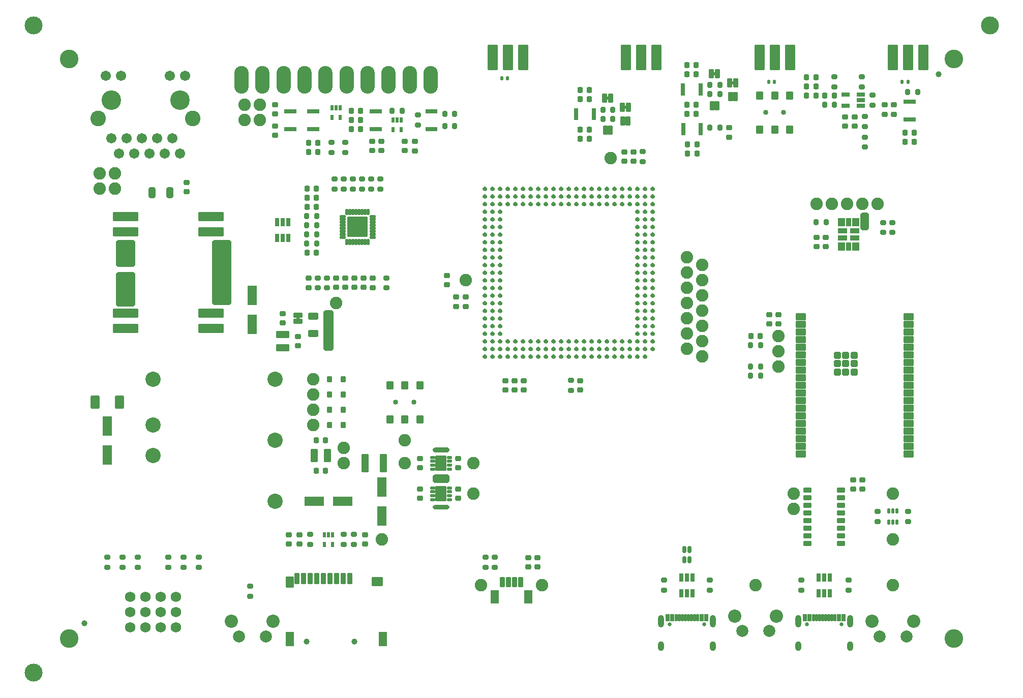
<source format=gts>
%TF.GenerationSoftware,KiCad,Pcbnew,8.0.5*%
%TF.CreationDate,2024-10-18T17:19:45+01:00*%
%TF.ProjectId,SparkFun_RTK_mosaic-T_panelized,53706172-6b46-4756-9e5f-52544b5f6d6f,rev?*%
%TF.SameCoordinates,Original*%
%TF.FileFunction,Soldermask,Top*%
%TF.FilePolarity,Negative*%
%FSLAX46Y46*%
G04 Gerber Fmt 4.6, Leading zero omitted, Abs format (unit mm)*
G04 Created by KiCad (PCBNEW 8.0.5) date 2024-10-18 17:19:45*
%MOMM*%
%LPD*%
G01*
G04 APERTURE LIST*
G04 Aperture macros list*
%AMRoundRect*
0 Rectangle with rounded corners*
0 $1 Rounding radius*
0 $2 $3 $4 $5 $6 $7 $8 $9 X,Y pos of 4 corners*
0 Add a 4 corners polygon primitive as box body*
4,1,4,$2,$3,$4,$5,$6,$7,$8,$9,$2,$3,0*
0 Add four circle primitives for the rounded corners*
1,1,$1+$1,$2,$3*
1,1,$1+$1,$4,$5*
1,1,$1+$1,$6,$7*
1,1,$1+$1,$8,$9*
0 Add four rect primitives between the rounded corners*
20,1,$1+$1,$2,$3,$4,$5,0*
20,1,$1+$1,$4,$5,$6,$7,0*
20,1,$1+$1,$6,$7,$8,$9,0*
20,1,$1+$1,$8,$9,$2,$3,0*%
G04 Aperture macros list end*
%ADD10C,0.200000*%
%ADD11C,0.000000*%
%ADD12RoundRect,0.200000X-0.200000X-0.275000X0.200000X-0.275000X0.200000X0.275000X-0.200000X0.275000X0*%
%ADD13RoundRect,0.140000X-0.140000X-0.170000X0.140000X-0.170000X0.140000X0.170000X-0.140000X0.170000X0*%
%ADD14RoundRect,0.225000X-0.250000X0.225000X-0.250000X-0.225000X0.250000X-0.225000X0.250000X0.225000X0*%
%ADD15RoundRect,0.200000X-0.275000X0.200000X-0.275000X-0.200000X0.275000X-0.200000X0.275000X0.200000X0*%
%ADD16C,2.003200*%
%ADD17C,2.203200*%
%ADD18RoundRect,0.101600X0.750000X-0.450000X0.750000X0.450000X-0.750000X0.450000X-0.750000X-0.450000X0*%
%ADD19RoundRect,0.101600X0.450000X-0.450000X0.450000X0.450000X-0.450000X0.450000X-0.450000X-0.450000X0*%
%ADD20RoundRect,0.225000X0.250000X-0.225000X0.250000X0.225000X-0.250000X0.225000X-0.250000X-0.225000X0*%
%ADD21RoundRect,0.225000X0.225000X0.250000X-0.225000X0.250000X-0.225000X-0.250000X0.225000X-0.250000X0*%
%ADD22RoundRect,0.101600X0.600000X-0.275000X0.600000X0.275000X-0.600000X0.275000X-0.600000X-0.275000X0*%
%ADD23C,2.082800*%
%ADD24RoundRect,0.050320X0.201280X-0.326280X0.201280X0.326280X-0.201280X0.326280X-0.201280X-0.326280X0*%
%ADD25RoundRect,0.101600X-0.635000X0.330200X-0.635000X-0.330200X0.635000X-0.330200X0.635000X0.330200X0*%
%ADD26C,1.000000*%
%ADD27RoundRect,0.200000X0.275000X-0.200000X0.275000X0.200000X-0.275000X0.200000X-0.275000X-0.200000X0*%
%ADD28RoundRect,0.101600X-0.400000X-0.142300X0.400000X-0.142300X0.400000X0.142300X-0.400000X0.142300X0*%
%ADD29RoundRect,0.101600X0.142300X-0.400000X0.142300X0.400000X-0.142300X0.400000X-0.142300X-0.400000X0*%
%ADD30RoundRect,0.101600X0.400000X0.142300X-0.400000X0.142300X-0.400000X-0.142300X0.400000X-0.142300X0*%
%ADD31RoundRect,0.101600X-0.142300X0.400000X-0.142300X-0.400000X0.142300X-0.400000X0.142300X0.400000X0*%
%ADD32RoundRect,0.101600X-1.575000X-1.575000X1.575000X-1.575000X1.575000X1.575000X-1.575000X1.575000X0*%
%ADD33RoundRect,0.101600X-0.330200X-0.635000X0.330200X-0.635000X0.330200X0.635000X-0.330200X0.635000X0*%
%ADD34RoundRect,0.200000X0.200000X0.275000X-0.200000X0.275000X-0.200000X-0.275000X0.200000X-0.275000X0*%
%ADD35C,3.000000*%
%ADD36RoundRect,0.101600X0.275000X0.600000X-0.275000X0.600000X-0.275000X-0.600000X0.275000X-0.600000X0*%
%ADD37C,3.100000*%
%ADD38RoundRect,0.101600X0.700000X-1.500000X0.700000X1.500000X-0.700000X1.500000X-0.700000X-1.500000X0*%
%ADD39RoundRect,0.250000X-0.375000X-0.850000X0.375000X-0.850000X0.375000X0.850000X-0.375000X0.850000X0*%
%ADD40RoundRect,0.101600X0.500000X1.400000X-0.500000X1.400000X-0.500000X-1.400000X0.500000X-1.400000X0*%
%ADD41RoundRect,0.085000X-0.317500X-0.635000X0.317500X-0.635000X0.317500X0.635000X-0.317500X0.635000X0*%
%ADD42RoundRect,0.101600X-0.750000X-2.000000X0.750000X-2.000000X0.750000X2.000000X-0.750000X2.000000X0*%
%ADD43RoundRect,0.101600X-0.700000X1.500000X-0.700000X-1.500000X0.700000X-1.500000X0.700000X1.500000X0*%
%ADD44RoundRect,0.225000X-0.225000X-0.250000X0.225000X-0.250000X0.225000X0.250000X-0.225000X0.250000X0*%
%ADD45RoundRect,0.250000X0.625000X-0.312500X0.625000X0.312500X-0.625000X0.312500X-0.625000X-0.312500X0*%
%ADD46RoundRect,0.101600X0.525000X-0.575000X0.525000X0.575000X-0.525000X0.575000X-0.525000X-0.575000X0*%
%ADD47RoundRect,0.101600X0.675000X0.350000X-0.675000X0.350000X-0.675000X-0.350000X0.675000X-0.350000X0*%
%ADD48RoundRect,0.101600X0.350000X-0.575000X0.350000X0.575000X-0.350000X0.575000X-0.350000X-0.575000X0*%
%ADD49O,2.403200X4.603200*%
%ADD50RoundRect,0.101600X-0.150000X-0.330000X0.150000X-0.330000X0.150000X0.330000X-0.150000X0.330000X0*%
%ADD51RoundRect,0.101600X1.500000X0.700000X-1.500000X0.700000X-1.500000X-0.700000X1.500000X-0.700000X0*%
%ADD52RoundRect,0.050320X-0.326280X-0.201280X0.326280X-0.201280X0.326280X0.201280X-0.326280X0.201280X0*%
%ADD53C,2.540000*%
%ADD54RoundRect,0.101600X0.325000X-0.150000X0.325000X0.150000X-0.325000X0.150000X-0.325000X-0.150000X0*%
%ADD55RoundRect,0.101600X-0.325000X0.150000X-0.325000X-0.150000X0.325000X-0.150000X0.325000X0.150000X0*%
%ADD56RoundRect,0.101600X0.800000X-1.175000X0.800000X1.175000X-0.800000X1.175000X-0.800000X-1.175000X0*%
%ADD57C,1.727200*%
%ADD58RoundRect,0.101600X0.350000X-0.800000X0.350000X0.800000X-0.350000X0.800000X-0.350000X-0.800000X0*%
%ADD59RoundRect,0.101600X-0.600000X-0.800000X0.600000X-0.800000X0.600000X0.800000X-0.600000X0.800000X0*%
%ADD60RoundRect,0.101600X-0.600000X-1.100000X0.600000X-1.100000X0.600000X1.100000X-0.600000X1.100000X0*%
%ADD61RoundRect,0.101600X-0.800000X-0.700000X0.800000X-0.700000X0.800000X0.700000X-0.800000X0.700000X0*%
%ADD62C,0.850000*%
%ADD63RoundRect,0.101600X0.500000X0.575000X-0.500000X0.575000X-0.500000X-0.575000X0.500000X-0.575000X0*%
%ADD64C,0.650000*%
%ADD65RoundRect,0.070000X0.150000X0.500000X-0.150000X0.500000X-0.150000X-0.500000X0.150000X-0.500000X0*%
%ADD66RoundRect,0.070000X-0.150000X-0.500000X0.150000X-0.500000X0.150000X0.500000X-0.150000X0.500000X0*%
%ADD67RoundRect,0.070000X0.300000X0.500000X-0.300000X0.500000X-0.300000X-0.500000X0.300000X-0.500000X0*%
%ADD68RoundRect,0.070000X-0.300000X-0.500000X0.300000X-0.500000X0.300000X0.500000X-0.300000X0.500000X0*%
%ADD69O,1.000000X1.600000*%
%ADD70O,1.000000X2.100000*%
%ADD71RoundRect,0.101600X-0.600000X0.300000X-0.600000X-0.300000X0.600000X-0.300000X0.600000X0.300000X0*%
%ADD72RoundRect,0.101600X0.315000X0.415000X-0.315000X0.415000X-0.315000X-0.415000X0.315000X-0.415000X0*%
%ADD73RoundRect,0.250000X-0.850000X0.375000X-0.850000X-0.375000X0.850000X-0.375000X0.850000X0.375000X0*%
%ADD74RoundRect,0.101600X0.150000X0.350000X-0.150000X0.350000X-0.150000X-0.350000X0.150000X-0.350000X0*%
%ADD75RoundRect,0.250000X-0.325000X-0.650000X0.325000X-0.650000X0.325000X0.650000X-0.325000X0.650000X0*%
%ADD76RoundRect,0.101600X0.200000X-0.450000X0.200000X0.450000X-0.200000X0.450000X-0.200000X-0.450000X0*%
%ADD77C,3.250000*%
%ADD78C,1.703200*%
%ADD79C,2.603200*%
%ADD80RoundRect,0.208333X-0.541667X-0.891667X0.541667X-0.891667X0.541667X0.891667X-0.541667X0.891667X0*%
%ADD81RoundRect,0.101600X2.000000X-0.625000X2.000000X0.625000X-2.000000X0.625000X-2.000000X-0.625000X0*%
%ADD82RoundRect,0.101600X-2.000000X0.625000X-2.000000X-0.625000X2.000000X-0.625000X2.000000X0.625000X0*%
%ADD83RoundRect,0.101600X0.300000X0.775000X-0.300000X0.775000X-0.300000X-0.775000X0.300000X-0.775000X0*%
%ADD84RoundRect,0.101600X0.600000X1.000000X-0.600000X1.000000X-0.600000X-1.000000X0.600000X-1.000000X0*%
G04 APERTURE END LIST*
D10*
X135636000Y73152000D02*
X135636000Y70866000D01*
X135382000Y70612000D01*
X134620000Y70612000D01*
X134366000Y70866000D01*
X134366000Y73152000D01*
X134620000Y73406000D01*
X135382000Y73406000D01*
X135636000Y73152000D01*
G36*
X135636000Y73152000D02*
G01*
X135636000Y70866000D01*
X135382000Y70612000D01*
X134620000Y70612000D01*
X134366000Y70866000D01*
X134366000Y73152000D01*
X134620000Y73406000D01*
X135382000Y73406000D01*
X135636000Y73152000D01*
G37*
X29464000Y68580000D02*
X29464000Y58420000D01*
X29210000Y58166000D01*
X26670000Y58166000D01*
X26416000Y58420000D01*
X26416000Y68580000D01*
X26670000Y68834000D01*
X29210000Y68834000D01*
X29464000Y68580000D01*
G36*
X29464000Y68580000D02*
G01*
X29464000Y58420000D01*
X29210000Y58166000D01*
X26670000Y58166000D01*
X26416000Y58420000D01*
X26416000Y68580000D01*
X26670000Y68834000D01*
X29210000Y68834000D01*
X29464000Y68580000D01*
G37*
X13462000Y63246000D02*
X13462000Y58166000D01*
X13208000Y57912000D01*
X10668000Y57912000D01*
X10414000Y58166000D01*
X10414000Y63246000D01*
X10668000Y63500000D01*
X13208000Y63500000D01*
X13462000Y63246000D01*
G36*
X13462000Y63246000D02*
G01*
X13462000Y58166000D01*
X13208000Y57912000D01*
X10668000Y57912000D01*
X10414000Y58166000D01*
X10414000Y63246000D01*
X10668000Y63500000D01*
X13208000Y63500000D01*
X13462000Y63246000D01*
G37*
X65786000Y24511000D02*
X65786000Y24384000D01*
X65532000Y24130000D01*
X63373000Y24130000D01*
X63119000Y24384000D01*
X63119000Y24511000D01*
X63373000Y24765000D01*
X65532000Y24765000D01*
X65786000Y24511000D01*
G36*
X65786000Y24511000D02*
G01*
X65786000Y24384000D01*
X65532000Y24130000D01*
X63373000Y24130000D01*
X63119000Y24384000D01*
X63119000Y24511000D01*
X63373000Y24765000D01*
X65532000Y24765000D01*
X65786000Y24511000D01*
G37*
X46482000Y56896000D02*
X46482000Y50800000D01*
X46228000Y50546000D01*
X45212000Y50546000D01*
X44958000Y50800000D01*
X44958000Y56896000D01*
X45212000Y57150000D01*
X46228000Y57150000D01*
X46482000Y56896000D01*
G36*
X46482000Y56896000D02*
G01*
X46482000Y50800000D01*
X46228000Y50546000D01*
X45212000Y50546000D01*
X44958000Y50800000D01*
X44958000Y56896000D01*
X45212000Y57150000D01*
X46228000Y57150000D01*
X46482000Y56896000D01*
G37*
X13462000Y68580000D02*
X13462000Y64770000D01*
X13208000Y64516000D01*
X10668000Y64516000D01*
X10414000Y64770000D01*
X10414000Y68580000D01*
X10668000Y68834000D01*
X13208000Y68834000D01*
X13462000Y68580000D01*
G36*
X13462000Y68580000D02*
G01*
X13462000Y64770000D01*
X13208000Y64516000D01*
X10668000Y64516000D01*
X10414000Y64770000D01*
X10414000Y68580000D01*
X10668000Y68834000D01*
X13208000Y68834000D01*
X13462000Y68580000D01*
G37*
X65786000Y34036000D02*
X65786000Y33909000D01*
X65532000Y33655000D01*
X63373000Y33655000D01*
X63119000Y33909000D01*
X63119000Y34036000D01*
X63373000Y34290000D01*
X65532000Y34290000D01*
X65786000Y34036000D01*
G36*
X65786000Y34036000D02*
G01*
X65786000Y33909000D01*
X65532000Y33655000D01*
X63373000Y33655000D01*
X63119000Y33909000D01*
X63119000Y34036000D01*
X63373000Y34290000D01*
X65532000Y34290000D01*
X65786000Y34036000D01*
G37*
X65786000Y29591000D02*
X65786000Y28829000D01*
X65532000Y28575000D01*
X63373000Y28575000D01*
X63119000Y28829000D01*
X63119000Y29591000D01*
X63373000Y29845000D01*
X65532000Y29845000D01*
X65786000Y29591000D01*
G36*
X65786000Y29591000D02*
G01*
X65786000Y28829000D01*
X65532000Y28575000D01*
X63373000Y28575000D01*
X63119000Y28829000D01*
X63119000Y29591000D01*
X63373000Y29845000D01*
X65532000Y29845000D01*
X65786000Y29591000D01*
G37*
D11*
%TO.C,JP7*%
G36*
X40880500Y55626000D02*
G01*
X40399500Y55626000D01*
X40399500Y56134000D01*
X40880500Y56134000D01*
X40880500Y55626000D01*
G37*
%TO.C,A.1*%
G36*
X110236000Y96406500D02*
G01*
X109728000Y96406500D01*
X109728000Y96887500D01*
X110236000Y96887500D01*
X110236000Y96406500D01*
G37*
%TO.C,B.1*%
G36*
X113296700Y94882500D02*
G01*
X112788700Y94882500D01*
X112788700Y95363500D01*
X113296700Y95363500D01*
X113296700Y94882500D01*
G37*
%TO.C,U2*%
G36*
X71872784Y77832503D02*
G01*
X71979039Y77778364D01*
X72064097Y77693305D01*
X72136321Y77471025D01*
X72117503Y77352216D01*
X72063364Y77245961D01*
X71979039Y77161636D01*
X71872784Y77107497D01*
X71755000Y77088842D01*
X71637216Y77107497D01*
X71530961Y77161636D01*
X71445903Y77246695D01*
X71373679Y77468975D01*
X71392497Y77587784D01*
X71446636Y77694039D01*
X71530961Y77778364D01*
X71637216Y77832503D01*
X71755000Y77851158D01*
X71872784Y77832503D01*
G37*
G36*
X71872784Y76562503D02*
G01*
X71979039Y76508364D01*
X72064097Y76423305D01*
X72136321Y76201025D01*
X72117503Y76082216D01*
X72063364Y75975961D01*
X71979039Y75891636D01*
X71872784Y75837497D01*
X71755000Y75818842D01*
X71637216Y75837497D01*
X71530961Y75891636D01*
X71445903Y75976695D01*
X71373679Y76198975D01*
X71392497Y76317784D01*
X71446636Y76424039D01*
X71530961Y76508364D01*
X71637216Y76562503D01*
X71755000Y76581158D01*
X71872784Y76562503D01*
G37*
G36*
X71872784Y75292503D02*
G01*
X71979039Y75238364D01*
X72064097Y75153305D01*
X72136321Y74931025D01*
X72117503Y74812216D01*
X72063364Y74705961D01*
X71979039Y74621636D01*
X71872784Y74567497D01*
X71755000Y74548842D01*
X71637216Y74567497D01*
X71530961Y74621636D01*
X71445903Y74706695D01*
X71373679Y74928975D01*
X71392497Y75047784D01*
X71446636Y75154039D01*
X71530961Y75238364D01*
X71637216Y75292503D01*
X71755000Y75311158D01*
X71872784Y75292503D01*
G37*
G36*
X71872784Y74022503D02*
G01*
X71979039Y73968364D01*
X72064097Y73883305D01*
X72136321Y73661025D01*
X72117503Y73542216D01*
X72063364Y73435961D01*
X71979039Y73351636D01*
X71872784Y73297497D01*
X71755000Y73278842D01*
X71637216Y73297497D01*
X71530961Y73351636D01*
X71445903Y73436695D01*
X71373679Y73658975D01*
X71392497Y73777784D01*
X71446636Y73884039D01*
X71530961Y73968364D01*
X71637216Y74022503D01*
X71755000Y74041158D01*
X71872784Y74022503D01*
G37*
G36*
X71872784Y72752503D02*
G01*
X71979039Y72698364D01*
X72064097Y72613305D01*
X72136321Y72391025D01*
X72117503Y72272216D01*
X72063364Y72165961D01*
X71979039Y72081636D01*
X71872784Y72027497D01*
X71755000Y72008842D01*
X71637216Y72027497D01*
X71530961Y72081636D01*
X71445903Y72166695D01*
X71373679Y72388975D01*
X71392497Y72507784D01*
X71446636Y72614039D01*
X71530961Y72698364D01*
X71637216Y72752503D01*
X71755000Y72771158D01*
X71872784Y72752503D01*
G37*
G36*
X71872784Y71482503D02*
G01*
X71979039Y71428364D01*
X72064097Y71343305D01*
X72136321Y71121025D01*
X72117503Y71002216D01*
X72063364Y70895961D01*
X71979039Y70811636D01*
X71872784Y70757497D01*
X71755000Y70738842D01*
X71637216Y70757497D01*
X71530961Y70811636D01*
X71445903Y70896695D01*
X71373679Y71118975D01*
X71392497Y71237784D01*
X71446636Y71344039D01*
X71530961Y71428364D01*
X71637216Y71482503D01*
X71755000Y71501158D01*
X71872784Y71482503D01*
G37*
G36*
X71872784Y70212503D02*
G01*
X71979039Y70158364D01*
X72064097Y70073305D01*
X72136321Y69851025D01*
X72117503Y69732216D01*
X72063364Y69625961D01*
X71979039Y69541636D01*
X71872784Y69487497D01*
X71755000Y69468842D01*
X71637216Y69487497D01*
X71530961Y69541636D01*
X71445903Y69626695D01*
X71373679Y69848975D01*
X71392497Y69967784D01*
X71446636Y70074039D01*
X71530961Y70158364D01*
X71637216Y70212503D01*
X71755000Y70231158D01*
X71872784Y70212503D01*
G37*
G36*
X71872784Y68942503D02*
G01*
X71979039Y68888364D01*
X72064097Y68803305D01*
X72136321Y68581025D01*
X72117503Y68462216D01*
X72063364Y68355961D01*
X71979039Y68271636D01*
X71872784Y68217497D01*
X71755000Y68198842D01*
X71637216Y68217497D01*
X71530961Y68271636D01*
X71445903Y68356695D01*
X71373679Y68578975D01*
X71392497Y68697784D01*
X71446636Y68804039D01*
X71530961Y68888364D01*
X71637216Y68942503D01*
X71755000Y68961158D01*
X71872784Y68942503D01*
G37*
G36*
X71872784Y67672503D02*
G01*
X71979039Y67618364D01*
X72064097Y67533305D01*
X72136321Y67311025D01*
X72117503Y67192216D01*
X72063364Y67085961D01*
X71979039Y67001636D01*
X71872784Y66947497D01*
X71755000Y66928842D01*
X71637216Y66947497D01*
X71530961Y67001636D01*
X71445903Y67086695D01*
X71373679Y67308975D01*
X71392497Y67427784D01*
X71446636Y67534039D01*
X71530961Y67618364D01*
X71637216Y67672503D01*
X71755000Y67691158D01*
X71872784Y67672503D01*
G37*
G36*
X71872784Y66402503D02*
G01*
X71979039Y66348364D01*
X72064097Y66263305D01*
X72136321Y66041025D01*
X72117503Y65922216D01*
X72063364Y65815961D01*
X71979039Y65731636D01*
X71872784Y65677497D01*
X71755000Y65658842D01*
X71637216Y65677497D01*
X71530961Y65731636D01*
X71445903Y65816695D01*
X71373679Y66038975D01*
X71392497Y66157784D01*
X71446636Y66264039D01*
X71530961Y66348364D01*
X71637216Y66402503D01*
X71755000Y66421158D01*
X71872784Y66402503D01*
G37*
G36*
X71872784Y65132503D02*
G01*
X71979039Y65078364D01*
X72064097Y64993305D01*
X72136321Y64771025D01*
X72117503Y64652216D01*
X72063364Y64545961D01*
X71979039Y64461636D01*
X71872784Y64407497D01*
X71755000Y64388842D01*
X71637216Y64407497D01*
X71530961Y64461636D01*
X71445903Y64546695D01*
X71373679Y64768975D01*
X71392497Y64887784D01*
X71446636Y64994039D01*
X71530961Y65078364D01*
X71637216Y65132503D01*
X71755000Y65151158D01*
X71872784Y65132503D01*
G37*
G36*
X71872784Y63862503D02*
G01*
X71979039Y63808364D01*
X72064097Y63723305D01*
X72136321Y63501025D01*
X72117503Y63382216D01*
X72063364Y63275961D01*
X71979039Y63191636D01*
X71872784Y63137497D01*
X71755000Y63118842D01*
X71637216Y63137497D01*
X71530961Y63191636D01*
X71445903Y63276695D01*
X71373679Y63498975D01*
X71392497Y63617784D01*
X71446636Y63724039D01*
X71530961Y63808364D01*
X71637216Y63862503D01*
X71755000Y63881158D01*
X71872784Y63862503D01*
G37*
G36*
X71872784Y62592503D02*
G01*
X71979039Y62538364D01*
X72064097Y62453305D01*
X72136321Y62231025D01*
X72117503Y62112216D01*
X72063364Y62005961D01*
X71979039Y61921636D01*
X71872784Y61867497D01*
X71755000Y61848842D01*
X71637216Y61867497D01*
X71530961Y61921636D01*
X71445903Y62006695D01*
X71373679Y62228975D01*
X71392497Y62347784D01*
X71446636Y62454039D01*
X71530961Y62538364D01*
X71637216Y62592503D01*
X71755000Y62611158D01*
X71872784Y62592503D01*
G37*
G36*
X71872784Y61322503D02*
G01*
X71979039Y61268364D01*
X72064097Y61183305D01*
X72136321Y60961025D01*
X72117503Y60842216D01*
X72063364Y60735961D01*
X71979039Y60651636D01*
X71872784Y60597497D01*
X71755000Y60578842D01*
X71637216Y60597497D01*
X71530961Y60651636D01*
X71445903Y60736695D01*
X71373679Y60958975D01*
X71392497Y61077784D01*
X71446636Y61184039D01*
X71530961Y61268364D01*
X71637216Y61322503D01*
X71755000Y61341158D01*
X71872784Y61322503D01*
G37*
G36*
X71872784Y60052503D02*
G01*
X71979039Y59998364D01*
X72064097Y59913305D01*
X72136321Y59691025D01*
X72117503Y59572216D01*
X72063364Y59465961D01*
X71979039Y59381636D01*
X71872784Y59327497D01*
X71755000Y59308842D01*
X71637216Y59327497D01*
X71530961Y59381636D01*
X71445903Y59466695D01*
X71373679Y59688975D01*
X71392497Y59807784D01*
X71446636Y59914039D01*
X71530961Y59998364D01*
X71637216Y60052503D01*
X71755000Y60071158D01*
X71872784Y60052503D01*
G37*
G36*
X71872784Y58782503D02*
G01*
X71979039Y58728364D01*
X72064097Y58643305D01*
X72136321Y58421025D01*
X72117503Y58302216D01*
X72063364Y58195961D01*
X71979039Y58111636D01*
X71872784Y58057497D01*
X71755000Y58038842D01*
X71637216Y58057497D01*
X71530961Y58111636D01*
X71445903Y58196695D01*
X71373679Y58418975D01*
X71392497Y58537784D01*
X71446636Y58644039D01*
X71530961Y58728364D01*
X71637216Y58782503D01*
X71755000Y58801158D01*
X71872784Y58782503D01*
G37*
G36*
X71872784Y57512503D02*
G01*
X71979039Y57458364D01*
X72064097Y57373305D01*
X72136321Y57151025D01*
X72117503Y57032216D01*
X72063364Y56925961D01*
X71979039Y56841636D01*
X71872784Y56787497D01*
X71755000Y56768842D01*
X71637216Y56787497D01*
X71530961Y56841636D01*
X71445903Y56926695D01*
X71373679Y57148975D01*
X71392497Y57267784D01*
X71446636Y57374039D01*
X71530961Y57458364D01*
X71637216Y57512503D01*
X71755000Y57531158D01*
X71872784Y57512503D01*
G37*
G36*
X71872784Y56242503D02*
G01*
X71979039Y56188364D01*
X72064097Y56103305D01*
X72136321Y55881025D01*
X72117503Y55762216D01*
X72063364Y55655961D01*
X71979039Y55571636D01*
X71872784Y55517497D01*
X71755000Y55498842D01*
X71637216Y55517497D01*
X71530961Y55571636D01*
X71445903Y55656695D01*
X71373679Y55878975D01*
X71392497Y55997784D01*
X71446636Y56104039D01*
X71530961Y56188364D01*
X71637216Y56242503D01*
X71755000Y56261158D01*
X71872784Y56242503D01*
G37*
G36*
X71872784Y54972503D02*
G01*
X71979039Y54918364D01*
X72064097Y54833305D01*
X72136321Y54611025D01*
X72117503Y54492216D01*
X72063364Y54385961D01*
X71979039Y54301636D01*
X71872784Y54247497D01*
X71755000Y54228842D01*
X71637216Y54247497D01*
X71530961Y54301636D01*
X71445903Y54386695D01*
X71373679Y54608975D01*
X71392497Y54727784D01*
X71446636Y54834039D01*
X71530961Y54918364D01*
X71637216Y54972503D01*
X71755000Y54991158D01*
X71872784Y54972503D01*
G37*
G36*
X71872784Y53702503D02*
G01*
X71979039Y53648364D01*
X72064097Y53563305D01*
X72136321Y53341025D01*
X72117503Y53222216D01*
X72063364Y53115961D01*
X71979039Y53031636D01*
X71872784Y52977497D01*
X71755000Y52958842D01*
X71637216Y52977497D01*
X71530961Y53031636D01*
X71445903Y53116695D01*
X71373679Y53338975D01*
X71392497Y53457784D01*
X71446636Y53564039D01*
X71530961Y53648364D01*
X71637216Y53702503D01*
X71755000Y53721158D01*
X71872784Y53702503D01*
G37*
G36*
X71872784Y52432503D02*
G01*
X71979039Y52378364D01*
X72064097Y52293305D01*
X72136321Y52071025D01*
X72117503Y51952216D01*
X72063364Y51845961D01*
X71979039Y51761636D01*
X71872784Y51707497D01*
X71755000Y51688842D01*
X71637216Y51707497D01*
X71530961Y51761636D01*
X71445903Y51846695D01*
X71373679Y52068975D01*
X71392497Y52187784D01*
X71446636Y52294039D01*
X71530961Y52378364D01*
X71637216Y52432503D01*
X71755000Y52451158D01*
X71872784Y52432503D01*
G37*
G36*
X71872784Y51162503D02*
G01*
X71979039Y51108364D01*
X72064097Y51023305D01*
X72136321Y50801025D01*
X72117503Y50682216D01*
X72063364Y50575961D01*
X71979039Y50491636D01*
X71872784Y50437497D01*
X71755000Y50418842D01*
X71637216Y50437497D01*
X71530961Y50491636D01*
X71445903Y50576695D01*
X71373679Y50798975D01*
X71392497Y50917784D01*
X71446636Y51024039D01*
X71530961Y51108364D01*
X71637216Y51162503D01*
X71755000Y51181158D01*
X71872784Y51162503D01*
G37*
G36*
X71872784Y49892503D02*
G01*
X71979039Y49838364D01*
X72064097Y49753305D01*
X72136321Y49531025D01*
X72117503Y49412216D01*
X72063364Y49305961D01*
X71979039Y49221636D01*
X71872784Y49167497D01*
X71755000Y49148842D01*
X71637216Y49167497D01*
X71530961Y49221636D01*
X71445903Y49306695D01*
X71373679Y49528975D01*
X71392497Y49647784D01*
X71446636Y49754039D01*
X71530961Y49838364D01*
X71637216Y49892503D01*
X71755000Y49911158D01*
X71872784Y49892503D01*
G37*
G36*
X73142784Y77832503D02*
G01*
X73249039Y77778364D01*
X73334097Y77693305D01*
X73406321Y77471025D01*
X73387503Y77352216D01*
X73333364Y77245961D01*
X73249039Y77161636D01*
X73142784Y77107497D01*
X73025000Y77088842D01*
X72907216Y77107497D01*
X72800961Y77161636D01*
X72715903Y77246695D01*
X72643679Y77468975D01*
X72662497Y77587784D01*
X72716636Y77694039D01*
X72800961Y77778364D01*
X72907216Y77832503D01*
X73025000Y77851158D01*
X73142784Y77832503D01*
G37*
G36*
X73142784Y76562503D02*
G01*
X73249039Y76508364D01*
X73334097Y76423305D01*
X73406321Y76201025D01*
X73387503Y76082216D01*
X73333364Y75975961D01*
X73249039Y75891636D01*
X73142784Y75837497D01*
X73025000Y75818842D01*
X72907216Y75837497D01*
X72800961Y75891636D01*
X72715903Y75976695D01*
X72643679Y76198975D01*
X72662497Y76317784D01*
X72716636Y76424039D01*
X72800961Y76508364D01*
X72907216Y76562503D01*
X73025000Y76581158D01*
X73142784Y76562503D01*
G37*
G36*
X73142784Y75292503D02*
G01*
X73249039Y75238364D01*
X73334097Y75153305D01*
X73406321Y74931025D01*
X73387503Y74812216D01*
X73333364Y74705961D01*
X73249039Y74621636D01*
X73142784Y74567497D01*
X73025000Y74548842D01*
X72907216Y74567497D01*
X72800961Y74621636D01*
X72715903Y74706695D01*
X72643679Y74928975D01*
X72662497Y75047784D01*
X72716636Y75154039D01*
X72800961Y75238364D01*
X72907216Y75292503D01*
X73025000Y75311158D01*
X73142784Y75292503D01*
G37*
G36*
X73142784Y74022503D02*
G01*
X73249039Y73968364D01*
X73334097Y73883305D01*
X73406321Y73661025D01*
X73387503Y73542216D01*
X73333364Y73435961D01*
X73249039Y73351636D01*
X73142784Y73297497D01*
X73025000Y73278842D01*
X72907216Y73297497D01*
X72800961Y73351636D01*
X72715903Y73436695D01*
X72643679Y73658975D01*
X72662497Y73777784D01*
X72716636Y73884039D01*
X72800961Y73968364D01*
X72907216Y74022503D01*
X73025000Y74041158D01*
X73142784Y74022503D01*
G37*
G36*
X73142784Y72752503D02*
G01*
X73249039Y72698364D01*
X73334097Y72613305D01*
X73406321Y72391025D01*
X73387503Y72272216D01*
X73333364Y72165961D01*
X73249039Y72081636D01*
X73142784Y72027497D01*
X73025000Y72008842D01*
X72907216Y72027497D01*
X72800961Y72081636D01*
X72715903Y72166695D01*
X72643679Y72388975D01*
X72662497Y72507784D01*
X72716636Y72614039D01*
X72800961Y72698364D01*
X72907216Y72752503D01*
X73025000Y72771158D01*
X73142784Y72752503D01*
G37*
G36*
X73142784Y71482503D02*
G01*
X73249039Y71428364D01*
X73334097Y71343305D01*
X73406321Y71121025D01*
X73387503Y71002216D01*
X73333364Y70895961D01*
X73249039Y70811636D01*
X73142784Y70757497D01*
X73025000Y70738842D01*
X72907216Y70757497D01*
X72800961Y70811636D01*
X72715903Y70896695D01*
X72643679Y71118975D01*
X72662497Y71237784D01*
X72716636Y71344039D01*
X72800961Y71428364D01*
X72907216Y71482503D01*
X73025000Y71501158D01*
X73142784Y71482503D01*
G37*
G36*
X73142784Y70212503D02*
G01*
X73249039Y70158364D01*
X73334097Y70073305D01*
X73406321Y69851025D01*
X73387503Y69732216D01*
X73333364Y69625961D01*
X73249039Y69541636D01*
X73142784Y69487497D01*
X73025000Y69468842D01*
X72907216Y69487497D01*
X72800961Y69541636D01*
X72715903Y69626695D01*
X72643679Y69848975D01*
X72662497Y69967784D01*
X72716636Y70074039D01*
X72800961Y70158364D01*
X72907216Y70212503D01*
X73025000Y70231158D01*
X73142784Y70212503D01*
G37*
G36*
X73142784Y68942503D02*
G01*
X73249039Y68888364D01*
X73334097Y68803305D01*
X73406321Y68581025D01*
X73387503Y68462216D01*
X73333364Y68355961D01*
X73249039Y68271636D01*
X73142784Y68217497D01*
X73025000Y68198842D01*
X72907216Y68217497D01*
X72800961Y68271636D01*
X72715903Y68356695D01*
X72643679Y68578975D01*
X72662497Y68697784D01*
X72716636Y68804039D01*
X72800961Y68888364D01*
X72907216Y68942503D01*
X73025000Y68961158D01*
X73142784Y68942503D01*
G37*
G36*
X73142784Y67672503D02*
G01*
X73249039Y67618364D01*
X73334097Y67533305D01*
X73406321Y67311025D01*
X73387503Y67192216D01*
X73333364Y67085961D01*
X73249039Y67001636D01*
X73142784Y66947497D01*
X73025000Y66928842D01*
X72907216Y66947497D01*
X72800961Y67001636D01*
X72715903Y67086695D01*
X72643679Y67308975D01*
X72662497Y67427784D01*
X72716636Y67534039D01*
X72800961Y67618364D01*
X72907216Y67672503D01*
X73025000Y67691158D01*
X73142784Y67672503D01*
G37*
G36*
X73142784Y66402503D02*
G01*
X73249039Y66348364D01*
X73334097Y66263305D01*
X73406321Y66041025D01*
X73387503Y65922216D01*
X73333364Y65815961D01*
X73249039Y65731636D01*
X73142784Y65677497D01*
X73025000Y65658842D01*
X72907216Y65677497D01*
X72800961Y65731636D01*
X72715903Y65816695D01*
X72643679Y66038975D01*
X72662497Y66157784D01*
X72716636Y66264039D01*
X72800961Y66348364D01*
X72907216Y66402503D01*
X73025000Y66421158D01*
X73142784Y66402503D01*
G37*
G36*
X73142784Y65132503D02*
G01*
X73249039Y65078364D01*
X73334097Y64993305D01*
X73406321Y64771025D01*
X73387503Y64652216D01*
X73333364Y64545961D01*
X73249039Y64461636D01*
X73142784Y64407497D01*
X73025000Y64388842D01*
X72907216Y64407497D01*
X72800961Y64461636D01*
X72715903Y64546695D01*
X72643679Y64768975D01*
X72662497Y64887784D01*
X72716636Y64994039D01*
X72800961Y65078364D01*
X72907216Y65132503D01*
X73025000Y65151158D01*
X73142784Y65132503D01*
G37*
G36*
X73142784Y63862503D02*
G01*
X73249039Y63808364D01*
X73334097Y63723305D01*
X73406321Y63501025D01*
X73387503Y63382216D01*
X73333364Y63275961D01*
X73249039Y63191636D01*
X73142784Y63137497D01*
X73025000Y63118842D01*
X72907216Y63137497D01*
X72800961Y63191636D01*
X72715903Y63276695D01*
X72643679Y63498975D01*
X72662497Y63617784D01*
X72716636Y63724039D01*
X72800961Y63808364D01*
X72907216Y63862503D01*
X73025000Y63881158D01*
X73142784Y63862503D01*
G37*
G36*
X73142784Y62592503D02*
G01*
X73249039Y62538364D01*
X73334097Y62453305D01*
X73406321Y62231025D01*
X73387503Y62112216D01*
X73333364Y62005961D01*
X73249039Y61921636D01*
X73142784Y61867497D01*
X73025000Y61848842D01*
X72907216Y61867497D01*
X72800961Y61921636D01*
X72715903Y62006695D01*
X72643679Y62228975D01*
X72662497Y62347784D01*
X72716636Y62454039D01*
X72800961Y62538364D01*
X72907216Y62592503D01*
X73025000Y62611158D01*
X73142784Y62592503D01*
G37*
G36*
X73142784Y61322503D02*
G01*
X73249039Y61268364D01*
X73334097Y61183305D01*
X73406321Y60961025D01*
X73387503Y60842216D01*
X73333364Y60735961D01*
X73249039Y60651636D01*
X73142784Y60597497D01*
X73025000Y60578842D01*
X72907216Y60597497D01*
X72800961Y60651636D01*
X72715903Y60736695D01*
X72643679Y60958975D01*
X72662497Y61077784D01*
X72716636Y61184039D01*
X72800961Y61268364D01*
X72907216Y61322503D01*
X73025000Y61341158D01*
X73142784Y61322503D01*
G37*
G36*
X73142784Y60052503D02*
G01*
X73249039Y59998364D01*
X73334097Y59913305D01*
X73406321Y59691025D01*
X73387503Y59572216D01*
X73333364Y59465961D01*
X73249039Y59381636D01*
X73142784Y59327497D01*
X73025000Y59308842D01*
X72907216Y59327497D01*
X72800961Y59381636D01*
X72715903Y59466695D01*
X72643679Y59688975D01*
X72662497Y59807784D01*
X72716636Y59914039D01*
X72800961Y59998364D01*
X72907216Y60052503D01*
X73025000Y60071158D01*
X73142784Y60052503D01*
G37*
G36*
X73142784Y58782503D02*
G01*
X73249039Y58728364D01*
X73334097Y58643305D01*
X73406321Y58421025D01*
X73387503Y58302216D01*
X73333364Y58195961D01*
X73249039Y58111636D01*
X73142784Y58057497D01*
X73025000Y58038842D01*
X72907216Y58057497D01*
X72800961Y58111636D01*
X72715903Y58196695D01*
X72643679Y58418975D01*
X72662497Y58537784D01*
X72716636Y58644039D01*
X72800961Y58728364D01*
X72907216Y58782503D01*
X73025000Y58801158D01*
X73142784Y58782503D01*
G37*
G36*
X73142784Y57512503D02*
G01*
X73249039Y57458364D01*
X73334097Y57373305D01*
X73406321Y57151025D01*
X73387503Y57032216D01*
X73333364Y56925961D01*
X73249039Y56841636D01*
X73142784Y56787497D01*
X73025000Y56768842D01*
X72907216Y56787497D01*
X72800961Y56841636D01*
X72715903Y56926695D01*
X72643679Y57148975D01*
X72662497Y57267784D01*
X72716636Y57374039D01*
X72800961Y57458364D01*
X72907216Y57512503D01*
X73025000Y57531158D01*
X73142784Y57512503D01*
G37*
G36*
X73142784Y56242503D02*
G01*
X73249039Y56188364D01*
X73334097Y56103305D01*
X73406321Y55881025D01*
X73387503Y55762216D01*
X73333364Y55655961D01*
X73249039Y55571636D01*
X73142784Y55517497D01*
X73025000Y55498842D01*
X72907216Y55517497D01*
X72800961Y55571636D01*
X72715903Y55656695D01*
X72643679Y55878975D01*
X72662497Y55997784D01*
X72716636Y56104039D01*
X72800961Y56188364D01*
X72907216Y56242503D01*
X73025000Y56261158D01*
X73142784Y56242503D01*
G37*
G36*
X73142784Y54972503D02*
G01*
X73249039Y54918364D01*
X73334097Y54833305D01*
X73406321Y54611025D01*
X73387503Y54492216D01*
X73333364Y54385961D01*
X73249039Y54301636D01*
X73142784Y54247497D01*
X73025000Y54228842D01*
X72907216Y54247497D01*
X72800961Y54301636D01*
X72715903Y54386695D01*
X72643679Y54608975D01*
X72662497Y54727784D01*
X72716636Y54834039D01*
X72800961Y54918364D01*
X72907216Y54972503D01*
X73025000Y54991158D01*
X73142784Y54972503D01*
G37*
G36*
X73142784Y53702503D02*
G01*
X73249039Y53648364D01*
X73334097Y53563305D01*
X73406321Y53341025D01*
X73387503Y53222216D01*
X73333364Y53115961D01*
X73249039Y53031636D01*
X73142784Y52977497D01*
X73025000Y52958842D01*
X72907216Y52977497D01*
X72800961Y53031636D01*
X72715903Y53116695D01*
X72643679Y53338975D01*
X72662497Y53457784D01*
X72716636Y53564039D01*
X72800961Y53648364D01*
X72907216Y53702503D01*
X73025000Y53721158D01*
X73142784Y53702503D01*
G37*
G36*
X73142784Y52432503D02*
G01*
X73249039Y52378364D01*
X73334097Y52293305D01*
X73406321Y52071025D01*
X73387503Y51952216D01*
X73333364Y51845961D01*
X73249039Y51761636D01*
X73142784Y51707497D01*
X73025000Y51688842D01*
X72907216Y51707497D01*
X72800961Y51761636D01*
X72715903Y51846695D01*
X72643679Y52068975D01*
X72662497Y52187784D01*
X72716636Y52294039D01*
X72800961Y52378364D01*
X72907216Y52432503D01*
X73025000Y52451158D01*
X73142784Y52432503D01*
G37*
G36*
X73142784Y51162503D02*
G01*
X73249039Y51108364D01*
X73334097Y51023305D01*
X73406321Y50801025D01*
X73387503Y50682216D01*
X73333364Y50575961D01*
X73249039Y50491636D01*
X73142784Y50437497D01*
X73025000Y50418842D01*
X72907216Y50437497D01*
X72800961Y50491636D01*
X72715903Y50576695D01*
X72643679Y50798975D01*
X72662497Y50917784D01*
X72716636Y51024039D01*
X72800961Y51108364D01*
X72907216Y51162503D01*
X73025000Y51181158D01*
X73142784Y51162503D01*
G37*
G36*
X73142784Y49892503D02*
G01*
X73249039Y49838364D01*
X73334097Y49753305D01*
X73406321Y49531025D01*
X73387503Y49412216D01*
X73333364Y49305961D01*
X73249039Y49221636D01*
X73142784Y49167497D01*
X73025000Y49148842D01*
X72907216Y49167497D01*
X72800961Y49221636D01*
X72715903Y49306695D01*
X72643679Y49528975D01*
X72662497Y49647784D01*
X72716636Y49754039D01*
X72800961Y49838364D01*
X72907216Y49892503D01*
X73025000Y49911158D01*
X73142784Y49892503D01*
G37*
G36*
X74412784Y77832503D02*
G01*
X74519039Y77778364D01*
X74604097Y77693305D01*
X74676321Y77471025D01*
X74657503Y77352216D01*
X74603364Y77245961D01*
X74519039Y77161636D01*
X74412784Y77107497D01*
X74295000Y77088842D01*
X74177216Y77107497D01*
X74070961Y77161636D01*
X73985903Y77246695D01*
X73913679Y77468975D01*
X73932497Y77587784D01*
X73986636Y77694039D01*
X74070961Y77778364D01*
X74177216Y77832503D01*
X74295000Y77851158D01*
X74412784Y77832503D01*
G37*
G36*
X74412784Y76562503D02*
G01*
X74519039Y76508364D01*
X74604097Y76423305D01*
X74676321Y76201025D01*
X74657503Y76082216D01*
X74603364Y75975961D01*
X74519039Y75891636D01*
X74412784Y75837497D01*
X74295000Y75818842D01*
X74177216Y75837497D01*
X74070961Y75891636D01*
X73985903Y75976695D01*
X73913679Y76198975D01*
X73932497Y76317784D01*
X73986636Y76424039D01*
X74070961Y76508364D01*
X74177216Y76562503D01*
X74295000Y76581158D01*
X74412784Y76562503D01*
G37*
G36*
X74412784Y75292503D02*
G01*
X74519039Y75238364D01*
X74604097Y75153305D01*
X74676321Y74931025D01*
X74657503Y74812216D01*
X74603364Y74705961D01*
X74519039Y74621636D01*
X74412784Y74567497D01*
X74295000Y74548842D01*
X74177216Y74567497D01*
X74070961Y74621636D01*
X73985903Y74706695D01*
X73913679Y74928975D01*
X73932497Y75047784D01*
X73986636Y75154039D01*
X74070961Y75238364D01*
X74177216Y75292503D01*
X74295000Y75311158D01*
X74412784Y75292503D01*
G37*
G36*
X74412784Y74022503D02*
G01*
X74519039Y73968364D01*
X74604097Y73883305D01*
X74676321Y73661025D01*
X74657503Y73542216D01*
X74603364Y73435961D01*
X74519039Y73351636D01*
X74412784Y73297497D01*
X74295000Y73278842D01*
X74177216Y73297497D01*
X74070961Y73351636D01*
X73985903Y73436695D01*
X73913679Y73658975D01*
X73932497Y73777784D01*
X73986636Y73884039D01*
X74070961Y73968364D01*
X74177216Y74022503D01*
X74295000Y74041158D01*
X74412784Y74022503D01*
G37*
G36*
X74412784Y72752503D02*
G01*
X74519039Y72698364D01*
X74604097Y72613305D01*
X74676321Y72391025D01*
X74657503Y72272216D01*
X74603364Y72165961D01*
X74519039Y72081636D01*
X74412784Y72027497D01*
X74295000Y72008842D01*
X74177216Y72027497D01*
X74070961Y72081636D01*
X73985903Y72166695D01*
X73913679Y72388975D01*
X73932497Y72507784D01*
X73986636Y72614039D01*
X74070961Y72698364D01*
X74177216Y72752503D01*
X74295000Y72771158D01*
X74412784Y72752503D01*
G37*
G36*
X74412784Y71482503D02*
G01*
X74519039Y71428364D01*
X74604097Y71343305D01*
X74676321Y71121025D01*
X74657503Y71002216D01*
X74603364Y70895961D01*
X74519039Y70811636D01*
X74412784Y70757497D01*
X74295000Y70738842D01*
X74177216Y70757497D01*
X74070961Y70811636D01*
X73985903Y70896695D01*
X73913679Y71118975D01*
X73932497Y71237784D01*
X73986636Y71344039D01*
X74070961Y71428364D01*
X74177216Y71482503D01*
X74295000Y71501158D01*
X74412784Y71482503D01*
G37*
G36*
X74412784Y70212503D02*
G01*
X74519039Y70158364D01*
X74604097Y70073305D01*
X74676321Y69851025D01*
X74657503Y69732216D01*
X74603364Y69625961D01*
X74519039Y69541636D01*
X74412784Y69487497D01*
X74295000Y69468842D01*
X74177216Y69487497D01*
X74070961Y69541636D01*
X73985903Y69626695D01*
X73913679Y69848975D01*
X73932497Y69967784D01*
X73986636Y70074039D01*
X74070961Y70158364D01*
X74177216Y70212503D01*
X74295000Y70231158D01*
X74412784Y70212503D01*
G37*
G36*
X74412784Y68942503D02*
G01*
X74519039Y68888364D01*
X74604097Y68803305D01*
X74676321Y68581025D01*
X74657503Y68462216D01*
X74603364Y68355961D01*
X74519039Y68271636D01*
X74412784Y68217497D01*
X74295000Y68198842D01*
X74177216Y68217497D01*
X74070961Y68271636D01*
X73985903Y68356695D01*
X73913679Y68578975D01*
X73932497Y68697784D01*
X73986636Y68804039D01*
X74070961Y68888364D01*
X74177216Y68942503D01*
X74295000Y68961158D01*
X74412784Y68942503D01*
G37*
G36*
X74412784Y67672503D02*
G01*
X74519039Y67618364D01*
X74604097Y67533305D01*
X74676321Y67311025D01*
X74657503Y67192216D01*
X74603364Y67085961D01*
X74519039Y67001636D01*
X74412784Y66947497D01*
X74295000Y66928842D01*
X74177216Y66947497D01*
X74070961Y67001636D01*
X73985903Y67086695D01*
X73913679Y67308975D01*
X73932497Y67427784D01*
X73986636Y67534039D01*
X74070961Y67618364D01*
X74177216Y67672503D01*
X74295000Y67691158D01*
X74412784Y67672503D01*
G37*
G36*
X74412784Y66402503D02*
G01*
X74519039Y66348364D01*
X74604097Y66263305D01*
X74676321Y66041025D01*
X74657503Y65922216D01*
X74603364Y65815961D01*
X74519039Y65731636D01*
X74412784Y65677497D01*
X74295000Y65658842D01*
X74177216Y65677497D01*
X74070961Y65731636D01*
X73985903Y65816695D01*
X73913679Y66038975D01*
X73932497Y66157784D01*
X73986636Y66264039D01*
X74070961Y66348364D01*
X74177216Y66402503D01*
X74295000Y66421158D01*
X74412784Y66402503D01*
G37*
G36*
X74412784Y65132503D02*
G01*
X74519039Y65078364D01*
X74604097Y64993305D01*
X74676321Y64771025D01*
X74657503Y64652216D01*
X74603364Y64545961D01*
X74519039Y64461636D01*
X74412784Y64407497D01*
X74295000Y64388842D01*
X74177216Y64407497D01*
X74070961Y64461636D01*
X73985903Y64546695D01*
X73913679Y64768975D01*
X73932497Y64887784D01*
X73986636Y64994039D01*
X74070961Y65078364D01*
X74177216Y65132503D01*
X74295000Y65151158D01*
X74412784Y65132503D01*
G37*
G36*
X74412784Y63862503D02*
G01*
X74519039Y63808364D01*
X74604097Y63723305D01*
X74676321Y63501025D01*
X74657503Y63382216D01*
X74603364Y63275961D01*
X74519039Y63191636D01*
X74412784Y63137497D01*
X74295000Y63118842D01*
X74177216Y63137497D01*
X74070961Y63191636D01*
X73985903Y63276695D01*
X73913679Y63498975D01*
X73932497Y63617784D01*
X73986636Y63724039D01*
X74070961Y63808364D01*
X74177216Y63862503D01*
X74295000Y63881158D01*
X74412784Y63862503D01*
G37*
G36*
X74412784Y62592503D02*
G01*
X74519039Y62538364D01*
X74604097Y62453305D01*
X74676321Y62231025D01*
X74657503Y62112216D01*
X74603364Y62005961D01*
X74519039Y61921636D01*
X74412784Y61867497D01*
X74295000Y61848842D01*
X74177216Y61867497D01*
X74070961Y61921636D01*
X73985903Y62006695D01*
X73913679Y62228975D01*
X73932497Y62347784D01*
X73986636Y62454039D01*
X74070961Y62538364D01*
X74177216Y62592503D01*
X74295000Y62611158D01*
X74412784Y62592503D01*
G37*
G36*
X74412784Y61322503D02*
G01*
X74519039Y61268364D01*
X74604097Y61183305D01*
X74676321Y60961025D01*
X74657503Y60842216D01*
X74603364Y60735961D01*
X74519039Y60651636D01*
X74412784Y60597497D01*
X74295000Y60578842D01*
X74177216Y60597497D01*
X74070961Y60651636D01*
X73985903Y60736695D01*
X73913679Y60958975D01*
X73932497Y61077784D01*
X73986636Y61184039D01*
X74070961Y61268364D01*
X74177216Y61322503D01*
X74295000Y61341158D01*
X74412784Y61322503D01*
G37*
G36*
X74412784Y60052503D02*
G01*
X74519039Y59998364D01*
X74604097Y59913305D01*
X74676321Y59691025D01*
X74657503Y59572216D01*
X74603364Y59465961D01*
X74519039Y59381636D01*
X74412784Y59327497D01*
X74295000Y59308842D01*
X74177216Y59327497D01*
X74070961Y59381636D01*
X73985903Y59466695D01*
X73913679Y59688975D01*
X73932497Y59807784D01*
X73986636Y59914039D01*
X74070961Y59998364D01*
X74177216Y60052503D01*
X74295000Y60071158D01*
X74412784Y60052503D01*
G37*
G36*
X74412784Y58782503D02*
G01*
X74519039Y58728364D01*
X74604097Y58643305D01*
X74676321Y58421025D01*
X74657503Y58302216D01*
X74603364Y58195961D01*
X74519039Y58111636D01*
X74412784Y58057497D01*
X74295000Y58038842D01*
X74177216Y58057497D01*
X74070961Y58111636D01*
X73985903Y58196695D01*
X73913679Y58418975D01*
X73932497Y58537784D01*
X73986636Y58644039D01*
X74070961Y58728364D01*
X74177216Y58782503D01*
X74295000Y58801158D01*
X74412784Y58782503D01*
G37*
G36*
X74412784Y57512503D02*
G01*
X74519039Y57458364D01*
X74604097Y57373305D01*
X74676321Y57151025D01*
X74657503Y57032216D01*
X74603364Y56925961D01*
X74519039Y56841636D01*
X74412784Y56787497D01*
X74295000Y56768842D01*
X74177216Y56787497D01*
X74070961Y56841636D01*
X73985903Y56926695D01*
X73913679Y57148975D01*
X73932497Y57267784D01*
X73986636Y57374039D01*
X74070961Y57458364D01*
X74177216Y57512503D01*
X74295000Y57531158D01*
X74412784Y57512503D01*
G37*
G36*
X74412784Y56242503D02*
G01*
X74519039Y56188364D01*
X74604097Y56103305D01*
X74676321Y55881025D01*
X74657503Y55762216D01*
X74603364Y55655961D01*
X74519039Y55571636D01*
X74412784Y55517497D01*
X74295000Y55498842D01*
X74177216Y55517497D01*
X74070961Y55571636D01*
X73985903Y55656695D01*
X73913679Y55878975D01*
X73932497Y55997784D01*
X73986636Y56104039D01*
X74070961Y56188364D01*
X74177216Y56242503D01*
X74295000Y56261158D01*
X74412784Y56242503D01*
G37*
G36*
X74412784Y54972503D02*
G01*
X74519039Y54918364D01*
X74604097Y54833305D01*
X74676321Y54611025D01*
X74657503Y54492216D01*
X74603364Y54385961D01*
X74519039Y54301636D01*
X74412784Y54247497D01*
X74295000Y54228842D01*
X74177216Y54247497D01*
X74070961Y54301636D01*
X73985903Y54386695D01*
X73913679Y54608975D01*
X73932497Y54727784D01*
X73986636Y54834039D01*
X74070961Y54918364D01*
X74177216Y54972503D01*
X74295000Y54991158D01*
X74412784Y54972503D01*
G37*
G36*
X74412784Y53702503D02*
G01*
X74519039Y53648364D01*
X74604097Y53563305D01*
X74676321Y53341025D01*
X74657503Y53222216D01*
X74603364Y53115961D01*
X74519039Y53031636D01*
X74412784Y52977497D01*
X74295000Y52958842D01*
X74177216Y52977497D01*
X74070961Y53031636D01*
X73985903Y53116695D01*
X73913679Y53338975D01*
X73932497Y53457784D01*
X73986636Y53564039D01*
X74070961Y53648364D01*
X74177216Y53702503D01*
X74295000Y53721158D01*
X74412784Y53702503D01*
G37*
G36*
X74412784Y52432503D02*
G01*
X74519039Y52378364D01*
X74604097Y52293305D01*
X74676321Y52071025D01*
X74657503Y51952216D01*
X74603364Y51845961D01*
X74519039Y51761636D01*
X74412784Y51707497D01*
X74295000Y51688842D01*
X74177216Y51707497D01*
X74070961Y51761636D01*
X73985903Y51846695D01*
X73913679Y52068975D01*
X73932497Y52187784D01*
X73986636Y52294039D01*
X74070961Y52378364D01*
X74177216Y52432503D01*
X74295000Y52451158D01*
X74412784Y52432503D01*
G37*
G36*
X74412784Y51162503D02*
G01*
X74519039Y51108364D01*
X74604097Y51023305D01*
X74676321Y50801025D01*
X74657503Y50682216D01*
X74603364Y50575961D01*
X74519039Y50491636D01*
X74412784Y50437497D01*
X74295000Y50418842D01*
X74177216Y50437497D01*
X74070961Y50491636D01*
X73985903Y50576695D01*
X73913679Y50798975D01*
X73932497Y50917784D01*
X73986636Y51024039D01*
X74070961Y51108364D01*
X74177216Y51162503D01*
X74295000Y51181158D01*
X74412784Y51162503D01*
G37*
G36*
X74412784Y49892503D02*
G01*
X74519039Y49838364D01*
X74604097Y49753305D01*
X74676321Y49531025D01*
X74657503Y49412216D01*
X74603364Y49305961D01*
X74519039Y49221636D01*
X74412784Y49167497D01*
X74295000Y49148842D01*
X74177216Y49167497D01*
X74070961Y49221636D01*
X73985903Y49306695D01*
X73913679Y49528975D01*
X73932497Y49647784D01*
X73986636Y49754039D01*
X74070961Y49838364D01*
X74177216Y49892503D01*
X74295000Y49911158D01*
X74412784Y49892503D01*
G37*
G36*
X75682784Y77832503D02*
G01*
X75789039Y77778364D01*
X75874097Y77693305D01*
X75946321Y77471025D01*
X75927503Y77352216D01*
X75873364Y77245961D01*
X75789039Y77161636D01*
X75682784Y77107497D01*
X75565000Y77088842D01*
X75447216Y77107497D01*
X75340961Y77161636D01*
X75255903Y77246695D01*
X75183679Y77468975D01*
X75202497Y77587784D01*
X75256636Y77694039D01*
X75340961Y77778364D01*
X75447216Y77832503D01*
X75565000Y77851158D01*
X75682784Y77832503D01*
G37*
G36*
X75682784Y76562503D02*
G01*
X75789039Y76508364D01*
X75874097Y76423305D01*
X75946321Y76201025D01*
X75927503Y76082216D01*
X75873364Y75975961D01*
X75789039Y75891636D01*
X75682784Y75837497D01*
X75565000Y75818842D01*
X75447216Y75837497D01*
X75340961Y75891636D01*
X75255903Y75976695D01*
X75183679Y76198975D01*
X75202497Y76317784D01*
X75256636Y76424039D01*
X75340961Y76508364D01*
X75447216Y76562503D01*
X75565000Y76581158D01*
X75682784Y76562503D01*
G37*
G36*
X75682784Y75292503D02*
G01*
X75789039Y75238364D01*
X75874097Y75153305D01*
X75946321Y74931025D01*
X75927503Y74812216D01*
X75873364Y74705961D01*
X75789039Y74621636D01*
X75682784Y74567497D01*
X75565000Y74548842D01*
X75447216Y74567497D01*
X75340961Y74621636D01*
X75255903Y74706695D01*
X75183679Y74928975D01*
X75202497Y75047784D01*
X75256636Y75154039D01*
X75340961Y75238364D01*
X75447216Y75292503D01*
X75565000Y75311158D01*
X75682784Y75292503D01*
G37*
G36*
X75682784Y52432503D02*
G01*
X75789039Y52378364D01*
X75874097Y52293305D01*
X75946321Y52071025D01*
X75927503Y51952216D01*
X75873364Y51845961D01*
X75789039Y51761636D01*
X75682784Y51707497D01*
X75565000Y51688842D01*
X75447216Y51707497D01*
X75340961Y51761636D01*
X75255903Y51846695D01*
X75183679Y52068975D01*
X75202497Y52187784D01*
X75256636Y52294039D01*
X75340961Y52378364D01*
X75447216Y52432503D01*
X75565000Y52451158D01*
X75682784Y52432503D01*
G37*
G36*
X75682784Y51162503D02*
G01*
X75789039Y51108364D01*
X75874097Y51023305D01*
X75946321Y50801025D01*
X75927503Y50682216D01*
X75873364Y50575961D01*
X75789039Y50491636D01*
X75682784Y50437497D01*
X75565000Y50418842D01*
X75447216Y50437497D01*
X75340961Y50491636D01*
X75255903Y50576695D01*
X75183679Y50798975D01*
X75202497Y50917784D01*
X75256636Y51024039D01*
X75340961Y51108364D01*
X75447216Y51162503D01*
X75565000Y51181158D01*
X75682784Y51162503D01*
G37*
G36*
X75682784Y49892503D02*
G01*
X75789039Y49838364D01*
X75874097Y49753305D01*
X75946321Y49531025D01*
X75927503Y49412216D01*
X75873364Y49305961D01*
X75789039Y49221636D01*
X75682784Y49167497D01*
X75565000Y49148842D01*
X75447216Y49167497D01*
X75340961Y49221636D01*
X75255903Y49306695D01*
X75183679Y49528975D01*
X75202497Y49647784D01*
X75256636Y49754039D01*
X75340961Y49838364D01*
X75447216Y49892503D01*
X75565000Y49911158D01*
X75682784Y49892503D01*
G37*
G36*
X76952784Y77832503D02*
G01*
X77059039Y77778364D01*
X77144097Y77693305D01*
X77216321Y77471025D01*
X77197503Y77352216D01*
X77143364Y77245961D01*
X77059039Y77161636D01*
X76952784Y77107497D01*
X76835000Y77088842D01*
X76717216Y77107497D01*
X76610961Y77161636D01*
X76525903Y77246695D01*
X76453679Y77468975D01*
X76472497Y77587784D01*
X76526636Y77694039D01*
X76610961Y77778364D01*
X76717216Y77832503D01*
X76835000Y77851158D01*
X76952784Y77832503D01*
G37*
G36*
X76952784Y76562503D02*
G01*
X77059039Y76508364D01*
X77144097Y76423305D01*
X77216321Y76201025D01*
X77197503Y76082216D01*
X77143364Y75975961D01*
X77059039Y75891636D01*
X76952784Y75837497D01*
X76835000Y75818842D01*
X76717216Y75837497D01*
X76610961Y75891636D01*
X76525903Y75976695D01*
X76453679Y76198975D01*
X76472497Y76317784D01*
X76526636Y76424039D01*
X76610961Y76508364D01*
X76717216Y76562503D01*
X76835000Y76581158D01*
X76952784Y76562503D01*
G37*
G36*
X76952784Y75292503D02*
G01*
X77059039Y75238364D01*
X77144097Y75153305D01*
X77216321Y74931025D01*
X77197503Y74812216D01*
X77143364Y74705961D01*
X77059039Y74621636D01*
X76952784Y74567497D01*
X76835000Y74548842D01*
X76717216Y74567497D01*
X76610961Y74621636D01*
X76525903Y74706695D01*
X76453679Y74928975D01*
X76472497Y75047784D01*
X76526636Y75154039D01*
X76610961Y75238364D01*
X76717216Y75292503D01*
X76835000Y75311158D01*
X76952784Y75292503D01*
G37*
G36*
X76952784Y52432503D02*
G01*
X77059039Y52378364D01*
X77144097Y52293305D01*
X77216321Y52071025D01*
X77197503Y51952216D01*
X77143364Y51845961D01*
X77059039Y51761636D01*
X76952784Y51707497D01*
X76835000Y51688842D01*
X76717216Y51707497D01*
X76610961Y51761636D01*
X76525903Y51846695D01*
X76453679Y52068975D01*
X76472497Y52187784D01*
X76526636Y52294039D01*
X76610961Y52378364D01*
X76717216Y52432503D01*
X76835000Y52451158D01*
X76952784Y52432503D01*
G37*
G36*
X76952784Y51162503D02*
G01*
X77059039Y51108364D01*
X77144097Y51023305D01*
X77216321Y50801025D01*
X77197503Y50682216D01*
X77143364Y50575961D01*
X77059039Y50491636D01*
X76952784Y50437497D01*
X76835000Y50418842D01*
X76717216Y50437497D01*
X76610961Y50491636D01*
X76525903Y50576695D01*
X76453679Y50798975D01*
X76472497Y50917784D01*
X76526636Y51024039D01*
X76610961Y51108364D01*
X76717216Y51162503D01*
X76835000Y51181158D01*
X76952784Y51162503D01*
G37*
G36*
X76952784Y49892503D02*
G01*
X77059039Y49838364D01*
X77144097Y49753305D01*
X77216321Y49531025D01*
X77197503Y49412216D01*
X77143364Y49305961D01*
X77059039Y49221636D01*
X76952784Y49167497D01*
X76835000Y49148842D01*
X76717216Y49167497D01*
X76610961Y49221636D01*
X76525903Y49306695D01*
X76453679Y49528975D01*
X76472497Y49647784D01*
X76526636Y49754039D01*
X76610961Y49838364D01*
X76717216Y49892503D01*
X76835000Y49911158D01*
X76952784Y49892503D01*
G37*
G36*
X78222784Y77832503D02*
G01*
X78329039Y77778364D01*
X78414097Y77693305D01*
X78486321Y77471025D01*
X78467503Y77352216D01*
X78413364Y77245961D01*
X78329039Y77161636D01*
X78222784Y77107497D01*
X78105000Y77088842D01*
X77987216Y77107497D01*
X77880961Y77161636D01*
X77795903Y77246695D01*
X77723679Y77468975D01*
X77742497Y77587784D01*
X77796636Y77694039D01*
X77880961Y77778364D01*
X77987216Y77832503D01*
X78105000Y77851158D01*
X78222784Y77832503D01*
G37*
G36*
X78222784Y76562503D02*
G01*
X78329039Y76508364D01*
X78414097Y76423305D01*
X78486321Y76201025D01*
X78467503Y76082216D01*
X78413364Y75975961D01*
X78329039Y75891636D01*
X78222784Y75837497D01*
X78105000Y75818842D01*
X77987216Y75837497D01*
X77880961Y75891636D01*
X77795903Y75976695D01*
X77723679Y76198975D01*
X77742497Y76317784D01*
X77796636Y76424039D01*
X77880961Y76508364D01*
X77987216Y76562503D01*
X78105000Y76581158D01*
X78222784Y76562503D01*
G37*
G36*
X78222784Y75292503D02*
G01*
X78329039Y75238364D01*
X78414097Y75153305D01*
X78486321Y74931025D01*
X78467503Y74812216D01*
X78413364Y74705961D01*
X78329039Y74621636D01*
X78222784Y74567497D01*
X78105000Y74548842D01*
X77987216Y74567497D01*
X77880961Y74621636D01*
X77795903Y74706695D01*
X77723679Y74928975D01*
X77742497Y75047784D01*
X77796636Y75154039D01*
X77880961Y75238364D01*
X77987216Y75292503D01*
X78105000Y75311158D01*
X78222784Y75292503D01*
G37*
G36*
X78222784Y52432503D02*
G01*
X78329039Y52378364D01*
X78414097Y52293305D01*
X78486321Y52071025D01*
X78467503Y51952216D01*
X78413364Y51845961D01*
X78329039Y51761636D01*
X78222784Y51707497D01*
X78105000Y51688842D01*
X77987216Y51707497D01*
X77880961Y51761636D01*
X77795903Y51846695D01*
X77723679Y52068975D01*
X77742497Y52187784D01*
X77796636Y52294039D01*
X77880961Y52378364D01*
X77987216Y52432503D01*
X78105000Y52451158D01*
X78222784Y52432503D01*
G37*
G36*
X78222784Y51162503D02*
G01*
X78329039Y51108364D01*
X78414097Y51023305D01*
X78486321Y50801025D01*
X78467503Y50682216D01*
X78413364Y50575961D01*
X78329039Y50491636D01*
X78222784Y50437497D01*
X78105000Y50418842D01*
X77987216Y50437497D01*
X77880961Y50491636D01*
X77795903Y50576695D01*
X77723679Y50798975D01*
X77742497Y50917784D01*
X77796636Y51024039D01*
X77880961Y51108364D01*
X77987216Y51162503D01*
X78105000Y51181158D01*
X78222784Y51162503D01*
G37*
G36*
X78222784Y49892503D02*
G01*
X78329039Y49838364D01*
X78414097Y49753305D01*
X78486321Y49531025D01*
X78467503Y49412216D01*
X78413364Y49305961D01*
X78329039Y49221636D01*
X78222784Y49167497D01*
X78105000Y49148842D01*
X77987216Y49167497D01*
X77880961Y49221636D01*
X77795903Y49306695D01*
X77723679Y49528975D01*
X77742497Y49647784D01*
X77796636Y49754039D01*
X77880961Y49838364D01*
X77987216Y49892503D01*
X78105000Y49911158D01*
X78222784Y49892503D01*
G37*
G36*
X79492784Y77832503D02*
G01*
X79599039Y77778364D01*
X79684097Y77693305D01*
X79756321Y77471025D01*
X79737503Y77352216D01*
X79683364Y77245961D01*
X79599039Y77161636D01*
X79492784Y77107497D01*
X79375000Y77088842D01*
X79257216Y77107497D01*
X79150961Y77161636D01*
X79065903Y77246695D01*
X78993679Y77468975D01*
X79012497Y77587784D01*
X79066636Y77694039D01*
X79150961Y77778364D01*
X79257216Y77832503D01*
X79375000Y77851158D01*
X79492784Y77832503D01*
G37*
G36*
X79492784Y76562503D02*
G01*
X79599039Y76508364D01*
X79684097Y76423305D01*
X79756321Y76201025D01*
X79737503Y76082216D01*
X79683364Y75975961D01*
X79599039Y75891636D01*
X79492784Y75837497D01*
X79375000Y75818842D01*
X79257216Y75837497D01*
X79150961Y75891636D01*
X79065903Y75976695D01*
X78993679Y76198975D01*
X79012497Y76317784D01*
X79066636Y76424039D01*
X79150961Y76508364D01*
X79257216Y76562503D01*
X79375000Y76581158D01*
X79492784Y76562503D01*
G37*
G36*
X79492784Y75292503D02*
G01*
X79599039Y75238364D01*
X79684097Y75153305D01*
X79756321Y74931025D01*
X79737503Y74812216D01*
X79683364Y74705961D01*
X79599039Y74621636D01*
X79492784Y74567497D01*
X79375000Y74548842D01*
X79257216Y74567497D01*
X79150961Y74621636D01*
X79065903Y74706695D01*
X78993679Y74928975D01*
X79012497Y75047784D01*
X79066636Y75154039D01*
X79150961Y75238364D01*
X79257216Y75292503D01*
X79375000Y75311158D01*
X79492784Y75292503D01*
G37*
G36*
X79492784Y52432503D02*
G01*
X79599039Y52378364D01*
X79684097Y52293305D01*
X79756321Y52071025D01*
X79737503Y51952216D01*
X79683364Y51845961D01*
X79599039Y51761636D01*
X79492784Y51707497D01*
X79375000Y51688842D01*
X79257216Y51707497D01*
X79150961Y51761636D01*
X79065903Y51846695D01*
X78993679Y52068975D01*
X79012497Y52187784D01*
X79066636Y52294039D01*
X79150961Y52378364D01*
X79257216Y52432503D01*
X79375000Y52451158D01*
X79492784Y52432503D01*
G37*
G36*
X79492784Y51162503D02*
G01*
X79599039Y51108364D01*
X79684097Y51023305D01*
X79756321Y50801025D01*
X79737503Y50682216D01*
X79683364Y50575961D01*
X79599039Y50491636D01*
X79492784Y50437497D01*
X79375000Y50418842D01*
X79257216Y50437497D01*
X79150961Y50491636D01*
X79065903Y50576695D01*
X78993679Y50798975D01*
X79012497Y50917784D01*
X79066636Y51024039D01*
X79150961Y51108364D01*
X79257216Y51162503D01*
X79375000Y51181158D01*
X79492784Y51162503D01*
G37*
G36*
X79492784Y49892503D02*
G01*
X79599039Y49838364D01*
X79684097Y49753305D01*
X79756321Y49531025D01*
X79737503Y49412216D01*
X79683364Y49305961D01*
X79599039Y49221636D01*
X79492784Y49167497D01*
X79375000Y49148842D01*
X79257216Y49167497D01*
X79150961Y49221636D01*
X79065903Y49306695D01*
X78993679Y49528975D01*
X79012497Y49647784D01*
X79066636Y49754039D01*
X79150961Y49838364D01*
X79257216Y49892503D01*
X79375000Y49911158D01*
X79492784Y49892503D01*
G37*
G36*
X80762784Y77832503D02*
G01*
X80869039Y77778364D01*
X80954097Y77693305D01*
X81026321Y77471025D01*
X81007503Y77352216D01*
X80953364Y77245961D01*
X80869039Y77161636D01*
X80762784Y77107497D01*
X80645000Y77088842D01*
X80527216Y77107497D01*
X80420961Y77161636D01*
X80335903Y77246695D01*
X80263679Y77468975D01*
X80282497Y77587784D01*
X80336636Y77694039D01*
X80420961Y77778364D01*
X80527216Y77832503D01*
X80645000Y77851158D01*
X80762784Y77832503D01*
G37*
G36*
X80762784Y76562503D02*
G01*
X80869039Y76508364D01*
X80954097Y76423305D01*
X81026321Y76201025D01*
X81007503Y76082216D01*
X80953364Y75975961D01*
X80869039Y75891636D01*
X80762784Y75837497D01*
X80645000Y75818842D01*
X80527216Y75837497D01*
X80420961Y75891636D01*
X80335903Y75976695D01*
X80263679Y76198975D01*
X80282497Y76317784D01*
X80336636Y76424039D01*
X80420961Y76508364D01*
X80527216Y76562503D01*
X80645000Y76581158D01*
X80762784Y76562503D01*
G37*
G36*
X80762784Y75292503D02*
G01*
X80869039Y75238364D01*
X80954097Y75153305D01*
X81026321Y74931025D01*
X81007503Y74812216D01*
X80953364Y74705961D01*
X80869039Y74621636D01*
X80762784Y74567497D01*
X80645000Y74548842D01*
X80527216Y74567497D01*
X80420961Y74621636D01*
X80335903Y74706695D01*
X80263679Y74928975D01*
X80282497Y75047784D01*
X80336636Y75154039D01*
X80420961Y75238364D01*
X80527216Y75292503D01*
X80645000Y75311158D01*
X80762784Y75292503D01*
G37*
G36*
X80762784Y52432503D02*
G01*
X80869039Y52378364D01*
X80954097Y52293305D01*
X81026321Y52071025D01*
X81007503Y51952216D01*
X80953364Y51845961D01*
X80869039Y51761636D01*
X80762784Y51707497D01*
X80645000Y51688842D01*
X80527216Y51707497D01*
X80420961Y51761636D01*
X80335903Y51846695D01*
X80263679Y52068975D01*
X80282497Y52187784D01*
X80336636Y52294039D01*
X80420961Y52378364D01*
X80527216Y52432503D01*
X80645000Y52451158D01*
X80762784Y52432503D01*
G37*
G36*
X80762784Y51162503D02*
G01*
X80869039Y51108364D01*
X80954097Y51023305D01*
X81026321Y50801025D01*
X81007503Y50682216D01*
X80953364Y50575961D01*
X80869039Y50491636D01*
X80762784Y50437497D01*
X80645000Y50418842D01*
X80527216Y50437497D01*
X80420961Y50491636D01*
X80335903Y50576695D01*
X80263679Y50798975D01*
X80282497Y50917784D01*
X80336636Y51024039D01*
X80420961Y51108364D01*
X80527216Y51162503D01*
X80645000Y51181158D01*
X80762784Y51162503D01*
G37*
G36*
X80762784Y49892503D02*
G01*
X80869039Y49838364D01*
X80954097Y49753305D01*
X81026321Y49531025D01*
X81007503Y49412216D01*
X80953364Y49305961D01*
X80869039Y49221636D01*
X80762784Y49167497D01*
X80645000Y49148842D01*
X80527216Y49167497D01*
X80420961Y49221636D01*
X80335903Y49306695D01*
X80263679Y49528975D01*
X80282497Y49647784D01*
X80336636Y49754039D01*
X80420961Y49838364D01*
X80527216Y49892503D01*
X80645000Y49911158D01*
X80762784Y49892503D01*
G37*
G36*
X82032784Y77832503D02*
G01*
X82139039Y77778364D01*
X82224097Y77693305D01*
X82296321Y77471025D01*
X82277503Y77352216D01*
X82223364Y77245961D01*
X82139039Y77161636D01*
X82032784Y77107497D01*
X81915000Y77088842D01*
X81797216Y77107497D01*
X81690961Y77161636D01*
X81605903Y77246695D01*
X81533679Y77468975D01*
X81552497Y77587784D01*
X81606636Y77694039D01*
X81690961Y77778364D01*
X81797216Y77832503D01*
X81915000Y77851158D01*
X82032784Y77832503D01*
G37*
G36*
X82032784Y76562503D02*
G01*
X82139039Y76508364D01*
X82224097Y76423305D01*
X82296321Y76201025D01*
X82277503Y76082216D01*
X82223364Y75975961D01*
X82139039Y75891636D01*
X82032784Y75837497D01*
X81915000Y75818842D01*
X81797216Y75837497D01*
X81690961Y75891636D01*
X81605903Y75976695D01*
X81533679Y76198975D01*
X81552497Y76317784D01*
X81606636Y76424039D01*
X81690961Y76508364D01*
X81797216Y76562503D01*
X81915000Y76581158D01*
X82032784Y76562503D01*
G37*
G36*
X82032784Y75292503D02*
G01*
X82139039Y75238364D01*
X82224097Y75153305D01*
X82296321Y74931025D01*
X82277503Y74812216D01*
X82223364Y74705961D01*
X82139039Y74621636D01*
X82032784Y74567497D01*
X81915000Y74548842D01*
X81797216Y74567497D01*
X81690961Y74621636D01*
X81605903Y74706695D01*
X81533679Y74928975D01*
X81552497Y75047784D01*
X81606636Y75154039D01*
X81690961Y75238364D01*
X81797216Y75292503D01*
X81915000Y75311158D01*
X82032784Y75292503D01*
G37*
G36*
X82032784Y52432503D02*
G01*
X82139039Y52378364D01*
X82224097Y52293305D01*
X82296321Y52071025D01*
X82277503Y51952216D01*
X82223364Y51845961D01*
X82139039Y51761636D01*
X82032784Y51707497D01*
X81915000Y51688842D01*
X81797216Y51707497D01*
X81690961Y51761636D01*
X81605903Y51846695D01*
X81533679Y52068975D01*
X81552497Y52187784D01*
X81606636Y52294039D01*
X81690961Y52378364D01*
X81797216Y52432503D01*
X81915000Y52451158D01*
X82032784Y52432503D01*
G37*
G36*
X82032784Y51162503D02*
G01*
X82139039Y51108364D01*
X82224097Y51023305D01*
X82296321Y50801025D01*
X82277503Y50682216D01*
X82223364Y50575961D01*
X82139039Y50491636D01*
X82032784Y50437497D01*
X81915000Y50418842D01*
X81797216Y50437497D01*
X81690961Y50491636D01*
X81605903Y50576695D01*
X81533679Y50798975D01*
X81552497Y50917784D01*
X81606636Y51024039D01*
X81690961Y51108364D01*
X81797216Y51162503D01*
X81915000Y51181158D01*
X82032784Y51162503D01*
G37*
G36*
X82032784Y49892503D02*
G01*
X82139039Y49838364D01*
X82224097Y49753305D01*
X82296321Y49531025D01*
X82277503Y49412216D01*
X82223364Y49305961D01*
X82139039Y49221636D01*
X82032784Y49167497D01*
X81915000Y49148842D01*
X81797216Y49167497D01*
X81690961Y49221636D01*
X81605903Y49306695D01*
X81533679Y49528975D01*
X81552497Y49647784D01*
X81606636Y49754039D01*
X81690961Y49838364D01*
X81797216Y49892503D01*
X81915000Y49911158D01*
X82032784Y49892503D01*
G37*
G36*
X83302784Y77832503D02*
G01*
X83409039Y77778364D01*
X83494097Y77693305D01*
X83566321Y77471025D01*
X83547503Y77352216D01*
X83493364Y77245961D01*
X83409039Y77161636D01*
X83302784Y77107497D01*
X83185000Y77088842D01*
X83067216Y77107497D01*
X82960961Y77161636D01*
X82875903Y77246695D01*
X82803679Y77468975D01*
X82822497Y77587784D01*
X82876636Y77694039D01*
X82960961Y77778364D01*
X83067216Y77832503D01*
X83185000Y77851158D01*
X83302784Y77832503D01*
G37*
G36*
X83302784Y76562503D02*
G01*
X83409039Y76508364D01*
X83494097Y76423305D01*
X83566321Y76201025D01*
X83547503Y76082216D01*
X83493364Y75975961D01*
X83409039Y75891636D01*
X83302784Y75837497D01*
X83185000Y75818842D01*
X83067216Y75837497D01*
X82960961Y75891636D01*
X82875903Y75976695D01*
X82803679Y76198975D01*
X82822497Y76317784D01*
X82876636Y76424039D01*
X82960961Y76508364D01*
X83067216Y76562503D01*
X83185000Y76581158D01*
X83302784Y76562503D01*
G37*
G36*
X83302784Y75292503D02*
G01*
X83409039Y75238364D01*
X83494097Y75153305D01*
X83566321Y74931025D01*
X83547503Y74812216D01*
X83493364Y74705961D01*
X83409039Y74621636D01*
X83302784Y74567497D01*
X83185000Y74548842D01*
X83067216Y74567497D01*
X82960961Y74621636D01*
X82875903Y74706695D01*
X82803679Y74928975D01*
X82822497Y75047784D01*
X82876636Y75154039D01*
X82960961Y75238364D01*
X83067216Y75292503D01*
X83185000Y75311158D01*
X83302784Y75292503D01*
G37*
G36*
X83302784Y52432503D02*
G01*
X83409039Y52378364D01*
X83494097Y52293305D01*
X83566321Y52071025D01*
X83547503Y51952216D01*
X83493364Y51845961D01*
X83409039Y51761636D01*
X83302784Y51707497D01*
X83185000Y51688842D01*
X83067216Y51707497D01*
X82960961Y51761636D01*
X82875903Y51846695D01*
X82803679Y52068975D01*
X82822497Y52187784D01*
X82876636Y52294039D01*
X82960961Y52378364D01*
X83067216Y52432503D01*
X83185000Y52451158D01*
X83302784Y52432503D01*
G37*
G36*
X83302784Y51162503D02*
G01*
X83409039Y51108364D01*
X83494097Y51023305D01*
X83566321Y50801025D01*
X83547503Y50682216D01*
X83493364Y50575961D01*
X83409039Y50491636D01*
X83302784Y50437497D01*
X83185000Y50418842D01*
X83067216Y50437497D01*
X82960961Y50491636D01*
X82875903Y50576695D01*
X82803679Y50798975D01*
X82822497Y50917784D01*
X82876636Y51024039D01*
X82960961Y51108364D01*
X83067216Y51162503D01*
X83185000Y51181158D01*
X83302784Y51162503D01*
G37*
G36*
X83302784Y49892503D02*
G01*
X83409039Y49838364D01*
X83494097Y49753305D01*
X83566321Y49531025D01*
X83547503Y49412216D01*
X83493364Y49305961D01*
X83409039Y49221636D01*
X83302784Y49167497D01*
X83185000Y49148842D01*
X83067216Y49167497D01*
X82960961Y49221636D01*
X82875903Y49306695D01*
X82803679Y49528975D01*
X82822497Y49647784D01*
X82876636Y49754039D01*
X82960961Y49838364D01*
X83067216Y49892503D01*
X83185000Y49911158D01*
X83302784Y49892503D01*
G37*
G36*
X84572784Y77832503D02*
G01*
X84679039Y77778364D01*
X84764097Y77693305D01*
X84836321Y77471025D01*
X84817503Y77352216D01*
X84763364Y77245961D01*
X84679039Y77161636D01*
X84572784Y77107497D01*
X84455000Y77088842D01*
X84337216Y77107497D01*
X84230961Y77161636D01*
X84145903Y77246695D01*
X84073679Y77468975D01*
X84092497Y77587784D01*
X84146636Y77694039D01*
X84230961Y77778364D01*
X84337216Y77832503D01*
X84455000Y77851158D01*
X84572784Y77832503D01*
G37*
G36*
X84572784Y76562503D02*
G01*
X84679039Y76508364D01*
X84764097Y76423305D01*
X84836321Y76201025D01*
X84817503Y76082216D01*
X84763364Y75975961D01*
X84679039Y75891636D01*
X84572784Y75837497D01*
X84455000Y75818842D01*
X84337216Y75837497D01*
X84230961Y75891636D01*
X84145903Y75976695D01*
X84073679Y76198975D01*
X84092497Y76317784D01*
X84146636Y76424039D01*
X84230961Y76508364D01*
X84337216Y76562503D01*
X84455000Y76581158D01*
X84572784Y76562503D01*
G37*
G36*
X84572784Y75292503D02*
G01*
X84679039Y75238364D01*
X84764097Y75153305D01*
X84836321Y74931025D01*
X84817503Y74812216D01*
X84763364Y74705961D01*
X84679039Y74621636D01*
X84572784Y74567497D01*
X84455000Y74548842D01*
X84337216Y74567497D01*
X84230961Y74621636D01*
X84145903Y74706695D01*
X84073679Y74928975D01*
X84092497Y75047784D01*
X84146636Y75154039D01*
X84230961Y75238364D01*
X84337216Y75292503D01*
X84455000Y75311158D01*
X84572784Y75292503D01*
G37*
G36*
X84572784Y52432503D02*
G01*
X84679039Y52378364D01*
X84764097Y52293305D01*
X84836321Y52071025D01*
X84817503Y51952216D01*
X84763364Y51845961D01*
X84679039Y51761636D01*
X84572784Y51707497D01*
X84455000Y51688842D01*
X84337216Y51707497D01*
X84230961Y51761636D01*
X84145903Y51846695D01*
X84073679Y52068975D01*
X84092497Y52187784D01*
X84146636Y52294039D01*
X84230961Y52378364D01*
X84337216Y52432503D01*
X84455000Y52451158D01*
X84572784Y52432503D01*
G37*
G36*
X84572784Y51162503D02*
G01*
X84679039Y51108364D01*
X84764097Y51023305D01*
X84836321Y50801025D01*
X84817503Y50682216D01*
X84763364Y50575961D01*
X84679039Y50491636D01*
X84572784Y50437497D01*
X84455000Y50418842D01*
X84337216Y50437497D01*
X84230961Y50491636D01*
X84145903Y50576695D01*
X84073679Y50798975D01*
X84092497Y50917784D01*
X84146636Y51024039D01*
X84230961Y51108364D01*
X84337216Y51162503D01*
X84455000Y51181158D01*
X84572784Y51162503D01*
G37*
G36*
X84572784Y49892503D02*
G01*
X84679039Y49838364D01*
X84764097Y49753305D01*
X84836321Y49531025D01*
X84817503Y49412216D01*
X84763364Y49305961D01*
X84679039Y49221636D01*
X84572784Y49167497D01*
X84455000Y49148842D01*
X84337216Y49167497D01*
X84230961Y49221636D01*
X84145903Y49306695D01*
X84073679Y49528975D01*
X84092497Y49647784D01*
X84146636Y49754039D01*
X84230961Y49838364D01*
X84337216Y49892503D01*
X84455000Y49911158D01*
X84572784Y49892503D01*
G37*
G36*
X85842784Y77832503D02*
G01*
X85949039Y77778364D01*
X86034097Y77693305D01*
X86106321Y77471025D01*
X86087503Y77352216D01*
X86033364Y77245961D01*
X85949039Y77161636D01*
X85842784Y77107497D01*
X85725000Y77088842D01*
X85607216Y77107497D01*
X85500961Y77161636D01*
X85415903Y77246695D01*
X85343679Y77468975D01*
X85362497Y77587784D01*
X85416636Y77694039D01*
X85500961Y77778364D01*
X85607216Y77832503D01*
X85725000Y77851158D01*
X85842784Y77832503D01*
G37*
G36*
X85842784Y76562503D02*
G01*
X85949039Y76508364D01*
X86034097Y76423305D01*
X86106321Y76201025D01*
X86087503Y76082216D01*
X86033364Y75975961D01*
X85949039Y75891636D01*
X85842784Y75837497D01*
X85725000Y75818842D01*
X85607216Y75837497D01*
X85500961Y75891636D01*
X85415903Y75976695D01*
X85343679Y76198975D01*
X85362497Y76317784D01*
X85416636Y76424039D01*
X85500961Y76508364D01*
X85607216Y76562503D01*
X85725000Y76581158D01*
X85842784Y76562503D01*
G37*
G36*
X85842784Y75292503D02*
G01*
X85949039Y75238364D01*
X86034097Y75153305D01*
X86106321Y74931025D01*
X86087503Y74812216D01*
X86033364Y74705961D01*
X85949039Y74621636D01*
X85842784Y74567497D01*
X85725000Y74548842D01*
X85607216Y74567497D01*
X85500961Y74621636D01*
X85415903Y74706695D01*
X85343679Y74928975D01*
X85362497Y75047784D01*
X85416636Y75154039D01*
X85500961Y75238364D01*
X85607216Y75292503D01*
X85725000Y75311158D01*
X85842784Y75292503D01*
G37*
G36*
X85842784Y52432503D02*
G01*
X85949039Y52378364D01*
X86034097Y52293305D01*
X86106321Y52071025D01*
X86087503Y51952216D01*
X86033364Y51845961D01*
X85949039Y51761636D01*
X85842784Y51707497D01*
X85725000Y51688842D01*
X85607216Y51707497D01*
X85500961Y51761636D01*
X85415903Y51846695D01*
X85343679Y52068975D01*
X85362497Y52187784D01*
X85416636Y52294039D01*
X85500961Y52378364D01*
X85607216Y52432503D01*
X85725000Y52451158D01*
X85842784Y52432503D01*
G37*
G36*
X85842784Y51162503D02*
G01*
X85949039Y51108364D01*
X86034097Y51023305D01*
X86106321Y50801025D01*
X86087503Y50682216D01*
X86033364Y50575961D01*
X85949039Y50491636D01*
X85842784Y50437497D01*
X85725000Y50418842D01*
X85607216Y50437497D01*
X85500961Y50491636D01*
X85415903Y50576695D01*
X85343679Y50798975D01*
X85362497Y50917784D01*
X85416636Y51024039D01*
X85500961Y51108364D01*
X85607216Y51162503D01*
X85725000Y51181158D01*
X85842784Y51162503D01*
G37*
G36*
X85842784Y49892503D02*
G01*
X85949039Y49838364D01*
X86034097Y49753305D01*
X86106321Y49531025D01*
X86087503Y49412216D01*
X86033364Y49305961D01*
X85949039Y49221636D01*
X85842784Y49167497D01*
X85725000Y49148842D01*
X85607216Y49167497D01*
X85500961Y49221636D01*
X85415903Y49306695D01*
X85343679Y49528975D01*
X85362497Y49647784D01*
X85416636Y49754039D01*
X85500961Y49838364D01*
X85607216Y49892503D01*
X85725000Y49911158D01*
X85842784Y49892503D01*
G37*
G36*
X87112784Y77832503D02*
G01*
X87219039Y77778364D01*
X87304097Y77693305D01*
X87376321Y77471025D01*
X87357503Y77352216D01*
X87303364Y77245961D01*
X87219039Y77161636D01*
X87112784Y77107497D01*
X86995000Y77088842D01*
X86877216Y77107497D01*
X86770961Y77161636D01*
X86685903Y77246695D01*
X86613679Y77468975D01*
X86632497Y77587784D01*
X86686636Y77694039D01*
X86770961Y77778364D01*
X86877216Y77832503D01*
X86995000Y77851158D01*
X87112784Y77832503D01*
G37*
G36*
X87112784Y76562503D02*
G01*
X87219039Y76508364D01*
X87304097Y76423305D01*
X87376321Y76201025D01*
X87357503Y76082216D01*
X87303364Y75975961D01*
X87219039Y75891636D01*
X87112784Y75837497D01*
X86995000Y75818842D01*
X86877216Y75837497D01*
X86770961Y75891636D01*
X86685903Y75976695D01*
X86613679Y76198975D01*
X86632497Y76317784D01*
X86686636Y76424039D01*
X86770961Y76508364D01*
X86877216Y76562503D01*
X86995000Y76581158D01*
X87112784Y76562503D01*
G37*
G36*
X87112784Y75292503D02*
G01*
X87219039Y75238364D01*
X87304097Y75153305D01*
X87376321Y74931025D01*
X87357503Y74812216D01*
X87303364Y74705961D01*
X87219039Y74621636D01*
X87112784Y74567497D01*
X86995000Y74548842D01*
X86877216Y74567497D01*
X86770961Y74621636D01*
X86685903Y74706695D01*
X86613679Y74928975D01*
X86632497Y75047784D01*
X86686636Y75154039D01*
X86770961Y75238364D01*
X86877216Y75292503D01*
X86995000Y75311158D01*
X87112784Y75292503D01*
G37*
G36*
X87112784Y52432503D02*
G01*
X87219039Y52378364D01*
X87304097Y52293305D01*
X87376321Y52071025D01*
X87357503Y51952216D01*
X87303364Y51845961D01*
X87219039Y51761636D01*
X87112784Y51707497D01*
X86995000Y51688842D01*
X86877216Y51707497D01*
X86770961Y51761636D01*
X86685903Y51846695D01*
X86613679Y52068975D01*
X86632497Y52187784D01*
X86686636Y52294039D01*
X86770961Y52378364D01*
X86877216Y52432503D01*
X86995000Y52451158D01*
X87112784Y52432503D01*
G37*
G36*
X87112784Y51162503D02*
G01*
X87219039Y51108364D01*
X87304097Y51023305D01*
X87376321Y50801025D01*
X87357503Y50682216D01*
X87303364Y50575961D01*
X87219039Y50491636D01*
X87112784Y50437497D01*
X86995000Y50418842D01*
X86877216Y50437497D01*
X86770961Y50491636D01*
X86685903Y50576695D01*
X86613679Y50798975D01*
X86632497Y50917784D01*
X86686636Y51024039D01*
X86770961Y51108364D01*
X86877216Y51162503D01*
X86995000Y51181158D01*
X87112784Y51162503D01*
G37*
G36*
X87112784Y49892503D02*
G01*
X87219039Y49838364D01*
X87304097Y49753305D01*
X87376321Y49531025D01*
X87357503Y49412216D01*
X87303364Y49305961D01*
X87219039Y49221636D01*
X87112784Y49167497D01*
X86995000Y49148842D01*
X86877216Y49167497D01*
X86770961Y49221636D01*
X86685903Y49306695D01*
X86613679Y49528975D01*
X86632497Y49647784D01*
X86686636Y49754039D01*
X86770961Y49838364D01*
X86877216Y49892503D01*
X86995000Y49911158D01*
X87112784Y49892503D01*
G37*
G36*
X88382784Y77832503D02*
G01*
X88489039Y77778364D01*
X88574097Y77693305D01*
X88646321Y77471025D01*
X88627503Y77352216D01*
X88573364Y77245961D01*
X88489039Y77161636D01*
X88382784Y77107497D01*
X88265000Y77088842D01*
X88147216Y77107497D01*
X88040961Y77161636D01*
X87955903Y77246695D01*
X87883679Y77468975D01*
X87902497Y77587784D01*
X87956636Y77694039D01*
X88040961Y77778364D01*
X88147216Y77832503D01*
X88265000Y77851158D01*
X88382784Y77832503D01*
G37*
G36*
X88382784Y76562503D02*
G01*
X88489039Y76508364D01*
X88574097Y76423305D01*
X88646321Y76201025D01*
X88627503Y76082216D01*
X88573364Y75975961D01*
X88489039Y75891636D01*
X88382784Y75837497D01*
X88265000Y75818842D01*
X88147216Y75837497D01*
X88040961Y75891636D01*
X87955903Y75976695D01*
X87883679Y76198975D01*
X87902497Y76317784D01*
X87956636Y76424039D01*
X88040961Y76508364D01*
X88147216Y76562503D01*
X88265000Y76581158D01*
X88382784Y76562503D01*
G37*
G36*
X88382784Y75292503D02*
G01*
X88489039Y75238364D01*
X88574097Y75153305D01*
X88646321Y74931025D01*
X88627503Y74812216D01*
X88573364Y74705961D01*
X88489039Y74621636D01*
X88382784Y74567497D01*
X88265000Y74548842D01*
X88147216Y74567497D01*
X88040961Y74621636D01*
X87955903Y74706695D01*
X87883679Y74928975D01*
X87902497Y75047784D01*
X87956636Y75154039D01*
X88040961Y75238364D01*
X88147216Y75292503D01*
X88265000Y75311158D01*
X88382784Y75292503D01*
G37*
G36*
X88382784Y52432503D02*
G01*
X88489039Y52378364D01*
X88574097Y52293305D01*
X88646321Y52071025D01*
X88627503Y51952216D01*
X88573364Y51845961D01*
X88489039Y51761636D01*
X88382784Y51707497D01*
X88265000Y51688842D01*
X88147216Y51707497D01*
X88040961Y51761636D01*
X87955903Y51846695D01*
X87883679Y52068975D01*
X87902497Y52187784D01*
X87956636Y52294039D01*
X88040961Y52378364D01*
X88147216Y52432503D01*
X88265000Y52451158D01*
X88382784Y52432503D01*
G37*
G36*
X88382784Y51162503D02*
G01*
X88489039Y51108364D01*
X88574097Y51023305D01*
X88646321Y50801025D01*
X88627503Y50682216D01*
X88573364Y50575961D01*
X88489039Y50491636D01*
X88382784Y50437497D01*
X88265000Y50418842D01*
X88147216Y50437497D01*
X88040961Y50491636D01*
X87955903Y50576695D01*
X87883679Y50798975D01*
X87902497Y50917784D01*
X87956636Y51024039D01*
X88040961Y51108364D01*
X88147216Y51162503D01*
X88265000Y51181158D01*
X88382784Y51162503D01*
G37*
G36*
X88382784Y49892503D02*
G01*
X88489039Y49838364D01*
X88574097Y49753305D01*
X88646321Y49531025D01*
X88627503Y49412216D01*
X88573364Y49305961D01*
X88489039Y49221636D01*
X88382784Y49167497D01*
X88265000Y49148842D01*
X88147216Y49167497D01*
X88040961Y49221636D01*
X87955903Y49306695D01*
X87883679Y49528975D01*
X87902497Y49647784D01*
X87956636Y49754039D01*
X88040961Y49838364D01*
X88147216Y49892503D01*
X88265000Y49911158D01*
X88382784Y49892503D01*
G37*
G36*
X89652784Y77832503D02*
G01*
X89759039Y77778364D01*
X89844097Y77693305D01*
X89916321Y77471025D01*
X89897503Y77352216D01*
X89843364Y77245961D01*
X89759039Y77161636D01*
X89652784Y77107497D01*
X89535000Y77088842D01*
X89417216Y77107497D01*
X89310961Y77161636D01*
X89225903Y77246695D01*
X89153679Y77468975D01*
X89172497Y77587784D01*
X89226636Y77694039D01*
X89310961Y77778364D01*
X89417216Y77832503D01*
X89535000Y77851158D01*
X89652784Y77832503D01*
G37*
G36*
X89652784Y76562503D02*
G01*
X89759039Y76508364D01*
X89844097Y76423305D01*
X89916321Y76201025D01*
X89897503Y76082216D01*
X89843364Y75975961D01*
X89759039Y75891636D01*
X89652784Y75837497D01*
X89535000Y75818842D01*
X89417216Y75837497D01*
X89310961Y75891636D01*
X89225903Y75976695D01*
X89153679Y76198975D01*
X89172497Y76317784D01*
X89226636Y76424039D01*
X89310961Y76508364D01*
X89417216Y76562503D01*
X89535000Y76581158D01*
X89652784Y76562503D01*
G37*
G36*
X89652784Y75292503D02*
G01*
X89759039Y75238364D01*
X89844097Y75153305D01*
X89916321Y74931025D01*
X89897503Y74812216D01*
X89843364Y74705961D01*
X89759039Y74621636D01*
X89652784Y74567497D01*
X89535000Y74548842D01*
X89417216Y74567497D01*
X89310961Y74621636D01*
X89225903Y74706695D01*
X89153679Y74928975D01*
X89172497Y75047784D01*
X89226636Y75154039D01*
X89310961Y75238364D01*
X89417216Y75292503D01*
X89535000Y75311158D01*
X89652784Y75292503D01*
G37*
G36*
X89652784Y52432503D02*
G01*
X89759039Y52378364D01*
X89844097Y52293305D01*
X89916321Y52071025D01*
X89897503Y51952216D01*
X89843364Y51845961D01*
X89759039Y51761636D01*
X89652784Y51707497D01*
X89535000Y51688842D01*
X89417216Y51707497D01*
X89310961Y51761636D01*
X89225903Y51846695D01*
X89153679Y52068975D01*
X89172497Y52187784D01*
X89226636Y52294039D01*
X89310961Y52378364D01*
X89417216Y52432503D01*
X89535000Y52451158D01*
X89652784Y52432503D01*
G37*
G36*
X89652784Y51162503D02*
G01*
X89759039Y51108364D01*
X89844097Y51023305D01*
X89916321Y50801025D01*
X89897503Y50682216D01*
X89843364Y50575961D01*
X89759039Y50491636D01*
X89652784Y50437497D01*
X89535000Y50418842D01*
X89417216Y50437497D01*
X89310961Y50491636D01*
X89225903Y50576695D01*
X89153679Y50798975D01*
X89172497Y50917784D01*
X89226636Y51024039D01*
X89310961Y51108364D01*
X89417216Y51162503D01*
X89535000Y51181158D01*
X89652784Y51162503D01*
G37*
G36*
X89652784Y49892503D02*
G01*
X89759039Y49838364D01*
X89844097Y49753305D01*
X89916321Y49531025D01*
X89897503Y49412216D01*
X89843364Y49305961D01*
X89759039Y49221636D01*
X89652784Y49167497D01*
X89535000Y49148842D01*
X89417216Y49167497D01*
X89310961Y49221636D01*
X89225903Y49306695D01*
X89153679Y49528975D01*
X89172497Y49647784D01*
X89226636Y49754039D01*
X89310961Y49838364D01*
X89417216Y49892503D01*
X89535000Y49911158D01*
X89652784Y49892503D01*
G37*
G36*
X90922784Y77832503D02*
G01*
X91029039Y77778364D01*
X91114097Y77693305D01*
X91186321Y77471025D01*
X91167503Y77352216D01*
X91113364Y77245961D01*
X91029039Y77161636D01*
X90922784Y77107497D01*
X90805000Y77088842D01*
X90687216Y77107497D01*
X90580961Y77161636D01*
X90495903Y77246695D01*
X90423679Y77468975D01*
X90442497Y77587784D01*
X90496636Y77694039D01*
X90580961Y77778364D01*
X90687216Y77832503D01*
X90805000Y77851158D01*
X90922784Y77832503D01*
G37*
G36*
X90922784Y76562503D02*
G01*
X91029039Y76508364D01*
X91114097Y76423305D01*
X91186321Y76201025D01*
X91167503Y76082216D01*
X91113364Y75975961D01*
X91029039Y75891636D01*
X90922784Y75837497D01*
X90805000Y75818842D01*
X90687216Y75837497D01*
X90580961Y75891636D01*
X90495903Y75976695D01*
X90423679Y76198975D01*
X90442497Y76317784D01*
X90496636Y76424039D01*
X90580961Y76508364D01*
X90687216Y76562503D01*
X90805000Y76581158D01*
X90922784Y76562503D01*
G37*
G36*
X90922784Y75292503D02*
G01*
X91029039Y75238364D01*
X91114097Y75153305D01*
X91186321Y74931025D01*
X91167503Y74812216D01*
X91113364Y74705961D01*
X91029039Y74621636D01*
X90922784Y74567497D01*
X90805000Y74548842D01*
X90687216Y74567497D01*
X90580961Y74621636D01*
X90495903Y74706695D01*
X90423679Y74928975D01*
X90442497Y75047784D01*
X90496636Y75154039D01*
X90580961Y75238364D01*
X90687216Y75292503D01*
X90805000Y75311158D01*
X90922784Y75292503D01*
G37*
G36*
X90922784Y52432503D02*
G01*
X91029039Y52378364D01*
X91114097Y52293305D01*
X91186321Y52071025D01*
X91167503Y51952216D01*
X91113364Y51845961D01*
X91029039Y51761636D01*
X90922784Y51707497D01*
X90805000Y51688842D01*
X90687216Y51707497D01*
X90580961Y51761636D01*
X90495903Y51846695D01*
X90423679Y52068975D01*
X90442497Y52187784D01*
X90496636Y52294039D01*
X90580961Y52378364D01*
X90687216Y52432503D01*
X90805000Y52451158D01*
X90922784Y52432503D01*
G37*
G36*
X90922784Y51162503D02*
G01*
X91029039Y51108364D01*
X91114097Y51023305D01*
X91186321Y50801025D01*
X91167503Y50682216D01*
X91113364Y50575961D01*
X91029039Y50491636D01*
X90922784Y50437497D01*
X90805000Y50418842D01*
X90687216Y50437497D01*
X90580961Y50491636D01*
X90495903Y50576695D01*
X90423679Y50798975D01*
X90442497Y50917784D01*
X90496636Y51024039D01*
X90580961Y51108364D01*
X90687216Y51162503D01*
X90805000Y51181158D01*
X90922784Y51162503D01*
G37*
G36*
X90922784Y49892503D02*
G01*
X91029039Y49838364D01*
X91114097Y49753305D01*
X91186321Y49531025D01*
X91167503Y49412216D01*
X91113364Y49305961D01*
X91029039Y49221636D01*
X90922784Y49167497D01*
X90805000Y49148842D01*
X90687216Y49167497D01*
X90580961Y49221636D01*
X90495903Y49306695D01*
X90423679Y49528975D01*
X90442497Y49647784D01*
X90496636Y49754039D01*
X90580961Y49838364D01*
X90687216Y49892503D01*
X90805000Y49911158D01*
X90922784Y49892503D01*
G37*
G36*
X92192784Y77832503D02*
G01*
X92299039Y77778364D01*
X92384097Y77693305D01*
X92456321Y77471025D01*
X92437503Y77352216D01*
X92383364Y77245961D01*
X92299039Y77161636D01*
X92192784Y77107497D01*
X92075000Y77088842D01*
X91957216Y77107497D01*
X91850961Y77161636D01*
X91765903Y77246695D01*
X91693679Y77468975D01*
X91712497Y77587784D01*
X91766636Y77694039D01*
X91850961Y77778364D01*
X91957216Y77832503D01*
X92075000Y77851158D01*
X92192784Y77832503D01*
G37*
G36*
X92192784Y76562503D02*
G01*
X92299039Y76508364D01*
X92384097Y76423305D01*
X92456321Y76201025D01*
X92437503Y76082216D01*
X92383364Y75975961D01*
X92299039Y75891636D01*
X92192784Y75837497D01*
X92075000Y75818842D01*
X91957216Y75837497D01*
X91850961Y75891636D01*
X91765903Y75976695D01*
X91693679Y76198975D01*
X91712497Y76317784D01*
X91766636Y76424039D01*
X91850961Y76508364D01*
X91957216Y76562503D01*
X92075000Y76581158D01*
X92192784Y76562503D01*
G37*
G36*
X92192784Y75292503D02*
G01*
X92299039Y75238364D01*
X92384097Y75153305D01*
X92456321Y74931025D01*
X92437503Y74812216D01*
X92383364Y74705961D01*
X92299039Y74621636D01*
X92192784Y74567497D01*
X92075000Y74548842D01*
X91957216Y74567497D01*
X91850961Y74621636D01*
X91765903Y74706695D01*
X91693679Y74928975D01*
X91712497Y75047784D01*
X91766636Y75154039D01*
X91850961Y75238364D01*
X91957216Y75292503D01*
X92075000Y75311158D01*
X92192784Y75292503D01*
G37*
G36*
X92192784Y52432503D02*
G01*
X92299039Y52378364D01*
X92384097Y52293305D01*
X92456321Y52071025D01*
X92437503Y51952216D01*
X92383364Y51845961D01*
X92299039Y51761636D01*
X92192784Y51707497D01*
X92075000Y51688842D01*
X91957216Y51707497D01*
X91850961Y51761636D01*
X91765903Y51846695D01*
X91693679Y52068975D01*
X91712497Y52187784D01*
X91766636Y52294039D01*
X91850961Y52378364D01*
X91957216Y52432503D01*
X92075000Y52451158D01*
X92192784Y52432503D01*
G37*
G36*
X92192784Y51162503D02*
G01*
X92299039Y51108364D01*
X92384097Y51023305D01*
X92456321Y50801025D01*
X92437503Y50682216D01*
X92383364Y50575961D01*
X92299039Y50491636D01*
X92192784Y50437497D01*
X92075000Y50418842D01*
X91957216Y50437497D01*
X91850961Y50491636D01*
X91765903Y50576695D01*
X91693679Y50798975D01*
X91712497Y50917784D01*
X91766636Y51024039D01*
X91850961Y51108364D01*
X91957216Y51162503D01*
X92075000Y51181158D01*
X92192784Y51162503D01*
G37*
G36*
X92192784Y49892503D02*
G01*
X92299039Y49838364D01*
X92384097Y49753305D01*
X92456321Y49531025D01*
X92437503Y49412216D01*
X92383364Y49305961D01*
X92299039Y49221636D01*
X92192784Y49167497D01*
X92075000Y49148842D01*
X91957216Y49167497D01*
X91850961Y49221636D01*
X91765903Y49306695D01*
X91693679Y49528975D01*
X91712497Y49647784D01*
X91766636Y49754039D01*
X91850961Y49838364D01*
X91957216Y49892503D01*
X92075000Y49911158D01*
X92192784Y49892503D01*
G37*
G36*
X93462784Y77832503D02*
G01*
X93569039Y77778364D01*
X93654097Y77693305D01*
X93726321Y77471025D01*
X93707503Y77352216D01*
X93653364Y77245961D01*
X93569039Y77161636D01*
X93462784Y77107497D01*
X93345000Y77088842D01*
X93227216Y77107497D01*
X93120961Y77161636D01*
X93035903Y77246695D01*
X92963679Y77468975D01*
X92982497Y77587784D01*
X93036636Y77694039D01*
X93120961Y77778364D01*
X93227216Y77832503D01*
X93345000Y77851158D01*
X93462784Y77832503D01*
G37*
G36*
X93462784Y76562503D02*
G01*
X93569039Y76508364D01*
X93654097Y76423305D01*
X93726321Y76201025D01*
X93707503Y76082216D01*
X93653364Y75975961D01*
X93569039Y75891636D01*
X93462784Y75837497D01*
X93345000Y75818842D01*
X93227216Y75837497D01*
X93120961Y75891636D01*
X93035903Y75976695D01*
X92963679Y76198975D01*
X92982497Y76317784D01*
X93036636Y76424039D01*
X93120961Y76508364D01*
X93227216Y76562503D01*
X93345000Y76581158D01*
X93462784Y76562503D01*
G37*
G36*
X93462784Y75292503D02*
G01*
X93569039Y75238364D01*
X93654097Y75153305D01*
X93726321Y74931025D01*
X93707503Y74812216D01*
X93653364Y74705961D01*
X93569039Y74621636D01*
X93462784Y74567497D01*
X93345000Y74548842D01*
X93227216Y74567497D01*
X93120961Y74621636D01*
X93035903Y74706695D01*
X92963679Y74928975D01*
X92982497Y75047784D01*
X93036636Y75154039D01*
X93120961Y75238364D01*
X93227216Y75292503D01*
X93345000Y75311158D01*
X93462784Y75292503D01*
G37*
G36*
X93462784Y52432503D02*
G01*
X93569039Y52378364D01*
X93654097Y52293305D01*
X93726321Y52071025D01*
X93707503Y51952216D01*
X93653364Y51845961D01*
X93569039Y51761636D01*
X93462784Y51707497D01*
X93345000Y51688842D01*
X93227216Y51707497D01*
X93120961Y51761636D01*
X93035903Y51846695D01*
X92963679Y52068975D01*
X92982497Y52187784D01*
X93036636Y52294039D01*
X93120961Y52378364D01*
X93227216Y52432503D01*
X93345000Y52451158D01*
X93462784Y52432503D01*
G37*
G36*
X93462784Y51162503D02*
G01*
X93569039Y51108364D01*
X93654097Y51023305D01*
X93726321Y50801025D01*
X93707503Y50682216D01*
X93653364Y50575961D01*
X93569039Y50491636D01*
X93462784Y50437497D01*
X93345000Y50418842D01*
X93227216Y50437497D01*
X93120961Y50491636D01*
X93035903Y50576695D01*
X92963679Y50798975D01*
X92982497Y50917784D01*
X93036636Y51024039D01*
X93120961Y51108364D01*
X93227216Y51162503D01*
X93345000Y51181158D01*
X93462784Y51162503D01*
G37*
G36*
X93462784Y49892503D02*
G01*
X93569039Y49838364D01*
X93654097Y49753305D01*
X93726321Y49531025D01*
X93707503Y49412216D01*
X93653364Y49305961D01*
X93569039Y49221636D01*
X93462784Y49167497D01*
X93345000Y49148842D01*
X93227216Y49167497D01*
X93120961Y49221636D01*
X93035903Y49306695D01*
X92963679Y49528975D01*
X92982497Y49647784D01*
X93036636Y49754039D01*
X93120961Y49838364D01*
X93227216Y49892503D01*
X93345000Y49911158D01*
X93462784Y49892503D01*
G37*
G36*
X94732784Y77832503D02*
G01*
X94839039Y77778364D01*
X94924097Y77693305D01*
X94996321Y77471025D01*
X94977503Y77352216D01*
X94923364Y77245961D01*
X94839039Y77161636D01*
X94732784Y77107497D01*
X94615000Y77088842D01*
X94497216Y77107497D01*
X94390961Y77161636D01*
X94305903Y77246695D01*
X94233679Y77468975D01*
X94252497Y77587784D01*
X94306636Y77694039D01*
X94390961Y77778364D01*
X94497216Y77832503D01*
X94615000Y77851158D01*
X94732784Y77832503D01*
G37*
G36*
X94732784Y76562503D02*
G01*
X94839039Y76508364D01*
X94924097Y76423305D01*
X94996321Y76201025D01*
X94977503Y76082216D01*
X94923364Y75975961D01*
X94839039Y75891636D01*
X94732784Y75837497D01*
X94615000Y75818842D01*
X94497216Y75837497D01*
X94390961Y75891636D01*
X94305903Y75976695D01*
X94233679Y76198975D01*
X94252497Y76317784D01*
X94306636Y76424039D01*
X94390961Y76508364D01*
X94497216Y76562503D01*
X94615000Y76581158D01*
X94732784Y76562503D01*
G37*
G36*
X94732784Y75292503D02*
G01*
X94839039Y75238364D01*
X94924097Y75153305D01*
X94996321Y74931025D01*
X94977503Y74812216D01*
X94923364Y74705961D01*
X94839039Y74621636D01*
X94732784Y74567497D01*
X94615000Y74548842D01*
X94497216Y74567497D01*
X94390961Y74621636D01*
X94305903Y74706695D01*
X94233679Y74928975D01*
X94252497Y75047784D01*
X94306636Y75154039D01*
X94390961Y75238364D01*
X94497216Y75292503D01*
X94615000Y75311158D01*
X94732784Y75292503D01*
G37*
G36*
X94732784Y52432503D02*
G01*
X94839039Y52378364D01*
X94924097Y52293305D01*
X94996321Y52071025D01*
X94977503Y51952216D01*
X94923364Y51845961D01*
X94839039Y51761636D01*
X94732784Y51707497D01*
X94615000Y51688842D01*
X94497216Y51707497D01*
X94390961Y51761636D01*
X94305903Y51846695D01*
X94233679Y52068975D01*
X94252497Y52187784D01*
X94306636Y52294039D01*
X94390961Y52378364D01*
X94497216Y52432503D01*
X94615000Y52451158D01*
X94732784Y52432503D01*
G37*
G36*
X94732784Y51162503D02*
G01*
X94839039Y51108364D01*
X94924097Y51023305D01*
X94996321Y50801025D01*
X94977503Y50682216D01*
X94923364Y50575961D01*
X94839039Y50491636D01*
X94732784Y50437497D01*
X94615000Y50418842D01*
X94497216Y50437497D01*
X94390961Y50491636D01*
X94305903Y50576695D01*
X94233679Y50798975D01*
X94252497Y50917784D01*
X94306636Y51024039D01*
X94390961Y51108364D01*
X94497216Y51162503D01*
X94615000Y51181158D01*
X94732784Y51162503D01*
G37*
G36*
X94732784Y49892503D02*
G01*
X94839039Y49838364D01*
X94924097Y49753305D01*
X94996321Y49531025D01*
X94977503Y49412216D01*
X94923364Y49305961D01*
X94839039Y49221636D01*
X94732784Y49167497D01*
X94615000Y49148842D01*
X94497216Y49167497D01*
X94390961Y49221636D01*
X94305903Y49306695D01*
X94233679Y49528975D01*
X94252497Y49647784D01*
X94306636Y49754039D01*
X94390961Y49838364D01*
X94497216Y49892503D01*
X94615000Y49911158D01*
X94732784Y49892503D01*
G37*
G36*
X96002784Y77832503D02*
G01*
X96109039Y77778364D01*
X96194097Y77693305D01*
X96266321Y77471025D01*
X96247503Y77352216D01*
X96193364Y77245961D01*
X96109039Y77161636D01*
X96002784Y77107497D01*
X95885000Y77088842D01*
X95767216Y77107497D01*
X95660961Y77161636D01*
X95575903Y77246695D01*
X95503679Y77468975D01*
X95522497Y77587784D01*
X95576636Y77694039D01*
X95660961Y77778364D01*
X95767216Y77832503D01*
X95885000Y77851158D01*
X96002784Y77832503D01*
G37*
G36*
X96002784Y76562503D02*
G01*
X96109039Y76508364D01*
X96194097Y76423305D01*
X96266321Y76201025D01*
X96247503Y76082216D01*
X96193364Y75975961D01*
X96109039Y75891636D01*
X96002784Y75837497D01*
X95885000Y75818842D01*
X95767216Y75837497D01*
X95660961Y75891636D01*
X95575903Y75976695D01*
X95503679Y76198975D01*
X95522497Y76317784D01*
X95576636Y76424039D01*
X95660961Y76508364D01*
X95767216Y76562503D01*
X95885000Y76581158D01*
X96002784Y76562503D01*
G37*
G36*
X96002784Y75292503D02*
G01*
X96109039Y75238364D01*
X96194097Y75153305D01*
X96266321Y74931025D01*
X96247503Y74812216D01*
X96193364Y74705961D01*
X96109039Y74621636D01*
X96002784Y74567497D01*
X95885000Y74548842D01*
X95767216Y74567497D01*
X95660961Y74621636D01*
X95575903Y74706695D01*
X95503679Y74928975D01*
X95522497Y75047784D01*
X95576636Y75154039D01*
X95660961Y75238364D01*
X95767216Y75292503D01*
X95885000Y75311158D01*
X96002784Y75292503D01*
G37*
G36*
X96002784Y52432503D02*
G01*
X96109039Y52378364D01*
X96194097Y52293305D01*
X96266321Y52071025D01*
X96247503Y51952216D01*
X96193364Y51845961D01*
X96109039Y51761636D01*
X96002784Y51707497D01*
X95885000Y51688842D01*
X95767216Y51707497D01*
X95660961Y51761636D01*
X95575903Y51846695D01*
X95503679Y52068975D01*
X95522497Y52187784D01*
X95576636Y52294039D01*
X95660961Y52378364D01*
X95767216Y52432503D01*
X95885000Y52451158D01*
X96002784Y52432503D01*
G37*
G36*
X96002784Y51162503D02*
G01*
X96109039Y51108364D01*
X96194097Y51023305D01*
X96266321Y50801025D01*
X96247503Y50682216D01*
X96193364Y50575961D01*
X96109039Y50491636D01*
X96002784Y50437497D01*
X95885000Y50418842D01*
X95767216Y50437497D01*
X95660961Y50491636D01*
X95575903Y50576695D01*
X95503679Y50798975D01*
X95522497Y50917784D01*
X95576636Y51024039D01*
X95660961Y51108364D01*
X95767216Y51162503D01*
X95885000Y51181158D01*
X96002784Y51162503D01*
G37*
G36*
X96002784Y49892503D02*
G01*
X96109039Y49838364D01*
X96194097Y49753305D01*
X96266321Y49531025D01*
X96247503Y49412216D01*
X96193364Y49305961D01*
X96109039Y49221636D01*
X96002784Y49167497D01*
X95885000Y49148842D01*
X95767216Y49167497D01*
X95660961Y49221636D01*
X95575903Y49306695D01*
X95503679Y49528975D01*
X95522497Y49647784D01*
X95576636Y49754039D01*
X95660961Y49838364D01*
X95767216Y49892503D01*
X95885000Y49911158D01*
X96002784Y49892503D01*
G37*
G36*
X97272784Y77832503D02*
G01*
X97379039Y77778364D01*
X97464097Y77693305D01*
X97536321Y77471025D01*
X97517503Y77352216D01*
X97463364Y77245961D01*
X97379039Y77161636D01*
X97272784Y77107497D01*
X97155000Y77088842D01*
X97037216Y77107497D01*
X96930961Y77161636D01*
X96845903Y77246695D01*
X96773679Y77468975D01*
X96792497Y77587784D01*
X96846636Y77694039D01*
X96930961Y77778364D01*
X97037216Y77832503D01*
X97155000Y77851158D01*
X97272784Y77832503D01*
G37*
G36*
X97272784Y76562503D02*
G01*
X97379039Y76508364D01*
X97464097Y76423305D01*
X97536321Y76201025D01*
X97517503Y76082216D01*
X97463364Y75975961D01*
X97379039Y75891636D01*
X97272784Y75837497D01*
X97155000Y75818842D01*
X97037216Y75837497D01*
X96930961Y75891636D01*
X96845903Y75976695D01*
X96773679Y76198975D01*
X96792497Y76317784D01*
X96846636Y76424039D01*
X96930961Y76508364D01*
X97037216Y76562503D01*
X97155000Y76581158D01*
X97272784Y76562503D01*
G37*
G36*
X97272784Y75292503D02*
G01*
X97379039Y75238364D01*
X97464097Y75153305D01*
X97536321Y74931025D01*
X97517503Y74812216D01*
X97463364Y74705961D01*
X97379039Y74621636D01*
X97272784Y74567497D01*
X97155000Y74548842D01*
X97037216Y74567497D01*
X96930961Y74621636D01*
X96845903Y74706695D01*
X96773679Y74928975D01*
X96792497Y75047784D01*
X96846636Y75154039D01*
X96930961Y75238364D01*
X97037216Y75292503D01*
X97155000Y75311158D01*
X97272784Y75292503D01*
G37*
G36*
X97272784Y74022503D02*
G01*
X97379039Y73968364D01*
X97464097Y73883305D01*
X97536321Y73661025D01*
X97517503Y73542216D01*
X97463364Y73435961D01*
X97379039Y73351636D01*
X97272784Y73297497D01*
X97155000Y73278842D01*
X97037216Y73297497D01*
X96930961Y73351636D01*
X96845903Y73436695D01*
X96773679Y73658975D01*
X96792497Y73777784D01*
X96846636Y73884039D01*
X96930961Y73968364D01*
X97037216Y74022503D01*
X97155000Y74041158D01*
X97272784Y74022503D01*
G37*
G36*
X97272784Y72752503D02*
G01*
X97379039Y72698364D01*
X97464097Y72613305D01*
X97536321Y72391025D01*
X97517503Y72272216D01*
X97463364Y72165961D01*
X97379039Y72081636D01*
X97272784Y72027497D01*
X97155000Y72008842D01*
X97037216Y72027497D01*
X96930961Y72081636D01*
X96845903Y72166695D01*
X96773679Y72388975D01*
X96792497Y72507784D01*
X96846636Y72614039D01*
X96930961Y72698364D01*
X97037216Y72752503D01*
X97155000Y72771158D01*
X97272784Y72752503D01*
G37*
G36*
X97272784Y71482503D02*
G01*
X97379039Y71428364D01*
X97464097Y71343305D01*
X97536321Y71121025D01*
X97517503Y71002216D01*
X97463364Y70895961D01*
X97379039Y70811636D01*
X97272784Y70757497D01*
X97155000Y70738842D01*
X97037216Y70757497D01*
X96930961Y70811636D01*
X96845903Y70896695D01*
X96773679Y71118975D01*
X96792497Y71237784D01*
X96846636Y71344039D01*
X96930961Y71428364D01*
X97037216Y71482503D01*
X97155000Y71501158D01*
X97272784Y71482503D01*
G37*
G36*
X97272784Y70212503D02*
G01*
X97379039Y70158364D01*
X97464097Y70073305D01*
X97536321Y69851025D01*
X97517503Y69732216D01*
X97463364Y69625961D01*
X97379039Y69541636D01*
X97272784Y69487497D01*
X97155000Y69468842D01*
X97037216Y69487497D01*
X96930961Y69541636D01*
X96845903Y69626695D01*
X96773679Y69848975D01*
X96792497Y69967784D01*
X96846636Y70074039D01*
X96930961Y70158364D01*
X97037216Y70212503D01*
X97155000Y70231158D01*
X97272784Y70212503D01*
G37*
G36*
X97272784Y68942503D02*
G01*
X97379039Y68888364D01*
X97464097Y68803305D01*
X97536321Y68581025D01*
X97517503Y68462216D01*
X97463364Y68355961D01*
X97379039Y68271636D01*
X97272784Y68217497D01*
X97155000Y68198842D01*
X97037216Y68217497D01*
X96930961Y68271636D01*
X96845903Y68356695D01*
X96773679Y68578975D01*
X96792497Y68697784D01*
X96846636Y68804039D01*
X96930961Y68888364D01*
X97037216Y68942503D01*
X97155000Y68961158D01*
X97272784Y68942503D01*
G37*
G36*
X97272784Y67672503D02*
G01*
X97379039Y67618364D01*
X97464097Y67533305D01*
X97536321Y67311025D01*
X97517503Y67192216D01*
X97463364Y67085961D01*
X97379039Y67001636D01*
X97272784Y66947497D01*
X97155000Y66928842D01*
X97037216Y66947497D01*
X96930961Y67001636D01*
X96845903Y67086695D01*
X96773679Y67308975D01*
X96792497Y67427784D01*
X96846636Y67534039D01*
X96930961Y67618364D01*
X97037216Y67672503D01*
X97155000Y67691158D01*
X97272784Y67672503D01*
G37*
G36*
X97272784Y66402503D02*
G01*
X97379039Y66348364D01*
X97464097Y66263305D01*
X97536321Y66041025D01*
X97517503Y65922216D01*
X97463364Y65815961D01*
X97379039Y65731636D01*
X97272784Y65677497D01*
X97155000Y65658842D01*
X97037216Y65677497D01*
X96930961Y65731636D01*
X96845903Y65816695D01*
X96773679Y66038975D01*
X96792497Y66157784D01*
X96846636Y66264039D01*
X96930961Y66348364D01*
X97037216Y66402503D01*
X97155000Y66421158D01*
X97272784Y66402503D01*
G37*
G36*
X97272784Y65132503D02*
G01*
X97379039Y65078364D01*
X97464097Y64993305D01*
X97536321Y64771025D01*
X97517503Y64652216D01*
X97463364Y64545961D01*
X97379039Y64461636D01*
X97272784Y64407497D01*
X97155000Y64388842D01*
X97037216Y64407497D01*
X96930961Y64461636D01*
X96845903Y64546695D01*
X96773679Y64768975D01*
X96792497Y64887784D01*
X96846636Y64994039D01*
X96930961Y65078364D01*
X97037216Y65132503D01*
X97155000Y65151158D01*
X97272784Y65132503D01*
G37*
G36*
X97272784Y63862503D02*
G01*
X97379039Y63808364D01*
X97464097Y63723305D01*
X97536321Y63501025D01*
X97517503Y63382216D01*
X97463364Y63275961D01*
X97379039Y63191636D01*
X97272784Y63137497D01*
X97155000Y63118842D01*
X97037216Y63137497D01*
X96930961Y63191636D01*
X96845903Y63276695D01*
X96773679Y63498975D01*
X96792497Y63617784D01*
X96846636Y63724039D01*
X96930961Y63808364D01*
X97037216Y63862503D01*
X97155000Y63881158D01*
X97272784Y63862503D01*
G37*
G36*
X97272784Y62592503D02*
G01*
X97379039Y62538364D01*
X97464097Y62453305D01*
X97536321Y62231025D01*
X97517503Y62112216D01*
X97463364Y62005961D01*
X97379039Y61921636D01*
X97272784Y61867497D01*
X97155000Y61848842D01*
X97037216Y61867497D01*
X96930961Y61921636D01*
X96845903Y62006695D01*
X96773679Y62228975D01*
X96792497Y62347784D01*
X96846636Y62454039D01*
X96930961Y62538364D01*
X97037216Y62592503D01*
X97155000Y62611158D01*
X97272784Y62592503D01*
G37*
G36*
X97272784Y61322503D02*
G01*
X97379039Y61268364D01*
X97464097Y61183305D01*
X97536321Y60961025D01*
X97517503Y60842216D01*
X97463364Y60735961D01*
X97379039Y60651636D01*
X97272784Y60597497D01*
X97155000Y60578842D01*
X97037216Y60597497D01*
X96930961Y60651636D01*
X96845903Y60736695D01*
X96773679Y60958975D01*
X96792497Y61077784D01*
X96846636Y61184039D01*
X96930961Y61268364D01*
X97037216Y61322503D01*
X97155000Y61341158D01*
X97272784Y61322503D01*
G37*
G36*
X97272784Y60052503D02*
G01*
X97379039Y59998364D01*
X97464097Y59913305D01*
X97536321Y59691025D01*
X97517503Y59572216D01*
X97463364Y59465961D01*
X97379039Y59381636D01*
X97272784Y59327497D01*
X97155000Y59308842D01*
X97037216Y59327497D01*
X96930961Y59381636D01*
X96845903Y59466695D01*
X96773679Y59688975D01*
X96792497Y59807784D01*
X96846636Y59914039D01*
X96930961Y59998364D01*
X97037216Y60052503D01*
X97155000Y60071158D01*
X97272784Y60052503D01*
G37*
G36*
X97272784Y58782503D02*
G01*
X97379039Y58728364D01*
X97464097Y58643305D01*
X97536321Y58421025D01*
X97517503Y58302216D01*
X97463364Y58195961D01*
X97379039Y58111636D01*
X97272784Y58057497D01*
X97155000Y58038842D01*
X97037216Y58057497D01*
X96930961Y58111636D01*
X96845903Y58196695D01*
X96773679Y58418975D01*
X96792497Y58537784D01*
X96846636Y58644039D01*
X96930961Y58728364D01*
X97037216Y58782503D01*
X97155000Y58801158D01*
X97272784Y58782503D01*
G37*
G36*
X97272784Y57512503D02*
G01*
X97379039Y57458364D01*
X97464097Y57373305D01*
X97536321Y57151025D01*
X97517503Y57032216D01*
X97463364Y56925961D01*
X97379039Y56841636D01*
X97272784Y56787497D01*
X97155000Y56768842D01*
X97037216Y56787497D01*
X96930961Y56841636D01*
X96845903Y56926695D01*
X96773679Y57148975D01*
X96792497Y57267784D01*
X96846636Y57374039D01*
X96930961Y57458364D01*
X97037216Y57512503D01*
X97155000Y57531158D01*
X97272784Y57512503D01*
G37*
G36*
X97272784Y56242503D02*
G01*
X97379039Y56188364D01*
X97464097Y56103305D01*
X97536321Y55881025D01*
X97517503Y55762216D01*
X97463364Y55655961D01*
X97379039Y55571636D01*
X97272784Y55517497D01*
X97155000Y55498842D01*
X97037216Y55517497D01*
X96930961Y55571636D01*
X96845903Y55656695D01*
X96773679Y55878975D01*
X96792497Y55997784D01*
X96846636Y56104039D01*
X96930961Y56188364D01*
X97037216Y56242503D01*
X97155000Y56261158D01*
X97272784Y56242503D01*
G37*
G36*
X97272784Y54972503D02*
G01*
X97379039Y54918364D01*
X97464097Y54833305D01*
X97536321Y54611025D01*
X97517503Y54492216D01*
X97463364Y54385961D01*
X97379039Y54301636D01*
X97272784Y54247497D01*
X97155000Y54228842D01*
X97037216Y54247497D01*
X96930961Y54301636D01*
X96845903Y54386695D01*
X96773679Y54608975D01*
X96792497Y54727784D01*
X96846636Y54834039D01*
X96930961Y54918364D01*
X97037216Y54972503D01*
X97155000Y54991158D01*
X97272784Y54972503D01*
G37*
G36*
X97272784Y53702503D02*
G01*
X97379039Y53648364D01*
X97464097Y53563305D01*
X97536321Y53341025D01*
X97517503Y53222216D01*
X97463364Y53115961D01*
X97379039Y53031636D01*
X97272784Y52977497D01*
X97155000Y52958842D01*
X97037216Y52977497D01*
X96930961Y53031636D01*
X96845903Y53116695D01*
X96773679Y53338975D01*
X96792497Y53457784D01*
X96846636Y53564039D01*
X96930961Y53648364D01*
X97037216Y53702503D01*
X97155000Y53721158D01*
X97272784Y53702503D01*
G37*
G36*
X97272784Y52432503D02*
G01*
X97379039Y52378364D01*
X97464097Y52293305D01*
X97536321Y52071025D01*
X97517503Y51952216D01*
X97463364Y51845961D01*
X97379039Y51761636D01*
X97272784Y51707497D01*
X97155000Y51688842D01*
X97037216Y51707497D01*
X96930961Y51761636D01*
X96845903Y51846695D01*
X96773679Y52068975D01*
X96792497Y52187784D01*
X96846636Y52294039D01*
X96930961Y52378364D01*
X97037216Y52432503D01*
X97155000Y52451158D01*
X97272784Y52432503D01*
G37*
G36*
X97272784Y51162503D02*
G01*
X97379039Y51108364D01*
X97464097Y51023305D01*
X97536321Y50801025D01*
X97517503Y50682216D01*
X97463364Y50575961D01*
X97379039Y50491636D01*
X97272784Y50437497D01*
X97155000Y50418842D01*
X97037216Y50437497D01*
X96930961Y50491636D01*
X96845903Y50576695D01*
X96773679Y50798975D01*
X96792497Y50917784D01*
X96846636Y51024039D01*
X96930961Y51108364D01*
X97037216Y51162503D01*
X97155000Y51181158D01*
X97272784Y51162503D01*
G37*
G36*
X97272784Y49892503D02*
G01*
X97379039Y49838364D01*
X97464097Y49753305D01*
X97536321Y49531025D01*
X97517503Y49412216D01*
X97463364Y49305961D01*
X97379039Y49221636D01*
X97272784Y49167497D01*
X97155000Y49148842D01*
X97037216Y49167497D01*
X96930961Y49221636D01*
X96845903Y49306695D01*
X96773679Y49528975D01*
X96792497Y49647784D01*
X96846636Y49754039D01*
X96930961Y49838364D01*
X97037216Y49892503D01*
X97155000Y49911158D01*
X97272784Y49892503D01*
G37*
G36*
X98542784Y77832503D02*
G01*
X98649039Y77778364D01*
X98734097Y77693305D01*
X98806321Y77471025D01*
X98787503Y77352216D01*
X98733364Y77245961D01*
X98649039Y77161636D01*
X98542784Y77107497D01*
X98425000Y77088842D01*
X98307216Y77107497D01*
X98200961Y77161636D01*
X98115903Y77246695D01*
X98043679Y77468975D01*
X98062497Y77587784D01*
X98116636Y77694039D01*
X98200961Y77778364D01*
X98307216Y77832503D01*
X98425000Y77851158D01*
X98542784Y77832503D01*
G37*
G36*
X98542784Y76562503D02*
G01*
X98649039Y76508364D01*
X98734097Y76423305D01*
X98806321Y76201025D01*
X98787503Y76082216D01*
X98733364Y75975961D01*
X98649039Y75891636D01*
X98542784Y75837497D01*
X98425000Y75818842D01*
X98307216Y75837497D01*
X98200961Y75891636D01*
X98115903Y75976695D01*
X98043679Y76198975D01*
X98062497Y76317784D01*
X98116636Y76424039D01*
X98200961Y76508364D01*
X98307216Y76562503D01*
X98425000Y76581158D01*
X98542784Y76562503D01*
G37*
G36*
X98542784Y75292503D02*
G01*
X98649039Y75238364D01*
X98734097Y75153305D01*
X98806321Y74931025D01*
X98787503Y74812216D01*
X98733364Y74705961D01*
X98649039Y74621636D01*
X98542784Y74567497D01*
X98425000Y74548842D01*
X98307216Y74567497D01*
X98200961Y74621636D01*
X98115903Y74706695D01*
X98043679Y74928975D01*
X98062497Y75047784D01*
X98116636Y75154039D01*
X98200961Y75238364D01*
X98307216Y75292503D01*
X98425000Y75311158D01*
X98542784Y75292503D01*
G37*
G36*
X98542784Y74022503D02*
G01*
X98649039Y73968364D01*
X98734097Y73883305D01*
X98806321Y73661025D01*
X98787503Y73542216D01*
X98733364Y73435961D01*
X98649039Y73351636D01*
X98542784Y73297497D01*
X98425000Y73278842D01*
X98307216Y73297497D01*
X98200961Y73351636D01*
X98115903Y73436695D01*
X98043679Y73658975D01*
X98062497Y73777784D01*
X98116636Y73884039D01*
X98200961Y73968364D01*
X98307216Y74022503D01*
X98425000Y74041158D01*
X98542784Y74022503D01*
G37*
G36*
X98542784Y72752503D02*
G01*
X98649039Y72698364D01*
X98734097Y72613305D01*
X98806321Y72391025D01*
X98787503Y72272216D01*
X98733364Y72165961D01*
X98649039Y72081636D01*
X98542784Y72027497D01*
X98425000Y72008842D01*
X98307216Y72027497D01*
X98200961Y72081636D01*
X98115903Y72166695D01*
X98043679Y72388975D01*
X98062497Y72507784D01*
X98116636Y72614039D01*
X98200961Y72698364D01*
X98307216Y72752503D01*
X98425000Y72771158D01*
X98542784Y72752503D01*
G37*
G36*
X98542784Y71482503D02*
G01*
X98649039Y71428364D01*
X98734097Y71343305D01*
X98806321Y71121025D01*
X98787503Y71002216D01*
X98733364Y70895961D01*
X98649039Y70811636D01*
X98542784Y70757497D01*
X98425000Y70738842D01*
X98307216Y70757497D01*
X98200961Y70811636D01*
X98115903Y70896695D01*
X98043679Y71118975D01*
X98062497Y71237784D01*
X98116636Y71344039D01*
X98200961Y71428364D01*
X98307216Y71482503D01*
X98425000Y71501158D01*
X98542784Y71482503D01*
G37*
G36*
X98542784Y70212503D02*
G01*
X98649039Y70158364D01*
X98734097Y70073305D01*
X98806321Y69851025D01*
X98787503Y69732216D01*
X98733364Y69625961D01*
X98649039Y69541636D01*
X98542784Y69487497D01*
X98425000Y69468842D01*
X98307216Y69487497D01*
X98200961Y69541636D01*
X98115903Y69626695D01*
X98043679Y69848975D01*
X98062497Y69967784D01*
X98116636Y70074039D01*
X98200961Y70158364D01*
X98307216Y70212503D01*
X98425000Y70231158D01*
X98542784Y70212503D01*
G37*
G36*
X98542784Y68942503D02*
G01*
X98649039Y68888364D01*
X98734097Y68803305D01*
X98806321Y68581025D01*
X98787503Y68462216D01*
X98733364Y68355961D01*
X98649039Y68271636D01*
X98542784Y68217497D01*
X98425000Y68198842D01*
X98307216Y68217497D01*
X98200961Y68271636D01*
X98115903Y68356695D01*
X98043679Y68578975D01*
X98062497Y68697784D01*
X98116636Y68804039D01*
X98200961Y68888364D01*
X98307216Y68942503D01*
X98425000Y68961158D01*
X98542784Y68942503D01*
G37*
G36*
X98542784Y67672503D02*
G01*
X98649039Y67618364D01*
X98734097Y67533305D01*
X98806321Y67311025D01*
X98787503Y67192216D01*
X98733364Y67085961D01*
X98649039Y67001636D01*
X98542784Y66947497D01*
X98425000Y66928842D01*
X98307216Y66947497D01*
X98200961Y67001636D01*
X98115903Y67086695D01*
X98043679Y67308975D01*
X98062497Y67427784D01*
X98116636Y67534039D01*
X98200961Y67618364D01*
X98307216Y67672503D01*
X98425000Y67691158D01*
X98542784Y67672503D01*
G37*
G36*
X98542784Y66402503D02*
G01*
X98649039Y66348364D01*
X98734097Y66263305D01*
X98806321Y66041025D01*
X98787503Y65922216D01*
X98733364Y65815961D01*
X98649039Y65731636D01*
X98542784Y65677497D01*
X98425000Y65658842D01*
X98307216Y65677497D01*
X98200961Y65731636D01*
X98115903Y65816695D01*
X98043679Y66038975D01*
X98062497Y66157784D01*
X98116636Y66264039D01*
X98200961Y66348364D01*
X98307216Y66402503D01*
X98425000Y66421158D01*
X98542784Y66402503D01*
G37*
G36*
X98542784Y65132503D02*
G01*
X98649039Y65078364D01*
X98734097Y64993305D01*
X98806321Y64771025D01*
X98787503Y64652216D01*
X98733364Y64545961D01*
X98649039Y64461636D01*
X98542784Y64407497D01*
X98425000Y64388842D01*
X98307216Y64407497D01*
X98200961Y64461636D01*
X98115903Y64546695D01*
X98043679Y64768975D01*
X98062497Y64887784D01*
X98116636Y64994039D01*
X98200961Y65078364D01*
X98307216Y65132503D01*
X98425000Y65151158D01*
X98542784Y65132503D01*
G37*
G36*
X98542784Y63862503D02*
G01*
X98649039Y63808364D01*
X98734097Y63723305D01*
X98806321Y63501025D01*
X98787503Y63382216D01*
X98733364Y63275961D01*
X98649039Y63191636D01*
X98542784Y63137497D01*
X98425000Y63118842D01*
X98307216Y63137497D01*
X98200961Y63191636D01*
X98115903Y63276695D01*
X98043679Y63498975D01*
X98062497Y63617784D01*
X98116636Y63724039D01*
X98200961Y63808364D01*
X98307216Y63862503D01*
X98425000Y63881158D01*
X98542784Y63862503D01*
G37*
G36*
X98542784Y62592503D02*
G01*
X98649039Y62538364D01*
X98734097Y62453305D01*
X98806321Y62231025D01*
X98787503Y62112216D01*
X98733364Y62005961D01*
X98649039Y61921636D01*
X98542784Y61867497D01*
X98425000Y61848842D01*
X98307216Y61867497D01*
X98200961Y61921636D01*
X98115903Y62006695D01*
X98043679Y62228975D01*
X98062497Y62347784D01*
X98116636Y62454039D01*
X98200961Y62538364D01*
X98307216Y62592503D01*
X98425000Y62611158D01*
X98542784Y62592503D01*
G37*
G36*
X98542784Y61322503D02*
G01*
X98649039Y61268364D01*
X98734097Y61183305D01*
X98806321Y60961025D01*
X98787503Y60842216D01*
X98733364Y60735961D01*
X98649039Y60651636D01*
X98542784Y60597497D01*
X98425000Y60578842D01*
X98307216Y60597497D01*
X98200961Y60651636D01*
X98115903Y60736695D01*
X98043679Y60958975D01*
X98062497Y61077784D01*
X98116636Y61184039D01*
X98200961Y61268364D01*
X98307216Y61322503D01*
X98425000Y61341158D01*
X98542784Y61322503D01*
G37*
G36*
X98542784Y60052503D02*
G01*
X98649039Y59998364D01*
X98734097Y59913305D01*
X98806321Y59691025D01*
X98787503Y59572216D01*
X98733364Y59465961D01*
X98649039Y59381636D01*
X98542784Y59327497D01*
X98425000Y59308842D01*
X98307216Y59327497D01*
X98200961Y59381636D01*
X98115903Y59466695D01*
X98043679Y59688975D01*
X98062497Y59807784D01*
X98116636Y59914039D01*
X98200961Y59998364D01*
X98307216Y60052503D01*
X98425000Y60071158D01*
X98542784Y60052503D01*
G37*
G36*
X98542784Y58782503D02*
G01*
X98649039Y58728364D01*
X98734097Y58643305D01*
X98806321Y58421025D01*
X98787503Y58302216D01*
X98733364Y58195961D01*
X98649039Y58111636D01*
X98542784Y58057497D01*
X98425000Y58038842D01*
X98307216Y58057497D01*
X98200961Y58111636D01*
X98115903Y58196695D01*
X98043679Y58418975D01*
X98062497Y58537784D01*
X98116636Y58644039D01*
X98200961Y58728364D01*
X98307216Y58782503D01*
X98425000Y58801158D01*
X98542784Y58782503D01*
G37*
G36*
X98542784Y57512503D02*
G01*
X98649039Y57458364D01*
X98734097Y57373305D01*
X98806321Y57151025D01*
X98787503Y57032216D01*
X98733364Y56925961D01*
X98649039Y56841636D01*
X98542784Y56787497D01*
X98425000Y56768842D01*
X98307216Y56787497D01*
X98200961Y56841636D01*
X98115903Y56926695D01*
X98043679Y57148975D01*
X98062497Y57267784D01*
X98116636Y57374039D01*
X98200961Y57458364D01*
X98307216Y57512503D01*
X98425000Y57531158D01*
X98542784Y57512503D01*
G37*
G36*
X98542784Y56242503D02*
G01*
X98649039Y56188364D01*
X98734097Y56103305D01*
X98806321Y55881025D01*
X98787503Y55762216D01*
X98733364Y55655961D01*
X98649039Y55571636D01*
X98542784Y55517497D01*
X98425000Y55498842D01*
X98307216Y55517497D01*
X98200961Y55571636D01*
X98115903Y55656695D01*
X98043679Y55878975D01*
X98062497Y55997784D01*
X98116636Y56104039D01*
X98200961Y56188364D01*
X98307216Y56242503D01*
X98425000Y56261158D01*
X98542784Y56242503D01*
G37*
G36*
X98542784Y54972503D02*
G01*
X98649039Y54918364D01*
X98734097Y54833305D01*
X98806321Y54611025D01*
X98787503Y54492216D01*
X98733364Y54385961D01*
X98649039Y54301636D01*
X98542784Y54247497D01*
X98425000Y54228842D01*
X98307216Y54247497D01*
X98200961Y54301636D01*
X98115903Y54386695D01*
X98043679Y54608975D01*
X98062497Y54727784D01*
X98116636Y54834039D01*
X98200961Y54918364D01*
X98307216Y54972503D01*
X98425000Y54991158D01*
X98542784Y54972503D01*
G37*
G36*
X98542784Y53702503D02*
G01*
X98649039Y53648364D01*
X98734097Y53563305D01*
X98806321Y53341025D01*
X98787503Y53222216D01*
X98733364Y53115961D01*
X98649039Y53031636D01*
X98542784Y52977497D01*
X98425000Y52958842D01*
X98307216Y52977497D01*
X98200961Y53031636D01*
X98115903Y53116695D01*
X98043679Y53338975D01*
X98062497Y53457784D01*
X98116636Y53564039D01*
X98200961Y53648364D01*
X98307216Y53702503D01*
X98425000Y53721158D01*
X98542784Y53702503D01*
G37*
G36*
X98542784Y52432503D02*
G01*
X98649039Y52378364D01*
X98734097Y52293305D01*
X98806321Y52071025D01*
X98787503Y51952216D01*
X98733364Y51845961D01*
X98649039Y51761636D01*
X98542784Y51707497D01*
X98425000Y51688842D01*
X98307216Y51707497D01*
X98200961Y51761636D01*
X98115903Y51846695D01*
X98043679Y52068975D01*
X98062497Y52187784D01*
X98116636Y52294039D01*
X98200961Y52378364D01*
X98307216Y52432503D01*
X98425000Y52451158D01*
X98542784Y52432503D01*
G37*
G36*
X98542784Y51162503D02*
G01*
X98649039Y51108364D01*
X98734097Y51023305D01*
X98806321Y50801025D01*
X98787503Y50682216D01*
X98733364Y50575961D01*
X98649039Y50491636D01*
X98542784Y50437497D01*
X98425000Y50418842D01*
X98307216Y50437497D01*
X98200961Y50491636D01*
X98115903Y50576695D01*
X98043679Y50798975D01*
X98062497Y50917784D01*
X98116636Y51024039D01*
X98200961Y51108364D01*
X98307216Y51162503D01*
X98425000Y51181158D01*
X98542784Y51162503D01*
G37*
G36*
X98542784Y49892503D02*
G01*
X98649039Y49838364D01*
X98734097Y49753305D01*
X98806321Y49531025D01*
X98787503Y49412216D01*
X98733364Y49305961D01*
X98649039Y49221636D01*
X98542784Y49167497D01*
X98425000Y49148842D01*
X98307216Y49167497D01*
X98200961Y49221636D01*
X98115903Y49306695D01*
X98043679Y49528975D01*
X98062497Y49647784D01*
X98116636Y49754039D01*
X98200961Y49838364D01*
X98307216Y49892503D01*
X98425000Y49911158D01*
X98542784Y49892503D01*
G37*
G36*
X99812784Y77832503D02*
G01*
X99919039Y77778364D01*
X100004097Y77693305D01*
X100076321Y77471025D01*
X100057503Y77352216D01*
X100003364Y77245961D01*
X99919039Y77161636D01*
X99812784Y77107497D01*
X99695000Y77088842D01*
X99577216Y77107497D01*
X99470961Y77161636D01*
X99385903Y77246695D01*
X99313679Y77468975D01*
X99332497Y77587784D01*
X99386636Y77694039D01*
X99470961Y77778364D01*
X99577216Y77832503D01*
X99695000Y77851158D01*
X99812784Y77832503D01*
G37*
G36*
X99812784Y76562503D02*
G01*
X99919039Y76508364D01*
X100004097Y76423305D01*
X100076321Y76201025D01*
X100057503Y76082216D01*
X100003364Y75975961D01*
X99919039Y75891636D01*
X99812784Y75837497D01*
X99695000Y75818842D01*
X99577216Y75837497D01*
X99470961Y75891636D01*
X99385903Y75976695D01*
X99313679Y76198975D01*
X99332497Y76317784D01*
X99386636Y76424039D01*
X99470961Y76508364D01*
X99577216Y76562503D01*
X99695000Y76581158D01*
X99812784Y76562503D01*
G37*
G36*
X99812784Y75292503D02*
G01*
X99919039Y75238364D01*
X100004097Y75153305D01*
X100076321Y74931025D01*
X100057503Y74812216D01*
X100003364Y74705961D01*
X99919039Y74621636D01*
X99812784Y74567497D01*
X99695000Y74548842D01*
X99577216Y74567497D01*
X99470961Y74621636D01*
X99385903Y74706695D01*
X99313679Y74928975D01*
X99332497Y75047784D01*
X99386636Y75154039D01*
X99470961Y75238364D01*
X99577216Y75292503D01*
X99695000Y75311158D01*
X99812784Y75292503D01*
G37*
G36*
X99812784Y74022503D02*
G01*
X99919039Y73968364D01*
X100004097Y73883305D01*
X100076321Y73661025D01*
X100057503Y73542216D01*
X100003364Y73435961D01*
X99919039Y73351636D01*
X99812784Y73297497D01*
X99695000Y73278842D01*
X99577216Y73297497D01*
X99470961Y73351636D01*
X99385903Y73436695D01*
X99313679Y73658975D01*
X99332497Y73777784D01*
X99386636Y73884039D01*
X99470961Y73968364D01*
X99577216Y74022503D01*
X99695000Y74041158D01*
X99812784Y74022503D01*
G37*
G36*
X99812784Y72752503D02*
G01*
X99919039Y72698364D01*
X100004097Y72613305D01*
X100076321Y72391025D01*
X100057503Y72272216D01*
X100003364Y72165961D01*
X99919039Y72081636D01*
X99812784Y72027497D01*
X99695000Y72008842D01*
X99577216Y72027497D01*
X99470961Y72081636D01*
X99385903Y72166695D01*
X99313679Y72388975D01*
X99332497Y72507784D01*
X99386636Y72614039D01*
X99470961Y72698364D01*
X99577216Y72752503D01*
X99695000Y72771158D01*
X99812784Y72752503D01*
G37*
G36*
X99812784Y71482503D02*
G01*
X99919039Y71428364D01*
X100004097Y71343305D01*
X100076321Y71121025D01*
X100057503Y71002216D01*
X100003364Y70895961D01*
X99919039Y70811636D01*
X99812784Y70757497D01*
X99695000Y70738842D01*
X99577216Y70757497D01*
X99470961Y70811636D01*
X99385903Y70896695D01*
X99313679Y71118975D01*
X99332497Y71237784D01*
X99386636Y71344039D01*
X99470961Y71428364D01*
X99577216Y71482503D01*
X99695000Y71501158D01*
X99812784Y71482503D01*
G37*
G36*
X99812784Y70212503D02*
G01*
X99919039Y70158364D01*
X100004097Y70073305D01*
X100076321Y69851025D01*
X100057503Y69732216D01*
X100003364Y69625961D01*
X99919039Y69541636D01*
X99812784Y69487497D01*
X99695000Y69468842D01*
X99577216Y69487497D01*
X99470961Y69541636D01*
X99385903Y69626695D01*
X99313679Y69848975D01*
X99332497Y69967784D01*
X99386636Y70074039D01*
X99470961Y70158364D01*
X99577216Y70212503D01*
X99695000Y70231158D01*
X99812784Y70212503D01*
G37*
G36*
X99812784Y68942503D02*
G01*
X99919039Y68888364D01*
X100004097Y68803305D01*
X100076321Y68581025D01*
X100057503Y68462216D01*
X100003364Y68355961D01*
X99919039Y68271636D01*
X99812784Y68217497D01*
X99695000Y68198842D01*
X99577216Y68217497D01*
X99470961Y68271636D01*
X99385903Y68356695D01*
X99313679Y68578975D01*
X99332497Y68697784D01*
X99386636Y68804039D01*
X99470961Y68888364D01*
X99577216Y68942503D01*
X99695000Y68961158D01*
X99812784Y68942503D01*
G37*
G36*
X99812784Y67672503D02*
G01*
X99919039Y67618364D01*
X100004097Y67533305D01*
X100076321Y67311025D01*
X100057503Y67192216D01*
X100003364Y67085961D01*
X99919039Y67001636D01*
X99812784Y66947497D01*
X99695000Y66928842D01*
X99577216Y66947497D01*
X99470961Y67001636D01*
X99385903Y67086695D01*
X99313679Y67308975D01*
X99332497Y67427784D01*
X99386636Y67534039D01*
X99470961Y67618364D01*
X99577216Y67672503D01*
X99695000Y67691158D01*
X99812784Y67672503D01*
G37*
G36*
X99812784Y66402503D02*
G01*
X99919039Y66348364D01*
X100004097Y66263305D01*
X100076321Y66041025D01*
X100057503Y65922216D01*
X100003364Y65815961D01*
X99919039Y65731636D01*
X99812784Y65677497D01*
X99695000Y65658842D01*
X99577216Y65677497D01*
X99470961Y65731636D01*
X99385903Y65816695D01*
X99313679Y66038975D01*
X99332497Y66157784D01*
X99386636Y66264039D01*
X99470961Y66348364D01*
X99577216Y66402503D01*
X99695000Y66421158D01*
X99812784Y66402503D01*
G37*
G36*
X99812784Y65132503D02*
G01*
X99919039Y65078364D01*
X100004097Y64993305D01*
X100076321Y64771025D01*
X100057503Y64652216D01*
X100003364Y64545961D01*
X99919039Y64461636D01*
X99812784Y64407497D01*
X99695000Y64388842D01*
X99577216Y64407497D01*
X99470961Y64461636D01*
X99385903Y64546695D01*
X99313679Y64768975D01*
X99332497Y64887784D01*
X99386636Y64994039D01*
X99470961Y65078364D01*
X99577216Y65132503D01*
X99695000Y65151158D01*
X99812784Y65132503D01*
G37*
G36*
X99812784Y63862503D02*
G01*
X99919039Y63808364D01*
X100004097Y63723305D01*
X100076321Y63501025D01*
X100057503Y63382216D01*
X100003364Y63275961D01*
X99919039Y63191636D01*
X99812784Y63137497D01*
X99695000Y63118842D01*
X99577216Y63137497D01*
X99470961Y63191636D01*
X99385903Y63276695D01*
X99313679Y63498975D01*
X99332497Y63617784D01*
X99386636Y63724039D01*
X99470961Y63808364D01*
X99577216Y63862503D01*
X99695000Y63881158D01*
X99812784Y63862503D01*
G37*
G36*
X99812784Y62592503D02*
G01*
X99919039Y62538364D01*
X100004097Y62453305D01*
X100076321Y62231025D01*
X100057503Y62112216D01*
X100003364Y62005961D01*
X99919039Y61921636D01*
X99812784Y61867497D01*
X99695000Y61848842D01*
X99577216Y61867497D01*
X99470961Y61921636D01*
X99385903Y62006695D01*
X99313679Y62228975D01*
X99332497Y62347784D01*
X99386636Y62454039D01*
X99470961Y62538364D01*
X99577216Y62592503D01*
X99695000Y62611158D01*
X99812784Y62592503D01*
G37*
G36*
X99812784Y61322503D02*
G01*
X99919039Y61268364D01*
X100004097Y61183305D01*
X100076321Y60961025D01*
X100057503Y60842216D01*
X100003364Y60735961D01*
X99919039Y60651636D01*
X99812784Y60597497D01*
X99695000Y60578842D01*
X99577216Y60597497D01*
X99470961Y60651636D01*
X99385903Y60736695D01*
X99313679Y60958975D01*
X99332497Y61077784D01*
X99386636Y61184039D01*
X99470961Y61268364D01*
X99577216Y61322503D01*
X99695000Y61341158D01*
X99812784Y61322503D01*
G37*
G36*
X99812784Y60052503D02*
G01*
X99919039Y59998364D01*
X100004097Y59913305D01*
X100076321Y59691025D01*
X100057503Y59572216D01*
X100003364Y59465961D01*
X99919039Y59381636D01*
X99812784Y59327497D01*
X99695000Y59308842D01*
X99577216Y59327497D01*
X99470961Y59381636D01*
X99385903Y59466695D01*
X99313679Y59688975D01*
X99332497Y59807784D01*
X99386636Y59914039D01*
X99470961Y59998364D01*
X99577216Y60052503D01*
X99695000Y60071158D01*
X99812784Y60052503D01*
G37*
G36*
X99812784Y58782503D02*
G01*
X99919039Y58728364D01*
X100004097Y58643305D01*
X100076321Y58421025D01*
X100057503Y58302216D01*
X100003364Y58195961D01*
X99919039Y58111636D01*
X99812784Y58057497D01*
X99695000Y58038842D01*
X99577216Y58057497D01*
X99470961Y58111636D01*
X99385903Y58196695D01*
X99313679Y58418975D01*
X99332497Y58537784D01*
X99386636Y58644039D01*
X99470961Y58728364D01*
X99577216Y58782503D01*
X99695000Y58801158D01*
X99812784Y58782503D01*
G37*
G36*
X99812784Y57512503D02*
G01*
X99919039Y57458364D01*
X100004097Y57373305D01*
X100076321Y57151025D01*
X100057503Y57032216D01*
X100003364Y56925961D01*
X99919039Y56841636D01*
X99812784Y56787497D01*
X99695000Y56768842D01*
X99577216Y56787497D01*
X99470961Y56841636D01*
X99385903Y56926695D01*
X99313679Y57148975D01*
X99332497Y57267784D01*
X99386636Y57374039D01*
X99470961Y57458364D01*
X99577216Y57512503D01*
X99695000Y57531158D01*
X99812784Y57512503D01*
G37*
G36*
X99812784Y56242503D02*
G01*
X99919039Y56188364D01*
X100004097Y56103305D01*
X100076321Y55881025D01*
X100057503Y55762216D01*
X100003364Y55655961D01*
X99919039Y55571636D01*
X99812784Y55517497D01*
X99695000Y55498842D01*
X99577216Y55517497D01*
X99470961Y55571636D01*
X99385903Y55656695D01*
X99313679Y55878975D01*
X99332497Y55997784D01*
X99386636Y56104039D01*
X99470961Y56188364D01*
X99577216Y56242503D01*
X99695000Y56261158D01*
X99812784Y56242503D01*
G37*
G36*
X99812784Y54972503D02*
G01*
X99919039Y54918364D01*
X100004097Y54833305D01*
X100076321Y54611025D01*
X100057503Y54492216D01*
X100003364Y54385961D01*
X99919039Y54301636D01*
X99812784Y54247497D01*
X99695000Y54228842D01*
X99577216Y54247497D01*
X99470961Y54301636D01*
X99385903Y54386695D01*
X99313679Y54608975D01*
X99332497Y54727784D01*
X99386636Y54834039D01*
X99470961Y54918364D01*
X99577216Y54972503D01*
X99695000Y54991158D01*
X99812784Y54972503D01*
G37*
G36*
X99812784Y53702503D02*
G01*
X99919039Y53648364D01*
X100004097Y53563305D01*
X100076321Y53341025D01*
X100057503Y53222216D01*
X100003364Y53115961D01*
X99919039Y53031636D01*
X99812784Y52977497D01*
X99695000Y52958842D01*
X99577216Y52977497D01*
X99470961Y53031636D01*
X99385903Y53116695D01*
X99313679Y53338975D01*
X99332497Y53457784D01*
X99386636Y53564039D01*
X99470961Y53648364D01*
X99577216Y53702503D01*
X99695000Y53721158D01*
X99812784Y53702503D01*
G37*
G36*
X99812784Y52432503D02*
G01*
X99919039Y52378364D01*
X100004097Y52293305D01*
X100076321Y52071025D01*
X100057503Y51952216D01*
X100003364Y51845961D01*
X99919039Y51761636D01*
X99812784Y51707497D01*
X99695000Y51688842D01*
X99577216Y51707497D01*
X99470961Y51761636D01*
X99385903Y51846695D01*
X99313679Y52068975D01*
X99332497Y52187784D01*
X99386636Y52294039D01*
X99470961Y52378364D01*
X99577216Y52432503D01*
X99695000Y52451158D01*
X99812784Y52432503D01*
G37*
G36*
X99812784Y51162503D02*
G01*
X99919039Y51108364D01*
X100004097Y51023305D01*
X100076321Y50801025D01*
X100057503Y50682216D01*
X100003364Y50575961D01*
X99919039Y50491636D01*
X99812784Y50437497D01*
X99695000Y50418842D01*
X99577216Y50437497D01*
X99470961Y50491636D01*
X99385903Y50576695D01*
X99313679Y50798975D01*
X99332497Y50917784D01*
X99386636Y51024039D01*
X99470961Y51108364D01*
X99577216Y51162503D01*
X99695000Y51181158D01*
X99812784Y51162503D01*
G37*
%TO.C,F.1*%
G36*
X95389700Y90818500D02*
G01*
X94881700Y90818500D01*
X94881700Y91299500D01*
X95389700Y91299500D01*
X95389700Y90818500D01*
G37*
%TO.C,E.1*%
G36*
X92468700Y92342500D02*
G01*
X91960700Y92342500D01*
X91960700Y92823500D01*
X92468700Y92823500D01*
X92468700Y92342500D01*
G37*
%TD*%
D12*
%TO.C,R55*%
X65088000Y87884000D03*
X66738000Y87884000D03*
%TD*%
D13*
%TO.C,D1*%
X74577000Y95885000D03*
X75537000Y95885000D03*
%TD*%
D14*
%TO.C,C70*%
X131699000Y89421000D03*
X131699000Y87871000D03*
%TD*%
D15*
%TO.C,R9*%
X101600000Y12255000D03*
X101600000Y10605000D03*
%TD*%
D16*
%TO.C,SW2*%
X137450000Y2921000D03*
X141950000Y2921000D03*
D17*
X136200000Y5421000D03*
X143200000Y5421000D03*
%TD*%
D18*
%TO.C,U1*%
X124350000Y56129000D03*
X124350000Y54859000D03*
X124350000Y53589000D03*
X124350000Y52319000D03*
X124350000Y51049000D03*
X124350000Y49779000D03*
X124350000Y48509000D03*
X124350000Y47239000D03*
X124350000Y45969000D03*
X124350000Y44699000D03*
X124350000Y43429000D03*
X124350000Y42159000D03*
X124350000Y40889000D03*
X124350000Y39619000D03*
X124350000Y38349000D03*
X124350000Y37079000D03*
X124350000Y35809000D03*
X124350000Y34539000D03*
X124350000Y33269000D03*
X142350000Y33269000D03*
X142350000Y34539000D03*
X142350000Y35809000D03*
X142350000Y37079000D03*
X142350000Y38349000D03*
X142350000Y39619000D03*
X142350000Y40889000D03*
X142350000Y42159000D03*
X142350000Y43429000D03*
X142350000Y44699000D03*
X142350000Y45969000D03*
X142350000Y47239000D03*
X142350000Y48509000D03*
X142350000Y49779000D03*
X142350000Y51049000D03*
X142350000Y52319000D03*
X142350000Y53589000D03*
X142350000Y54859000D03*
X142350000Y56129000D03*
D19*
X130450000Y49729000D03*
X130450000Y48329000D03*
X130450000Y46929000D03*
X131850000Y46929000D03*
X133250000Y46929000D03*
X133250000Y48329000D03*
X133250000Y49729000D03*
X131850000Y49729000D03*
X131850000Y48329000D03*
%TD*%
D20*
%TO.C,C27*%
X46990000Y61023000D03*
X46990000Y62573000D03*
%TD*%
D21*
%TO.C,C11*%
X43701000Y66802000D03*
X42151000Y66802000D03*
%TD*%
D22*
%TO.C,U17*%
X134396100Y91252000D03*
X134396100Y92202000D03*
X134396100Y93152000D03*
X131795900Y93152000D03*
X131795900Y91252000D03*
%TD*%
D14*
%TO.C,C55*%
X112395000Y87630000D03*
X112395000Y86080000D03*
%TD*%
D23*
%TO.C,TP11*%
X105410000Y55880000D03*
%TD*%
%TO.C,TP32*%
X132080000Y74930000D03*
%TD*%
D20*
%TO.C,C1*%
X120650000Y54978000D03*
X120650000Y56528000D03*
%TD*%
D23*
%TO.C,TP41*%
X68580000Y62230000D03*
%TD*%
D24*
%TO.C,U9*%
X38620000Y87425000D03*
X39120000Y87425000D03*
X39620000Y87425000D03*
X40120000Y87425000D03*
X40120000Y90375000D03*
X39620000Y90375000D03*
X39120000Y90375000D03*
X38620000Y90375000D03*
%TD*%
D23*
%TO.C,TP22*%
X92710000Y82550000D03*
%TD*%
D24*
%TO.C,U8*%
X42430000Y87425000D03*
X42930000Y87425000D03*
X43430000Y87425000D03*
X43930000Y87425000D03*
X43930000Y90375000D03*
X43430000Y90375000D03*
X42930000Y90375000D03*
X42430000Y90375000D03*
%TD*%
D20*
%TO.C,C38*%
X40640000Y51295000D03*
X40640000Y52845000D03*
%TD*%
D21*
%TO.C,C8*%
X117615000Y52959000D03*
X116065000Y52959000D03*
%TD*%
D15*
%TO.C,R37*%
X32639000Y11239000D03*
X32639000Y9589000D03*
%TD*%
D14*
%TO.C,C23*%
X51562000Y62573000D03*
X51562000Y61023000D03*
%TD*%
D15*
%TO.C,R57*%
X134493000Y96075000D03*
X134493000Y94425000D03*
%TD*%
D25*
%TO.C,JP7*%
X40640000Y56400700D03*
X40640000Y55359300D03*
%TD*%
D23*
%TO.C,TP21*%
X105410000Y63500000D03*
%TD*%
D26*
%TO.C,FID3*%
X5080000Y5080000D03*
%TD*%
D27*
%TO.C,R2*%
X142240000Y22035000D03*
X142240000Y23685000D03*
%TD*%
D28*
%TO.C,U4*%
X48046000Y72870000D03*
X48046000Y72370000D03*
X48046000Y71870000D03*
X48046000Y71370000D03*
X48046000Y70870000D03*
X48046000Y70370000D03*
X48046000Y69870000D03*
X48046000Y69370000D03*
D29*
X48796000Y68620000D03*
X49296000Y68620000D03*
X49796000Y68620000D03*
X50296000Y68620000D03*
X50796000Y68620000D03*
X51296000Y68620000D03*
X51796000Y68620000D03*
X52296000Y68620000D03*
D30*
X53046000Y69370000D03*
X53046000Y69870000D03*
X53046000Y70370000D03*
X53046000Y70870000D03*
X53046000Y71370000D03*
X53046000Y71870000D03*
X53046000Y72370000D03*
X53046000Y72870000D03*
D31*
X52296000Y73620000D03*
X51796000Y73620000D03*
X51296000Y73620000D03*
X50796000Y73620000D03*
X50296000Y73620000D03*
X49796000Y73620000D03*
X49296000Y73620000D03*
X48796000Y73620000D03*
D32*
X50546000Y71120000D03*
%TD*%
D13*
%TO.C,D17*%
X119027000Y95250000D03*
X119987000Y95250000D03*
%TD*%
D12*
%TO.C,R43*%
X142177000Y93599000D03*
X143827000Y93599000D03*
%TD*%
D20*
%TO.C,C54*%
X78994000Y14465000D03*
X78994000Y16015000D03*
%TD*%
D14*
%TO.C,C44*%
X54483000Y85357000D03*
X54483000Y83807000D03*
%TD*%
%TO.C,C61*%
X138303000Y91416000D03*
X138303000Y89866000D03*
%TD*%
%TO.C,C28*%
X39116000Y19825000D03*
X39116000Y18275000D03*
%TD*%
D33*
%TO.C,A.1*%
X109461300Y96647000D03*
X110502700Y96647000D03*
%TD*%
D21*
%TO.C,C65*%
X89185000Y93949000D03*
X87635000Y93949000D03*
%TD*%
D23*
%TO.C,TP18*%
X107950000Y59690000D03*
%TD*%
D34*
%TO.C,R49*%
X110870000Y93218000D03*
X109220000Y93218000D03*
%TD*%
D35*
%TO.C,*%
X155825000Y104680000D03*
%TD*%
D27*
%TO.C,R29*%
X42672000Y18225000D03*
X42672000Y19875000D03*
%TD*%
D33*
%TO.C,B.1*%
X112522000Y95123000D03*
X113563400Y95123000D03*
%TD*%
D14*
%TO.C,C56*%
X58445400Y85357000D03*
X58445400Y83807000D03*
%TD*%
D20*
%TO.C,C18*%
X94996000Y82029000D03*
X94996000Y83579000D03*
%TD*%
D12*
%TO.C,R54*%
X65088000Y89916000D03*
X66738000Y89916000D03*
%TD*%
D36*
%TO.C,D6*%
X39050000Y71912100D03*
X38100000Y71912100D03*
X37150000Y71912100D03*
X37150000Y69311900D03*
X38100000Y69312000D03*
X39050000Y69311900D03*
%TD*%
D15*
%TO.C,R25*%
X43942000Y62610000D03*
X43942000Y60960000D03*
%TD*%
D24*
%TO.C,U10*%
X141732000Y89027000D03*
X142232000Y89027000D03*
X142732000Y89027000D03*
X143232000Y89027000D03*
X143232000Y91977000D03*
X142732000Y91977000D03*
X142232000Y91977000D03*
X141732000Y91977000D03*
%TD*%
D23*
%TO.C,TP2*%
X43180000Y38100000D03*
%TD*%
D37*
%TO.C,ST3*%
X149860000Y2540000D03*
%TD*%
D27*
%TO.C,R32*%
X138049000Y70168000D03*
X138049000Y71818000D03*
%TD*%
D23*
%TO.C,TP20*%
X107950000Y64770000D03*
%TD*%
D38*
%TO.C,C6*%
X54610000Y27800000D03*
X54610000Y23000000D03*
%TD*%
D20*
%TO.C,C2*%
X119126000Y54978000D03*
X119126000Y56528000D03*
%TD*%
D27*
%TO.C,R42*%
X24130000Y14415000D03*
X24130000Y16065000D03*
%TD*%
D34*
%TO.C,R45*%
X93045000Y90647000D03*
X91395000Y90647000D03*
%TD*%
D27*
%TO.C,R52*%
X136271000Y91377000D03*
X136271000Y93027000D03*
%TD*%
D14*
%TO.C,C57*%
X60071000Y85344000D03*
X60071000Y83794000D03*
%TD*%
D34*
%TO.C,R48*%
X93045000Y89123000D03*
X91395000Y89123000D03*
%TD*%
D39*
%TO.C,L3*%
X43375000Y33020000D03*
X45525000Y33020000D03*
%TD*%
D14*
%TO.C,C30*%
X40894000Y19825000D03*
X40894000Y18275000D03*
%TD*%
D23*
%TO.C,TP25*%
X71120000Y11430000D03*
%TD*%
D40*
%TO.C,F1*%
X54840000Y31750000D03*
X51840000Y31750000D03*
%TD*%
D41*
%TO.C,C.1*%
X109601000Y91313000D03*
X110413800Y91313000D03*
%TD*%
D14*
%TO.C,C17*%
X76708000Y45492000D03*
X76708000Y43942000D03*
%TD*%
D21*
%TO.C,C45*%
X51067000Y90424000D03*
X49517000Y90424000D03*
%TD*%
D20*
%TO.C,L2*%
X50038000Y61023000D03*
X50038000Y62573000D03*
%TD*%
D27*
%TO.C,R27*%
X49942500Y18225000D03*
X49942500Y19875000D03*
%TD*%
D23*
%TO.C,TP9*%
X43180000Y40640000D03*
%TD*%
%TO.C,TP6*%
X54610000Y19050000D03*
%TD*%
D42*
%TO.C,J1*%
X75565000Y99314000D03*
X73025000Y99314000D03*
X78105000Y99314000D03*
%TD*%
D20*
%TO.C,C47*%
X127000000Y67805000D03*
X127000000Y69355000D03*
%TD*%
D43*
%TO.C,C35*%
X8890000Y33160000D03*
X8890000Y37960000D03*
%TD*%
D23*
%TO.C,TP30*%
X105410000Y66040000D03*
%TD*%
D15*
%TO.C,R14*%
X132334000Y12255000D03*
X132334000Y10605000D03*
%TD*%
D21*
%TO.C,C67*%
X89185000Y92425000D03*
X87635000Y92425000D03*
%TD*%
D42*
%TO.C,J3*%
X142240000Y99314000D03*
X139700000Y99314000D03*
X144780000Y99314000D03*
%TD*%
D21*
%TO.C,C13*%
X43701000Y77470000D03*
X42151000Y77470000D03*
%TD*%
D44*
%TO.C,C39*%
X42405000Y85090000D03*
X43955000Y85090000D03*
%TD*%
D33*
%TO.C,F.1*%
X94615000Y91059000D03*
X95656400Y91059000D03*
%TD*%
D23*
%TO.C,TP3*%
X43180000Y45720000D03*
%TD*%
D14*
%TO.C,C63*%
X139827000Y91416000D03*
X139827000Y89866000D03*
%TD*%
D15*
%TO.C,R53*%
X60579000Y89725000D03*
X60579000Y88075000D03*
%TD*%
D45*
%TO.C,R36*%
X43180000Y53340000D03*
X43180000Y56265000D03*
%TD*%
D23*
%TO.C,TP5*%
X69850000Y26670000D03*
%TD*%
D44*
%TO.C,C12*%
X42151000Y74422000D03*
X43701000Y74422000D03*
%TD*%
D23*
%TO.C,TP14*%
X107950000Y52070000D03*
%TD*%
D12*
%TO.C,R20*%
X42101000Y69850000D03*
X43751000Y69850000D03*
%TD*%
D46*
%TO.C,U13*%
X133509000Y67825000D03*
D47*
X133359000Y69250000D03*
X133359000Y70450000D03*
D46*
X133509000Y71875000D03*
D48*
X132334000Y71875000D03*
D46*
X131159000Y71875000D03*
D47*
X131309000Y70450000D03*
X131309000Y69250000D03*
D46*
X131159000Y67825000D03*
D48*
X132334000Y67825000D03*
%TD*%
D49*
%TO.C,J9*%
X62740000Y95625000D03*
X59240000Y95625000D03*
X55740000Y95625000D03*
X52240000Y95625000D03*
X48740000Y95625000D03*
X45240000Y95625000D03*
X41740000Y95625000D03*
X38240000Y95625000D03*
X34740000Y95625000D03*
X31240000Y95625000D03*
%TD*%
D14*
%TO.C,C71*%
X133350000Y89421000D03*
X133350000Y87871000D03*
%TD*%
D50*
%TO.C,Q1*%
X140350000Y23780000D03*
X139700000Y23780000D03*
X139050000Y23780000D03*
X139050000Y21940000D03*
X139700000Y21940000D03*
X140350000Y21940000D03*
%TD*%
D23*
%TO.C,TP26*%
X81280000Y11430000D03*
%TD*%
D51*
%TO.C,C32*%
X43320000Y25400000D03*
X48120000Y25400000D03*
%TD*%
D15*
%TO.C,R10*%
X109220000Y12255000D03*
X109220000Y10605000D03*
%TD*%
D37*
%TO.C,ST4*%
X2540000Y2540000D03*
%TD*%
D20*
%TO.C,C22*%
X67310000Y25895000D03*
X67310000Y27445000D03*
%TD*%
D52*
%TO.C,U15*%
X104697000Y94742000D03*
X104697000Y94242000D03*
X104697000Y93742000D03*
X104697000Y93242000D03*
X107647000Y93242000D03*
X107647000Y93742000D03*
X107647000Y94242000D03*
X107647000Y94742000D03*
%TD*%
D14*
%TO.C,C73*%
X66929000Y59436000D03*
X66929000Y57886000D03*
%TD*%
D21*
%TO.C,C72*%
X126886000Y94488000D03*
X125336000Y94488000D03*
%TD*%
D12*
%TO.C,R7*%
X116015000Y46355000D03*
X117665000Y46355000D03*
%TD*%
D53*
%TO.C,U6*%
X16510000Y33020000D03*
X16510000Y38100000D03*
X16510000Y45720000D03*
X36830000Y45720000D03*
X36830000Y35560000D03*
X36830000Y25400000D03*
%TD*%
D21*
%TO.C,C14*%
X43701000Y75946000D03*
X42151000Y75946000D03*
%TD*%
D54*
%TO.C,U11*%
X65827500Y25695000D03*
X65827500Y26345000D03*
X65827500Y26995000D03*
X65827500Y27645000D03*
D55*
X63077500Y27645000D03*
X63077500Y26995000D03*
X63077500Y26345000D03*
X63077500Y25695000D03*
D56*
X64452500Y26670000D03*
%TD*%
D26*
%TO.C,FID4*%
X147320000Y96520000D03*
%TD*%
D44*
%TO.C,C76*%
X128384000Y92964000D03*
X129934000Y92964000D03*
%TD*%
D20*
%TO.C,C26*%
X48514000Y61023000D03*
X48514000Y62573000D03*
%TD*%
%TO.C,C7*%
X60960000Y30975000D03*
X60960000Y32525000D03*
%TD*%
D23*
%TO.C,TP13*%
X107950000Y54610000D03*
%TD*%
D35*
%TO.C,*%
X-3425000Y104680000D03*
%TD*%
D23*
%TO.C,TP1*%
X120650000Y52959000D03*
%TD*%
D12*
%TO.C,R19*%
X42101000Y68326000D03*
X43751000Y68326000D03*
%TD*%
D37*
%TO.C,ST1*%
X149860000Y99060000D03*
%TD*%
D23*
%TO.C,TP37*%
X116840000Y11430000D03*
%TD*%
D14*
%TO.C,C43*%
X52959000Y85357000D03*
X52959000Y83807000D03*
%TD*%
D23*
%TO.C,TP29*%
X107950000Y49530000D03*
%TD*%
D27*
%TO.C,R39*%
X19050000Y14415000D03*
X19050000Y16065000D03*
%TD*%
%TO.C,R12*%
X13970000Y14415000D03*
X13970000Y16065000D03*
%TD*%
D21*
%TO.C,C64*%
X89185000Y85821000D03*
X87635000Y85821000D03*
%TD*%
D20*
%TO.C,C4*%
X134620000Y27419000D03*
X134620000Y28969000D03*
%TD*%
D27*
%TO.C,R16*%
X48514000Y83503000D03*
X48514000Y85153000D03*
%TD*%
%TO.C,R13*%
X11430000Y14415000D03*
X11430000Y16065000D03*
%TD*%
%TO.C,R24*%
X46736000Y77407000D03*
X46736000Y79057000D03*
%TD*%
D14*
%TO.C,C74*%
X68580000Y59436000D03*
X68580000Y57886000D03*
%TD*%
D21*
%TO.C,C53*%
X51067000Y87376000D03*
X49517000Y87376000D03*
%TD*%
D36*
%TO.C,D2*%
X106360000Y12730100D03*
X105410000Y12730100D03*
X104460000Y12730100D03*
X104460000Y10129900D03*
X105410000Y10130000D03*
X106360000Y10129900D03*
%TD*%
D34*
%TO.C,R50*%
X129984000Y91440000D03*
X128334000Y91440000D03*
%TD*%
D57*
%TO.C,D12*%
X17780000Y9525000D03*
X17780000Y6985000D03*
X17780000Y4445000D03*
X20320000Y9525000D03*
X20320000Y6985000D03*
X20320000Y4445000D03*
%TD*%
D34*
%TO.C,R8*%
X117665000Y47879000D03*
X116015000Y47879000D03*
%TD*%
D15*
%TO.C,R34*%
X51308000Y79057000D03*
X51308000Y77407000D03*
%TD*%
D23*
%TO.C,TP43*%
X120650000Y50419000D03*
%TD*%
D15*
%TO.C,R3*%
X137160000Y23685000D03*
X137160000Y22035000D03*
%TD*%
D26*
%TO.C,J6*%
X42040000Y2032000D03*
X50040000Y2032000D03*
D58*
X49240000Y12532000D03*
X48140000Y12532000D03*
X47040000Y12532000D03*
X45940000Y12532000D03*
X44840000Y12532000D03*
X43740000Y12532000D03*
X42640000Y12532000D03*
X41540000Y12532000D03*
X40440000Y12532000D03*
D59*
X39240000Y11932000D03*
D60*
X39240000Y2432000D03*
X54740000Y2432000D03*
D61*
X53840000Y12032000D03*
%TD*%
D44*
%TO.C,C62*%
X141719000Y86831000D03*
X143269000Y86831000D03*
%TD*%
D20*
%TO.C,C48*%
X128524000Y67805000D03*
X128524000Y69355000D03*
%TD*%
D42*
%TO.C,J12*%
X97790000Y99314000D03*
X95250000Y99314000D03*
X100330000Y99314000D03*
%TD*%
D23*
%TO.C,TP7*%
X69850000Y31750000D03*
%TD*%
%TO.C,TP24*%
X120650000Y47879000D03*
%TD*%
D62*
%TO.C,SW4*%
X56920000Y41910000D03*
X59920000Y41910000D03*
D63*
X60920000Y39085000D03*
X58420000Y39085000D03*
X55920000Y39085000D03*
X60920000Y44735000D03*
X58420000Y44735000D03*
X55920000Y44735000D03*
%TD*%
D23*
%TO.C,TP33*%
X127000000Y74930000D03*
%TD*%
D14*
%TO.C,C29*%
X78232000Y45479000D03*
X78232000Y43929000D03*
%TD*%
D20*
%TO.C,L1*%
X65405000Y61455000D03*
X65405000Y63005000D03*
%TD*%
D37*
%TO.C,ST2*%
X2540000Y99060000D03*
%TD*%
D21*
%TO.C,C49*%
X106960000Y98044000D03*
X105410000Y98044000D03*
%TD*%
D23*
%TO.C,TP27*%
X134620000Y74930000D03*
%TD*%
D15*
%TO.C,R5*%
X98044000Y83629000D03*
X98044000Y81979000D03*
%TD*%
D41*
%TO.C,H.1*%
X94742000Y88773000D03*
X95554800Y88773000D03*
%TD*%
D34*
%TO.C,R30*%
X110870000Y87630000D03*
X109220000Y87630000D03*
%TD*%
D21*
%TO.C,C66*%
X89185000Y87345000D03*
X87635000Y87345000D03*
%TD*%
D64*
%TO.C,J4*%
X125380000Y4905000D03*
X131160000Y4905000D03*
D65*
X127020000Y6010000D03*
X128020000Y6010000D03*
D66*
X128520000Y6010000D03*
X129520000Y6010000D03*
X130020000Y6010000D03*
X129020000Y6010000D03*
D65*
X127520000Y6010000D03*
X126520000Y6010000D03*
D67*
X125045000Y6010000D03*
D68*
X131495000Y6010000D03*
D69*
X123952000Y1255000D03*
D70*
X123952000Y5435000D03*
X132588000Y5435000D03*
D69*
X132588000Y1255000D03*
D67*
X125820000Y6010000D03*
D68*
X130720000Y6010000D03*
%TD*%
D20*
%TO.C,C19*%
X96520000Y82029000D03*
X96520000Y83579000D03*
%TD*%
%TO.C,C3*%
X87630000Y43929000D03*
X87630000Y45479000D03*
%TD*%
D64*
%TO.C,J2*%
X102520000Y4905000D03*
X108300000Y4905000D03*
D65*
X104160000Y6010000D03*
X105160000Y6010000D03*
D66*
X105660000Y6010000D03*
X106660000Y6010000D03*
X107160000Y6010000D03*
X106160000Y6010000D03*
D65*
X104660000Y6010000D03*
X103660000Y6010000D03*
D67*
X102185000Y6010000D03*
D68*
X108635000Y6010000D03*
D69*
X101092000Y1255000D03*
D70*
X101092000Y5435000D03*
X109728000Y5435000D03*
D69*
X109728000Y1255000D03*
D67*
X102960000Y6010000D03*
D68*
X107860000Y6010000D03*
%TD*%
D21*
%TO.C,C68*%
X107074000Y83312000D03*
X105524000Y83312000D03*
%TD*%
D71*
%TO.C,U3*%
X125470000Y27305000D03*
X125470000Y26035000D03*
X125470000Y24765000D03*
X125470000Y23495000D03*
X125470000Y22225000D03*
X125470000Y20955000D03*
X125470000Y19685000D03*
X125470000Y18415000D03*
X131070000Y18415000D03*
X131070000Y19685000D03*
X131070000Y20955000D03*
X131070000Y22225000D03*
X131070000Y23495000D03*
X131070000Y24765000D03*
X131070000Y26035000D03*
X131070000Y27305000D03*
%TD*%
D27*
%TO.C,R4*%
X73406000Y14415000D03*
X73406000Y16065000D03*
%TD*%
D23*
%TO.C,TP15*%
X107950000Y57150000D03*
%TD*%
D14*
%TO.C,C10*%
X22098000Y78499000D03*
X22098000Y76949000D03*
%TD*%
D34*
%TO.C,R22*%
X43751000Y71374000D03*
X42101000Y71374000D03*
%TD*%
D42*
%TO.C,J8*%
X120015000Y99314000D03*
X117475000Y99314000D03*
X122555000Y99314000D03*
%TD*%
D23*
%TO.C,TP35*%
X123190000Y24130000D03*
%TD*%
D15*
%TO.C,R35*%
X49784000Y79057000D03*
X49784000Y77407000D03*
%TD*%
D72*
%TO.C,D10*%
X45840000Y45720000D03*
X48140000Y45720000D03*
%TD*%
D21*
%TO.C,C51*%
X106947000Y96520000D03*
X105397000Y96520000D03*
%TD*%
D57*
%TO.C,D11*%
X12700000Y9525000D03*
X12700000Y6985000D03*
X12700000Y4445000D03*
X15240000Y9525000D03*
X15240000Y6985000D03*
X15240000Y4445000D03*
%TD*%
D73*
%TO.C,L4*%
X38100000Y53145000D03*
X38100000Y50995000D03*
%TD*%
D27*
%TO.C,R33*%
X55372000Y60960000D03*
X55372000Y62610000D03*
%TD*%
D14*
%TO.C,C31*%
X51816000Y19825000D03*
X51816000Y18275000D03*
%TD*%
D72*
%TO.C,D9*%
X45840000Y38100000D03*
X48140000Y38100000D03*
%TD*%
D35*
%TO.C,*%
X-3425000Y-3080000D03*
%TD*%
D27*
%TO.C,R18*%
X52832000Y77407000D03*
X52832000Y79057000D03*
%TD*%
D13*
%TO.C,D15*%
X141252000Y95250000D03*
X142212000Y95250000D03*
%TD*%
D74*
%TO.C,D7*%
X46370000Y19850000D03*
X45720000Y19850000D03*
X45070000Y19850000D03*
X45070000Y18250000D03*
X46370000Y18250000D03*
%TD*%
D27*
%TO.C,R17*%
X48260000Y77407000D03*
X48260000Y79057000D03*
%TD*%
D23*
%TO.C,TP34*%
X123190000Y26670000D03*
%TD*%
%TO.C,TP31*%
X129540000Y74930000D03*
%TD*%
D16*
%TO.C,SW1*%
X114590000Y3810000D03*
X119090000Y3810000D03*
D17*
X113340000Y6310000D03*
X120340000Y6310000D03*
%TD*%
D27*
%TO.C,R41*%
X46228000Y83503000D03*
X46228000Y85153000D03*
%TD*%
D75*
%TO.C,C9*%
X16305000Y76835000D03*
X19255000Y76835000D03*
%TD*%
D44*
%TO.C,C75*%
X125336000Y92964000D03*
X126886000Y92964000D03*
%TD*%
%TO.C,C40*%
X42405000Y83566000D03*
X43955000Y83566000D03*
%TD*%
D72*
%TO.C,D4*%
X45840000Y43180000D03*
X48140000Y43180000D03*
%TD*%
D20*
%TO.C,C20*%
X60960000Y25895000D03*
X60960000Y27445000D03*
%TD*%
D24*
%TO.C,U12*%
X52844000Y87425000D03*
X53344000Y87425000D03*
X53844000Y87425000D03*
X54344000Y87425000D03*
X54344000Y90375000D03*
X53844000Y90375000D03*
X53344000Y90375000D03*
X52844000Y90375000D03*
%TD*%
D76*
%TO.C,TR1*%
X105010000Y15660000D03*
X105010000Y17360000D03*
X105810000Y15660000D03*
X105810000Y17360000D03*
%TD*%
D27*
%TO.C,R38*%
X8890000Y14415000D03*
X8890000Y16065000D03*
%TD*%
D52*
%TO.C,U16*%
X86935000Y90635000D03*
X86935000Y90135000D03*
X86935000Y89635000D03*
X86935000Y89135000D03*
X89885000Y89135000D03*
X89885000Y89635000D03*
X89885000Y90135000D03*
X89885000Y90635000D03*
%TD*%
D27*
%TO.C,R23*%
X54356000Y77407000D03*
X54356000Y79057000D03*
%TD*%
D12*
%TO.C,R44*%
X56325000Y90424000D03*
X57975000Y90424000D03*
%TD*%
D23*
%TO.C,TP40*%
X58420000Y35560000D03*
%TD*%
D27*
%TO.C,R6*%
X71882000Y14415000D03*
X71882000Y16065000D03*
%TD*%
D21*
%TO.C,C24*%
X106960000Y89916000D03*
X105410000Y89916000D03*
%TD*%
D77*
%TO.C,J5*%
X20955000Y92202000D03*
X9525000Y92202000D03*
D78*
X20955000Y83312000D03*
X19685000Y85852000D03*
X18415000Y83312000D03*
X17145000Y85852000D03*
X15875000Y83312000D03*
X14605000Y85852000D03*
X13335000Y83312000D03*
X12065000Y85852000D03*
X10795000Y83312000D03*
X9525000Y85852000D03*
X21870000Y96262000D03*
X19330000Y96262000D03*
X11150000Y96262000D03*
X8610000Y96262000D03*
D79*
X23115000Y89152000D03*
X7365000Y89152000D03*
%TD*%
D23*
%TO.C,TP10*%
X105410000Y53340000D03*
%TD*%
%TO.C,TP28*%
X137160000Y74930000D03*
%TD*%
%TO.C,TP16*%
X105410000Y58420000D03*
%TD*%
D74*
%TO.C,D14*%
X57800000Y88938000D03*
X57150000Y88938000D03*
X56500000Y88938000D03*
X56500000Y87338000D03*
X57800000Y87338000D03*
%TD*%
D23*
%TO.C,TP4*%
X58420000Y31750000D03*
%TD*%
%TO.C,TP19*%
X107950000Y62230000D03*
%TD*%
D20*
%TO.C,C60*%
X80518000Y14465000D03*
X80518000Y16015000D03*
%TD*%
D43*
%TO.C,C36*%
X33020000Y54890000D03*
X33020000Y59690000D03*
%TD*%
D14*
%TO.C,C15*%
X42418000Y62560000D03*
X42418000Y61010000D03*
%TD*%
D23*
%TO.C,TP38*%
X139700000Y26670000D03*
%TD*%
D27*
%TO.C,R31*%
X139573000Y70168000D03*
X139573000Y71818000D03*
%TD*%
%TO.C,R59*%
X135001000Y84392000D03*
X135001000Y86042000D03*
%TD*%
D23*
%TO.C,TP17*%
X105410000Y60960000D03*
%TD*%
D24*
%TO.C,U18*%
X62115000Y87425000D03*
X62615000Y87425000D03*
X63115000Y87425000D03*
X63615000Y87425000D03*
X63615000Y90375000D03*
X63115000Y90375000D03*
X62615000Y90375000D03*
X62115000Y90375000D03*
%TD*%
D15*
%TO.C,R11*%
X86106000Y45529000D03*
X86106000Y43879000D03*
%TD*%
D21*
%TO.C,C52*%
X107074000Y84836000D03*
X105524000Y84836000D03*
%TD*%
D52*
%TO.C,U14*%
X104775000Y88114000D03*
X104775000Y87614000D03*
X104775000Y87114000D03*
X104775000Y86614000D03*
X107725000Y86614000D03*
X107725000Y87114000D03*
X107725000Y87614000D03*
X107725000Y88114000D03*
%TD*%
D14*
%TO.C,C25*%
X53086000Y62560000D03*
X53086000Y61010000D03*
%TD*%
D23*
%TO.C,TP36*%
X139700000Y11430000D03*
%TD*%
D33*
%TO.C,E.1*%
X91694000Y92583000D03*
X92735400Y92583000D03*
%TD*%
D80*
%TO.C,D8*%
X10890000Y41910000D03*
X6890000Y41910000D03*
%TD*%
D81*
%TO.C,U7*%
X26150000Y54170000D03*
X26150000Y56710000D03*
X26150000Y70290000D03*
X26150000Y72830000D03*
D82*
X11950000Y72830000D03*
X11950000Y70290000D03*
X11950000Y56710000D03*
X11950000Y54170000D03*
%TD*%
D16*
%TO.C,SW3*%
X30770000Y2921000D03*
X35270000Y2921000D03*
D17*
X29520000Y5421000D03*
X36520000Y5421000D03*
%TD*%
D12*
%TO.C,R1*%
X116015000Y51435000D03*
X117665000Y51435000D03*
%TD*%
D27*
%TO.C,R28*%
X48260000Y18225000D03*
X48260000Y19875000D03*
%TD*%
D34*
%TO.C,R46*%
X110870000Y94742000D03*
X109220000Y94742000D03*
%TD*%
D44*
%TO.C,C33*%
X43675000Y30480000D03*
X45225000Y30480000D03*
%TD*%
D20*
%TO.C,C37*%
X38100000Y55105000D03*
X38100000Y56655000D03*
%TD*%
%TO.C,C41*%
X36830000Y89903000D03*
X36830000Y91453000D03*
%TD*%
D14*
%TO.C,C16*%
X75184000Y45492000D03*
X75184000Y43942000D03*
%TD*%
D72*
%TO.C,D5*%
X45840000Y40640000D03*
X48140000Y40640000D03*
%TD*%
D23*
%TO.C,TP12*%
X105410000Y50800000D03*
%TD*%
D21*
%TO.C,C46*%
X51067000Y88900000D03*
X49517000Y88900000D03*
%TD*%
D20*
%TO.C,C21*%
X67310000Y30975000D03*
X67310000Y32525000D03*
%TD*%
D23*
%TO.C,TP39*%
X139700000Y19050000D03*
%TD*%
D34*
%TO.C,R21*%
X43751000Y72898000D03*
X42101000Y72898000D03*
%TD*%
D27*
%TO.C,R40*%
X21590000Y14415000D03*
X21590000Y16065000D03*
%TD*%
D23*
%TO.C,TP8*%
X43180000Y43180000D03*
%TD*%
D12*
%TO.C,R51*%
X126937000Y71882000D03*
X128587000Y71882000D03*
%TD*%
D23*
%TO.C,TP23*%
X46990000Y58420000D03*
%TD*%
D62*
%TO.C,SW5*%
X118515000Y90170000D03*
X121515000Y90170000D03*
D63*
X122515000Y87345000D03*
X120015000Y87345000D03*
X117515000Y87345000D03*
X122515000Y92995000D03*
X120015000Y92995000D03*
X117515000Y92995000D03*
%TD*%
D14*
%TO.C,C42*%
X36830000Y87897000D03*
X36830000Y86347000D03*
%TD*%
D41*
%TO.C,G.1*%
X91821000Y87249000D03*
X92633800Y87249000D03*
%TD*%
D21*
%TO.C,C69*%
X126886000Y96012000D03*
X125336000Y96012000D03*
%TD*%
D36*
%TO.C,D3*%
X129220000Y12730100D03*
X128270000Y12730100D03*
X127320000Y12730100D03*
X127320000Y10129900D03*
X128270000Y10130000D03*
X129220000Y10129900D03*
%TD*%
D15*
%TO.C,R15*%
X124460000Y12255000D03*
X124460000Y10605000D03*
%TD*%
D21*
%TO.C,C34*%
X45225000Y35560000D03*
X43675000Y35560000D03*
%TD*%
D15*
%TO.C,R26*%
X45466000Y62610000D03*
X45466000Y60960000D03*
%TD*%
D74*
%TO.C,D13*%
X47640000Y90970000D03*
X46990000Y90970000D03*
X46340000Y90970000D03*
X46340000Y89370000D03*
X47640000Y89370000D03*
%TD*%
D21*
%TO.C,C50*%
X106960000Y91440000D03*
X105410000Y91440000D03*
%TD*%
D83*
%TO.C,J7*%
X77700000Y11925000D03*
X76700000Y11925000D03*
X75700000Y11925000D03*
X74700000Y11925000D03*
D84*
X79000000Y9500000D03*
X73400000Y9500000D03*
%TD*%
D44*
%TO.C,C59*%
X141719000Y85307000D03*
X143269000Y85307000D03*
%TD*%
D41*
%TO.C,D.1*%
X112649000Y92837000D03*
X113461800Y92837000D03*
%TD*%
D27*
%TO.C,R58*%
X135001000Y87821000D03*
X135001000Y89471000D03*
%TD*%
D15*
%TO.C,R56*%
X129921000Y96075000D03*
X129921000Y94425000D03*
%TD*%
D54*
%TO.C,U5*%
X65827500Y30775000D03*
X65827500Y31425000D03*
X65827500Y32075000D03*
X65827500Y32725000D03*
D55*
X63077500Y32725000D03*
X63077500Y32075000D03*
X63077500Y31425000D03*
X63077500Y30775000D03*
D56*
X64452500Y31750000D03*
%TD*%
D20*
%TO.C,C5*%
X133096000Y27419000D03*
X133096000Y28969000D03*
%TD*%
D23*
%TO.C,JP6*%
X48260000Y34290000D03*
X48260000Y31750000D03*
%TD*%
%TO.C,JP4*%
X10160000Y80010000D03*
X10160000Y77470000D03*
%TD*%
%TO.C,JP5*%
X7620000Y80010000D03*
X7620000Y77470000D03*
%TD*%
%TO.C,JP3*%
X34290000Y91440000D03*
X34290000Y88900000D03*
%TD*%
%TO.C,JP2*%
X31750000Y91440000D03*
X31750000Y88900000D03*
%TD*%
M02*

</source>
